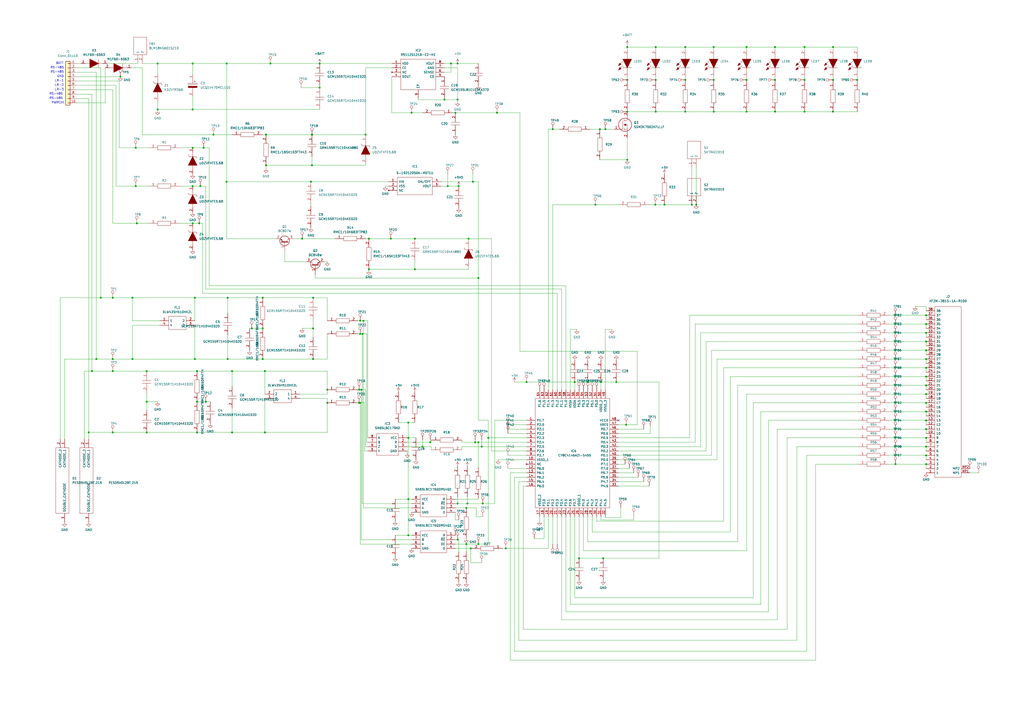
<source format=kicad_sch>
(kicad_sch (version 20211123) (generator eeschema)
  (paper "A2")
  (junction (at 226.695 138.43))
  (junction (at 519.43 213.36))
  (junction (at 537.21 203.2))
  (junction (at 380.1459 118.745))
  (junction (at 537.21 264.16))
  (junction (at 65.405 208.28))
  (junction (at 401.32 118.745))
  (junction (at 185.42 36.83))
  (junction (at 537.21 182.88))
  (junction (at 156.845 36.83))
  (junction (at 519.43 233.68))
  (junction (at 76.835 208.28))
  (junction (at 537.21 187.96))
  (junction (at 257.81 57.785))
  (junction (at 537.21 248.92))
  (junction (at 397.51 64.77))
  (junction (at 111.76 129.54))
  (junction (at 519.43 259.08))
  (junction (at 114.3 250.825))
  (junction (at 58.42 172.72))
  (junction (at 414.02 27.305))
  (junction (at 134.62 250.825))
  (junction (at 240.665 138.43))
  (junction (at 213.995 156.21))
  (junction (at 537.21 233.68))
  (junction (at 433.07 46.355))
  (junction (at 288.29 65.405))
  (junction (at 53.34 215.265))
  (junction (at 134.62 215.265))
  (junction (at 85.09 215.265))
  (junction (at 113.03 172.72))
  (junction (at 537.21 243.84))
  (junction (at 283.21 254))
  (junction (at 175.26 138.43))
  (junction (at 152.4 190.5))
  (junction (at 351.155 74.93))
  (junction (at 180.34 105.41))
  (junction (at 152.4 172.72))
  (junction (at 265.43 36.83))
  (junction (at 69.85 44.45))
  (junction (at 208.915 193.675))
  (junction (at 264.16 65.405))
  (junction (at 380.365 64.77))
  (junction (at 414.02 64.77))
  (junction (at 208.915 233.68))
  (junction (at 132.08 172.72))
  (junction (at 181.61 190.5))
  (junction (at 537.21 269.24))
  (junction (at 265.43 57.785))
  (junction (at 519.43 203.2))
  (junction (at 259.715 107.95))
  (junction (at 185.42 50.8))
  (junction (at 519.43 187.96))
  (junction (at 537.21 213.36))
  (junction (at 118.11 85.725))
  (junction (at 180.9963 78.105))
  (junction (at 519.43 208.28))
  (junction (at 51.435 250.825))
  (junction (at 119.38 233.045))
  (junction (at 363.855 64.77))
  (junction (at 111.76 36.83))
  (junction (at 146.05 190.5))
  (junction (at 213.995 138.43))
  (junction (at 271.145 292.1))
  (junction (at 397.51 46.355))
  (junction (at 385.445 118.745))
  (junction (at 111.76 85.725))
  (junction (at 335.915 323.85))
  (junction (at 76.835 172.72))
  (junction (at 340.995 221.615))
  (junction (at 240.665 156.21))
  (junction (at 85.09 233.045))
  (junction (at 116.205 107.95))
  (junction (at 363.855 27.305))
  (junction (at 380.365 46.355))
  (junction (at 236.855 245.11))
  (junction (at 236.855 254))
  (junction (at 274.32 105.41))
  (junction (at 131.445 36.83))
  (junction (at 397.51 27.305))
  (junction (at 363.855 92.71))
  (junction (at 273.05 318.135))
  (junction (at 519.4797 264.16))
  (junction (at 78.74 85.725))
  (junction (at 154.305 95.885))
  (junction (at 466.725 27.305))
  (junction (at 270.51 294.64))
  (junction (at 113.03 208.28))
  (junction (at 537.21 223.52))
  (junction (at 245.11 259.08))
  (junction (at 277.495 161.29))
  (junction (at 277.495 256.54))
  (junction (at 249.555 256.54))
  (junction (at 115.57 129.54))
  (junction (at 277.495 315.595))
  (junction (at 537.21 259.08))
  (junction (at 153.67 250.825))
  (junction (at 189.865 233.68))
  (junction (at 210.82 186.055))
  (junction (at 180.975 78.105))
  (junction (at 265.43 313.055))
  (junction (at 414.02 46.355))
  (junction (at 65.405 215.265))
  (junction (at 363.22 246.38))
  (junction (at 279.4 259.08))
  (junction (at 347.98 74.93))
  (junction (at 449.58 27.305))
  (junction (at 519.43 238.76))
  (junction (at 349.885 323.85))
  (junction (at 537.21 193.04))
  (junction (at 132.08 208.28))
  (junction (at 91.44 63.5))
  (junction (at 519.43 218.44))
  (junction (at 275.59 256.54))
  (junction (at 380.365 27.305))
  (junction (at 320.675 74.93))
  (junction (at 65.405 250.825))
  (junction (at 333.375 221.615))
  (junction (at 261.62 36.83))
  (junction (at 236.855 310.515))
  (junction (at 519.43 269.24))
  (junction (at 181.61 208.28))
  (junction (at 265.43 292.1))
  (junction (at 79.375 129.54))
  (junction (at 78.74 107.95))
  (junction (at 483.235 46.355))
  (junction (at 111.76 63.5))
  (junction (at 271.78 138.43))
  (junction (at 266.065 107.95))
  (junction (at 519.43 254))
  (junction (at 181.61 172.72))
  (junction (at 180.975 95.885))
  (junction (at 537.21 238.76))
  (junction (at 210.185 193.675))
  (junction (at 519.43 228.6))
  (junction (at 519.43 198.12))
  (junction (at 433.07 27.305))
  (junction (at 270.51 315.595))
  (junction (at 537.21 198.12))
  (junction (at 65.405 172.72))
  (junction (at 152.4 208.28))
  (junction (at 357.505 221.615))
  (junction (at 212.09 78.105))
  (junction (at 153.67 215.265))
  (junction (at 519.43 243.84))
  (junction (at 483.235 27.305))
  (junction (at 466.725 64.77))
  (junction (at 123.825 78.105))
  (junction (at 519.43 248.92))
  (junction (at 209.55 226.06))
  (junction (at 236.855 289.56))
  (junction (at 466.725 46.355))
  (junction (at 91.44 36.83))
  (junction (at 537.21 208.28))
  (junction (at 131.445 105.41))
  (junction (at 345.3724 118.745))
  (junction (at 433.07 64.77))
  (junction (at 111.76 107.95))
  (junction (at 208.28 233.68))
  (junction (at 208.915 186.055))
  (junction (at 114.3 215.265))
  (junction (at 189.865 226.06))
  (junction (at 449.58 46.355))
  (junction (at 537.21 254))
  (junction (at 114.3 233.045))
  (junction (at 483.235 64.77))
  (junction (at 348.615 221.615))
  (junction (at 280.035 292.1))
  (junction (at 154.305 78.105))
  (junction (at 85.09 250.825))
  (junction (at 55.88 208.28))
  (junction (at 537.21 218.44))
  (junction (at 305.435 221.615))
  (junction (at 497.205 46.355))
  (junction (at 403.86 118.745))
  (junction (at 363.855 46.355))
  (junction (at 519.43 223.52))
  (junction (at 519.43 193.04))
  (junction (at 238.76 65.405))
  (junction (at 208.28 226.06))
  (junction (at 293.37 318.135))
  (junction (at 519.43 182.88))
  (junction (at 537.21 228.6))
  (junction (at 449.58 64.77))
  (no_connect (at 358.775 243.84))
  (wire (pts (xy 250.19 260.985) (xy 250.19 259.08)))
  (wire (pts (xy 267.97 259.08) (xy 279.4 259.08)))
  (wire (pts (xy 276.225 294.64) (xy 270.51 294.64)))
  (wire (pts (xy 466.725 64.77) (xy 483.235 64.77)))
  (wire (pts (xy 351.155 226.06) (xy 351.155 191.135)))
  (wire (pts (xy 189.865 208.28) (xy 181.61 208.28)))
  (wire (pts (xy 515.62 264.16) (xy 519.4797 264.16)))
  (wire (pts (xy 291.465 318.135) (xy 293.37 318.135)))
  (wire (pts (xy 113.03 188.595) (xy 113.03 208.28)))
  (wire (pts (xy 181.61 172.72) (xy 152.4 172.72)))
  (wire (pts (xy 118.11 85.725) (xy 111.76 85.725)))
  (wire (pts (xy 271.78 156.21) (xy 240.665 156.21)))
  (wire (pts (xy 208.28 233.68) (xy 208.915 233.68)))
  (wire (pts (xy 537.21 223.52) (xy 537.21 226.06)))
  (wire (pts (xy 92.71 188.595) (xy 76.835 188.595)))
  (wire (pts (xy 170.18 138.43) (xy 175.26 138.43)))
  (wire (pts (xy 212.09 78.105) (xy 212.09 79.375)))
  (wire (pts (xy 265.43 36.83) (xy 277.495 36.83)))
  (wire (pts (xy 537.21 187.96) (xy 537.21 190.5)))
  (wire (pts (xy 267.97 260.985) (xy 267.97 259.08)))
  (wire (pts (xy 259.715 107.95) (xy 266.065 107.95)))
  (wire (pts (xy 208.915 186.055) (xy 210.82 186.055)))
  (wire (pts (xy 261.62 36.83) (xy 257.81 36.83)))
  (wire (pts (xy 85.09 233.045) (xy 91.44 233.045)))
  (wire (pts (xy 414.02 27.305) (xy 433.07 27.305)))
  (wire (pts (xy 51.435 250.825) (xy 65.405 250.825)))
  (wire (pts (xy 236.22 261.62) (xy 236.22 262.89)))
  (wire (pts (xy 295.91 274.32) (xy 295.91 382.905)))
  (wire (pts (xy 346.075 299.72) (xy 346.075 302.26)))
  (wire (pts (xy 294.64 264.16) (xy 305.435 264.16)))
  (wire (pts (xy 262.89 65.405) (xy 264.16 65.405)))
  (wire (pts (xy 132.08 208.28) (xy 152.4 208.28)))
  (wire (pts (xy 369.57 203.835) (xy 369.57 246.38)))
  (wire (pts (xy 82.55 78.105) (xy 123.825 78.105)))
  (wire (pts (xy 119.38 233.045) (xy 114.3 233.045)))
  (wire (pts (xy 111.76 55.88) (xy 111.76 63.5)))
  (wire (pts (xy 213.36 256.54) (xy 212.725 256.54)))
  (wire (pts (xy 412.75 264.16) (xy 412.75 203.2)))
  (wire (pts (xy 261.62 41.91) (xy 261.62 36.83)))
  (wire (pts (xy 519.43 248.92) (xy 537.21 248.92)))
  (wire (pts (xy 313.055 302.26) (xy 313.055 299.72)))
  (wire (pts (xy 537.21 182.88) (xy 537.21 185.42)))
  (wire (pts (xy 347.98 92.71) (xy 363.855 92.71)))
  (wire (pts (xy 380.365 46.355) (xy 380.365 44.45)))
  (wire (pts (xy 236.855 289.56) (xy 238.76 289.56)))
  (wire (pts (xy 515.62 248.92) (xy 519.43 248.92)))
  (wire (pts (xy 436.88 233.68) (xy 497.84 233.68)))
  (wire (pts (xy 277.495 289.56) (xy 277.495 288.925)))
  (wire (pts (xy 86.36 85.725) (xy 78.74 85.725)))
  (wire (pts (xy 537.21 233.68) (xy 537.21 236.22)))
  (wire (pts (xy 273.05 326.39) (xy 273.05 318.135)))
  (wire (pts (xy 85.09 250.825) (xy 114.3 250.825)))
  (wire (pts (xy 255.905 107.95) (xy 259.715 107.95)))
  (wire (pts (xy 294.64 271.78) (xy 305.435 271.78)))
  (wire (pts (xy 121.285 165.735) (xy 121.285 85.725)))
  (wire (pts (xy 210.185 193.675) (xy 210.185 292.1)))
  (wire (pts (xy 338.455 299.72) (xy 338.455 319.405)))
  (wire (pts (xy 515.62 254) (xy 519.43 254)))
  (wire (pts (xy 236.22 259.08) (xy 245.11 259.08)))
  (wire (pts (xy 189.865 215.265) (xy 189.865 226.06)))
  (wire (pts (xy 397.51 46.99) (xy 397.51 46.355)))
  (wire (pts (xy 160.02 138.43) (xy 131.445 138.43)))
  (wire (pts (xy 363.855 46.99) (xy 363.855 46.355)))
  (wire (pts (xy 264.16 301.625) (xy 266.065 301.625)))
  (wire (pts (xy 288.29 65.405) (xy 301.625 65.405)))
  (wire (pts (xy 497.205 64.77) (xy 483.235 64.77)))
  (wire (pts (xy 462.28 259.08) (xy 497.84 259.08)))
  (wire (pts (xy 519.43 213.36) (xy 537.21 213.36)))
  (wire (pts (xy 335.915 299.72) (xy 335.915 323.85)))
  (wire (pts (xy 180.34 105.41) (xy 131.445 105.41)))
  (wire (pts (xy 358.775 251.46) (xy 377.19 251.46)))
  (wire (pts (xy 134.62 236.855) (xy 134.62 250.825)))
  (wire (pts (xy 351.155 300.355) (xy 360.045 300.355)))
  (wire (pts (xy 449.58 64.77) (xy 433.07 64.77)))
  (wire (pts (xy 207.645 233.68) (xy 208.28 233.68)))
  (wire (pts (xy 401.32 97.155) (xy 401.32 118.745)))
  (wire (pts (xy 62.23 36.83) (xy 80.01 36.83)))
  (wire (pts (xy 44.45 46.99) (xy 69.215 46.99)))
  (wire (pts (xy 349.885 323.85) (xy 382.27 323.85)))
  (wire (pts (xy 209.55 313.055) (xy 209.55 226.06)))
  (wire (pts (xy 117.475 170.18) (xy 117.475 129.54)))
  (wire (pts (xy 423.545 218.44) (xy 497.84 218.44)))
  (wire (pts (xy 340.995 314.325) (xy 427.99 314.325)))
  (wire (pts (xy 537.21 254) (xy 537.21 256.54)))
  (wire (pts (xy 132.08 172.72) (xy 132.08 181.61)))
  (wire (pts (xy 227.33 65.405) (xy 238.76 65.405)))
  (wire (pts (xy 343.535 299.72) (xy 343.535 308.61)))
  (wire (pts (xy 265.43 292.1) (xy 271.145 292.1)))
  (wire (pts (xy 537.21 213.36) (xy 537.21 215.9)))
  (wire (pts (xy 330.835 226.06) (xy 330.835 191.135)))
  (wire (pts (xy 180.34 119.38) (xy 180.34 118.11)))
  (wire (pts (xy 358.775 274.32) (xy 367.665 274.32)))
  (wire (pts (xy 330.835 299.72) (xy 330.835 350.52)))
  (wire (pts (xy 330.835 191.135) (xy 334.645 191.135)))
  (wire (pts (xy 267.97 255.27) (xy 267.97 256.54)))
  (wire (pts (xy 257.81 57.15) (xy 257.81 57.785)))
  (wire (pts (xy 519.43 228.6) (xy 537.21 228.6)))
  (wire (pts (xy 174.625 50.8) (xy 185.42 50.8)))
  (wire (pts (xy 519.43 238.76) (xy 537.21 238.76)))
  (wire (pts (xy 298.45 221.615) (xy 305.435 221.615)))
  (wire (pts (xy 340.995 221.615) (xy 348.615 221.615)))
  (wire (pts (xy 537.21 243.84) (xy 537.21 246.38)))
  (wire (pts (xy 363.855 46.355) (xy 363.855 44.45)))
  (wire (pts (xy 449.58 27.305) (xy 466.725 27.305)))
  (wire (pts (xy 280.035 292.1) (xy 287.02 292.1)))
  (wire (pts (xy 436.88 346.71) (xy 436.88 233.68)))
  (wire (pts (xy 358.775 259.08) (xy 406.4 259.08)))
  (wire (pts (xy 519.43 269.24) (xy 537.21 269.24)))
  (wire (pts (xy 207.645 186.055) (xy 208.915 186.055)))
  (wire (pts (xy 53.34 215.265) (xy 65.405 215.265)))
  (wire (pts (xy 515.62 193.04) (xy 519.43 193.04)))
  (wire (pts (xy 259.715 100.965) (xy 259.715 107.95)))
  (wire (pts (xy 315.595 312.42) (xy 309.88 312.42)))
  (wire (pts (xy 300.99 279.4) (xy 300.99 371.475)))
  (wire (pts (xy 238.76 315.595) (xy 208.915 315.595)))
  (wire (pts (xy 79.375 129.54) (xy 65.405 129.54)))
  (wire (pts (xy 483.235 46.355) (xy 483.235 44.45)))
  (wire (pts (xy 58.42 39.37) (xy 58.42 172.72)))
  (wire (pts (xy 515.62 182.88) (xy 519.43 182.88)))
  (wire (pts (xy 338.455 319.405) (xy 433.07 319.405)))
  (wire (pts (xy 189.865 226.06) (xy 189.865 228.6)))
  (wire (pts (xy 515.62 238.76) (xy 519.43 238.76)))
  (wire (pts (xy 210.185 193.675) (xy 212.725 193.675)))
  (wire (pts (xy 238.76 313.055) (xy 209.55 313.055)))
  (wire (pts (xy 519.43 218.44) (xy 537.21 218.44)))
  (wire (pts (xy 104.14 129.54) (xy 111.76 129.54)))
  (wire (pts (xy 351.155 299.72) (xy 351.155 300.355)))
  (wire (pts (xy 76.835 172.72) (xy 76.835 186.055)))
  (wire (pts (xy 466.725 27.305) (xy 466.725 29.21)))
  (wire (pts (xy 519.43 259.08) (xy 537.21 259.08)))
  (wire (pts (xy 441.325 350.52) (xy 441.325 238.76)))
  (wire (pts (xy 265.43 36.83) (xy 261.62 36.83)))
  (wire (pts (xy 113.03 172.72) (xy 76.835 172.72)))
  (wire (pts (xy 189.865 172.72) (xy 181.61 172.72)))
  (wire (pts (xy 294.64 248.92) (xy 305.435 248.92)))
  (wire (pts (xy 403.86 97.155) (xy 403.86 118.745)))
  (wire (pts (xy 449.58 46.355) (xy 449.58 44.45)))
  (wire (pts (xy 519.43 187.96) (xy 537.21 187.96)))
  (wire (pts (xy 276.225 299.72) (xy 276.225 294.64)))
  (wire (pts (xy 466.725 27.305) (xy 483.235 27.305)))
  (wire (pts (xy 271.78 138.43) (xy 240.665 138.43)))
  (wire (pts (xy 369.57 246.38) (xy 363.22 246.38)))
  (wire (pts (xy 213.36 186.055) (xy 210.82 186.055)))
  (wire (pts (xy 515.62 203.2) (xy 519.43 203.2)))
  (wire (pts (xy 173.99 231.14) (xy 189.865 231.14)))
  (wire (pts (xy 212.09 259.08) (xy 212.09 226.06)))
  (wire (pts (xy 537.21 228.6) (xy 537.21 231.14)))
  (wire (pts (xy 537.21 238.76) (xy 537.21 241.3)))
  (wire (pts (xy 37.465 254.635) (xy 37.465 208.28)))
  (wire (pts (xy 271.145 292.1) (xy 280.035 292.1)))
  (wire (pts (xy 467.995 264.16) (xy 497.84 264.16)))
  (wire (pts (xy 515.62 213.36) (xy 519.43 213.36)))
  (wire (pts (xy 208.915 315.595) (xy 208.915 233.68)))
  (wire (pts (xy 208.28 226.06) (xy 209.55 226.06)))
  (wire (pts (xy 210.82 186.055) (xy 210.82 294.64)))
  (wire (pts (xy 397.51 64.77) (xy 414.02 64.77)))
  (wire (pts (xy 305.435 274.32) (xy 295.91 274.32)))
  (wire (pts (xy 466.725 46.99) (xy 466.725 46.355)))
  (wire (pts (xy 113.03 172.72) (xy 113.03 186.055)))
  (wire (pts (xy 236.855 254) (xy 236.855 289.56)))
  (wire (pts (xy 48.895 215.265) (xy 53.34 215.265)))
  (wire (pts (xy 280.035 299.72) (xy 276.225 299.72)))
  (wire (pts (xy 86.36 107.95) (xy 78.74 107.95)))
  (wire (pts (xy 44.45 39.37) (xy 58.42 39.37)))
  (wire (pts (xy 44.45 52.07) (xy 65.405 52.07)))
  (wire (pts (xy 44.45 36.83) (xy 46.99 36.83)))
  (wire (pts (xy 305.435 221.615) (xy 333.375 221.615)))
  (wire (pts (xy 567.69 274.32) (xy 562.61 274.32)))
  (wire (pts (xy 271.78 138.43) (xy 271.78 139.7)))
  (wire (pts (xy 397.51 27.305) (xy 414.02 27.305)))
  (wire (pts (xy 515.62 259.08) (xy 519.43 259.08)))
  (wire (pts (xy 265.43 313.055) (xy 266.065 313.055)))
  (wire (pts (xy 519.43 208.28) (xy 537.21 208.28)))
  (wire (pts (xy 85.09 215.265) (xy 114.3 215.265)))
  (wire (pts (xy 363.855 27.305) (xy 363.855 29.21)))
  (wire (pts (xy 358.775 264.16) (xy 412.75 264.16)))
  (wire (pts (xy 433.07 228.6) (xy 497.84 228.6)))
  (wire (pts (xy 318.135 74.93) (xy 320.675 74.93)))
  (wire (pts (xy 303.53 281.94) (xy 303.53 365.125)))
  (wire (pts (xy 91.44 63.5) (xy 91.44 58.42)))
  (wire (pts (xy 229.235 310.515) (xy 236.855 310.515)))
  (wire (pts (xy 320.675 315.595) (xy 320.675 299.72)))
  (wire (pts (xy 91.44 36.83) (xy 82.55 36.83)))
  (wire (pts (xy 403.225 187.96) (xy 497.84 187.96)))
  (wire (pts (xy 406.4 259.08) (xy 406.4 193.04)))
  (wire (pts (xy 123.825 78.105) (xy 134.62 78.105)))
  (wire (pts (xy 270.51 315.595) (xy 264.16 315.595)))
  (wire (pts (xy 91.44 43.18) (xy 91.44 36.83)))
  (wire (pts (xy 380.365 27.305) (xy 363.855 27.305)))
  (wire (pts (xy 257.81 41.91) (xy 261.62 41.91)))
  (wire (pts (xy 111.76 36.83) (xy 91.44 36.83)))
  (wire (pts (xy 58.42 172.72) (xy 34.925 172.72)))
  (wire (pts (xy 114.3 215.265) (xy 134.62 215.265)))
  (wire (pts (xy 86.36 129.54) (xy 79.375 129.54)))
  (wire (pts (xy 537.21 269.24) (xy 537.21 271.78)))
  (wire (pts (xy 363.855 92.71) (xy 363.855 80.01)))
  (wire (pts (xy 414.02 29.21) (xy 414.02 27.305)))
  (wire (pts (xy 346.075 302.26) (xy 419.735 302.26)))
  (wire (pts (xy 445.77 354.965) (xy 445.77 243.84)))
  (wire (pts (xy 537.21 218.44) (xy 537.21 220.98)))
  (wire (pts (xy 441.325 238.76) (xy 497.84 238.76)))
  (wire (pts (xy 60.96 39.37) (xy 60.96 59.69)))
  (wire (pts (xy 515.62 243.84) (xy 519.43 243.84)))
  (wire (pts (xy 154.305 78.105) (xy 180.975 78.105)))
  (wire (pts (xy 231.14 245.11) (xy 236.855 245.11)))
  (wire (pts (xy 250.19 256.54) (xy 250.19 255.27)))
  (wire (pts (xy 412.75 203.2) (xy 497.84 203.2)))
  (wire (pts (xy 212.09 39.37) (xy 212.09 78.105)))
  (wire (pts (xy 358.775 279.4) (xy 373.38 279.4)))
  (wire (pts (xy 288.925 266.7) (xy 305.435 266.7)))
  (wire (pts (xy 360.045 294.64) (xy 360.045 300.355)))
  (wire (pts (xy 227.33 44.45) (xy 227.33 65.405)))
  (wire (pts (xy 325.755 299.72) (xy 325.755 359.41)))
  (wire (pts (xy 229.235 289.56) (xy 236.855 289.56)))
  (wire (pts (xy 238.76 292.1) (xy 210.185 292.1)))
  (wire (pts (xy 333.375 221.615) (xy 340.995 221.615)))
  (wire (pts (xy 397.51 46.355) (xy 397.51 44.45)))
  (wire (pts (xy 212.725 193.675) (xy 212.725 256.54)))
  (wire (pts (xy 328.295 165.735) (xy 121.285 165.735)))
  (wire (pts (xy 189.865 193.675) (xy 189.865 208.28)))
  (wire (pts (xy 333.375 346.71) (xy 436.88 346.71)))
  (wire (pts (xy 377.19 251.46) (xy 377.19 247.015)))
  (wire (pts (xy 305.435 281.94) (xy 303.53 281.94)))
  (wire (pts (xy 298.45 276.86) (xy 298.45 377.825)))
  (wire (pts (xy 266.065 313.055) (xy 266.065 320.04)))
  (wire (pts (xy 207.645 226.06) (xy 208.28 226.06)))
  (wire (pts (xy 212.09 259.08) (xy 213.36 259.08)))
  (wire (pts (xy 380.365 27.305) (xy 380.365 29.21)))
  (wire (pts (xy 245.11 255.27) (xy 245.11 259.08)))
  (wire (pts (xy 154.305 95.885) (xy 180.975 95.885)))
  (wire (pts (xy 433.07 46.355) (xy 433.07 44.45)))
  (wire (pts (xy 294.64 246.38) (xy 305.435 246.38)))
  (wire (pts (xy 473.075 269.24) (xy 497.84 269.24)))
  (wire (pts (xy 65.405 172.72) (xy 76.835 172.72)))
  (wire (pts (xy 76.835 188.595) (xy 76.835 208.28)))
  (wire (pts (xy 305.435 276.86) (xy 298.45 276.86)))
  (wire (pts (xy 315.595 299.72) (xy 315.595 312.42)))
  (wire (pts (xy 467.995 377.825) (xy 467.995 264.16)))
  (wire (pts (xy 427.99 223.52) (xy 497.84 223.52)))
  (wire (pts (xy 318.135 226.06) (xy 318.135 74.93)))
  (wire (pts (xy 357.505 221.615) (xy 382.27 221.615)))
  (wire (pts (xy 152.4 78.105) (xy 154.305 78.105)))
  (wire (pts (xy 119.38 107.95) (xy 116.205 107.95)))
  (wire (pts (xy 427.99 314.325) (xy 427.99 223.52)))
  (wire (pts (xy 423.545 308.61) (xy 423.545 218.44)))
  (wire (pts (xy 257.81 39.37) (xy 265.43 39.37)))
  (wire (pts (xy 519.4797 264.16) (xy 537.21 264.16)))
  (wire (pts (xy 515.62 218.44) (xy 519.43 218.44)))
  (wire (pts (xy 264.16 65.405) (xy 288.29 65.405)))
  (wire (pts (xy 515.62 208.28) (xy 519.43 208.28)))
  (wire (pts (xy 236.855 310.515) (xy 236.855 289.56)))
  (wire (pts (xy 264.16 318.135) (xy 273.05 318.135)))
  (wire (pts (xy 328.295 226.06) (xy 328.295 165.735)))
  (wire (pts (xy 348.615 221.615) (xy 357.505 221.615)))
  (wire (pts (xy 380.365 64.77) (xy 397.51 64.77)))
  (wire (pts (xy 153.67 231.14) (xy 153.67 250.825)))
  (wire (pts (xy 380.1459 118.745) (xy 385.445 118.745)))
  (wire (pts (xy 207.645 193.675) (xy 208.915 193.675)))
  (wire (pts (xy 132.08 194.31) (xy 132.08 208.28)))
  (wire (pts (xy 270.51 320.04) (xy 270.51 315.595)))
  (wire (pts (xy 85.09 233.045) (xy 85.09 227.965)))
  (wire (pts (xy 227.33 39.37) (xy 212.09 39.37)))
  (wire (pts (xy 267.97 256.54) (xy 275.59 256.54)))
  (wire (pts (xy 104.14 85.725) (xy 111.76 85.725)))
  (wire (pts (xy 213.995 156.21) (xy 213.995 156.845)))
  (wire (pts (xy 283.21 315.595) (xy 277.495 315.595)))
  (wire (pts (xy 515.62 233.68) (xy 519.43 233.68)))
  (wire (pts (xy 236.855 245.11) (xy 240.665 245.11)))
  (wire (pts (xy 180.975 90.805) (xy 180.975 95.885)))
  (wire (pts (xy 208.915 233.68) (xy 211.455 233.68)))
  (wire (pts (xy 537.21 177.8) (xy 537.21 180.34)))
  (wire (pts (xy 301.625 203.835) (xy 369.57 203.835)))
  (wire (pts (xy 134.62 250.825) (xy 153.67 250.825)))
  (wire (pts (xy 400.05 254) (xy 400.05 182.88)))
  (wire (pts (xy 318.135 318.135) (xy 318.135 299.72)))
  (wire (pts (xy 293.37 318.135) (xy 318.135 318.135)))
  (wire (pts (xy 335.915 323.85) (xy 349.885 323.85)))
  (wire (pts (xy 367.665 301.625) (xy 367.665 299.085)))
  (wire (pts (xy 249.555 255.27) (xy 249.555 256.54)))
  (wire (pts (xy 213.995 138.43) (xy 226.695 138.43)))
  (wire (pts (xy 466.725 46.355) (xy 466.725 44.45)))
  (wire (pts (xy 323.215 315.595) (xy 323.215 299.72)))
  (wire (pts (xy 156.845 36.83) (xy 185.42 36.83)))
  (wire (pts (xy 181.61 208.28) (xy 152.4 208.28)))
  (wire (pts (xy 343.535 308.61) (xy 423.545 308.61)))
  (wire (pts (xy 519.43 203.2) (xy 537.21 203.2)))
  (wire (pts (xy 236.22 256.54) (xy 249.555 256.54)))
  (wire (pts (xy 189.865 151.765) (xy 187.96 151.765)))
  (wire (pts (xy 400.05 182.88) (xy 497.84 182.88)))
  (wire (pts (xy 273.05 318.135) (xy 273.685 318.135)))
  (wire (pts (xy 154.305 97.79) (xy 154.305 95.885)))
  (wire (pts (xy 208.915 193.675) (xy 210.185 193.675)))
  (wire (pts (xy 91.44 64.135) (xy 91.44 63.5)))
  (wire (pts (xy 419.735 302.26) (xy 419.735 213.36)))
  (wire (pts (xy 115.57 129.54) (xy 111.76 129.54)))
  (wire (pts (xy 116.205 107.95) (xy 111.76 107.95)))
  (wire (pts (xy 320.675 74.93) (xy 324.485 74.93)))
  (wire (pts (xy 380.365 46.99) (xy 380.365 46.355)))
  (wire (pts (xy 67.31 49.53) (xy 67.31 107.95)))
  (wire (pts (xy 238.76 310.515) (xy 236.855 310.515)))
  (wire (pts (xy 283.21 243.84) (xy 283.21 254)))
  (wire (pts (xy 44.45 57.15) (xy 51.435 57.15)))
  (wire (pts (xy 277.495 256.54) (xy 305.435 256.54)))
  (wire (pts (xy 132.08 172.72) (xy 113.03 172.72)))
  (wire (pts (xy 358.775 256.54) (xy 403.225 256.54)))
  (wire (pts (xy 131.445 36.83) (xy 131.445 105.41)))
  (wire (pts (xy 358.775 276.86) (xy 370.205 276.86)))
  (wire (pts (xy 414.02 64.77) (xy 433.07 64.77)))
  (wire (pts (xy 414.02 46.355) (xy 414.02 44.45)))
  (wire (pts (xy 212.09 138.43) (xy 213.995 138.43)))
  (wire (pts (xy 236.855 245.11) (xy 236.855 254)))
  (wire (pts (xy 264.16 297.18) (xy 264.16 301.625)))
  (wire (pts (xy 497.205 46.99) (xy 497.205 46.355)))
  (wire (pts (xy 323.215 170.18) (xy 117.475 170.18)))
  (wire (pts (xy 328.295 299.72) (xy 328.295 354.965)))
  (wire (pts (xy 212.09 78.105) (xy 180.9963 78.105)))
  (wire (pts (xy 44.45 54.61) (xy 53.34 54.61)))
  (wire (pts (xy 497.205 46.355) (xy 497.205 44.45)))
  (wire (pts (xy 131.445 105.41) (xy 131.445 138.43)))
  (wire (pts (xy 181.61 190.5) (xy 175.26 190.5)))
  (wire (pts (xy 211.455 261.62) (xy 213.36 261.62)))
  (wire (pts (xy 153.67 215.265) (xy 153.67 228.6)))
  (wire (pts (xy 92.71 186.055) (xy 76.835 186.055)))
  (wire (pts (xy 519.43 233.68) (xy 537.21 233.68)))
  (wire (pts (xy 449.58 27.305) (xy 433.07 27.305)))
  (wire (pts (xy 189.865 233.68) (xy 189.865 231.14)))
  (wire (pts (xy 264.16 292.1) (xy 265.43 292.1)))
  (wire (pts (xy 44.45 44.45) (xy 69.85 44.45)))
  (wire (pts (xy 65.405 52.07) (xy 65.405 129.54)))
  (wire (pts (xy 279.4 259.08) (xy 305.435 259.08)))
  (wire (pts (xy 111.76 63.5) (xy 185.42 63.5)))
  (wire (pts (xy 285.115 261.62) (xy 305.435 261.62)))
  (wire (pts (xy 58.42 172.72) (xy 65.405 172.72)))
  (wire (pts (xy 348.615 226.06) (xy 348.615 221.615)))
  (wire (pts (xy 44.45 41.91) (xy 55.88 41.91)))
  (wire (pts (xy 515.62 198.12) (xy 519.43 198.12)))
  (wire (pts (xy 449.58 64.77) (xy 466.725 64.77)))
  (wire (pts (xy 223.52 107.95) (xy 225.425 107.95)))
  (wire (pts (xy 414.02 46.99) (xy 414.02 46.355)))
  (wire (pts (xy 265.43 57.785) (xy 265.43 59.055)))
  (wire (pts (xy 358.775 271.78) (xy 365.125 271.78)))
  (wire (pts (xy 85.09 238.125) (xy 85.09 233.045)))
  (wire (pts (xy 358.775 269.24) (xy 362.585 269.24)))
  (wire (pts (xy 348.615 301.625) (xy 367.665 301.625)))
  (wire (pts (xy 111.76 36.83) (xy 131.445 36.83)))
  (wire (pts (xy 134.62 215.265) (xy 134.62 224.155)))
  (wire (pts (xy 185.42 50.8) (xy 185.42 49.53)))
  (wire (pts (xy 351.155 191.135) (xy 354.965 191.135)))
  (wire (pts (xy 351.155 74.93) (xy 356.235 74.93)))
  (wire (pts (xy 519.43 182.88) (xy 537.21 182.88)))
  (wire (pts (xy 358.775 254) (xy 400.05 254)))
  (wire (pts (xy 433.07 319.405) (xy 433.07 228.6)))
  (wire (pts (xy 279.4 255.27) (xy 279.4 259.08)))
  (wire (pts (xy 189.865 233.68) (xy 189.865 250.825)))
  (wire (pts (xy 537.21 264.16) (xy 537.21 266.7)))
  (wire (pts (xy 111.76 43.18) (xy 111.76 36.83)))
  (wire (pts (xy 340.995 299.72) (xy 340.995 314.325)))
  (wire (pts (xy 433.07 46.99) (xy 433.07 46.355)))
  (wire (pts (xy 515.62 187.96) (xy 519.43 187.96)))
  (wire (pts (xy 537.21 193.04) (xy 537.21 195.58)))
  (wire (pts (xy 333.375 226.06) (xy 333.375 221.615)))
  (wire (pts (xy 519.43 223.52) (xy 537.21 223.52)))
  (wire (pts (xy 497.205 27.305) (xy 483.235 27.305)))
  (wire (pts (xy 104.14 107.95) (xy 111.76 107.95)))
  (wire (pts (xy 91.44 63.5) (xy 111.76 63.5)))
  (wire (pts (xy 519.43 254) (xy 537.21 254)))
  (wire (pts (xy 181.61 195.58) (xy 181.61 190.5)))
  (wire (pts (xy 325.755 226.06) (xy 325.755 167.64)))
  (wire (pts (xy 294.64 251.46) (xy 305.435 251.46)))
  (wire (pts (xy 213.995 156.21) (xy 240.665 156.21)))
  (wire (pts (xy 34.925 172.72) (xy 34.925 254.635)))
  (wire (pts (xy 181.61 190.5) (xy 181.61 185.42)))
  (wire (pts (xy 211.455 261.62) (xy 211.455 233.68)))
  (wire (pts (xy 497.205 29.21) (xy 497.205 27.305)))
  (wire (pts (xy 238.76 294.64) (xy 210.82 294.64)))
  (wire (pts (xy 537.21 203.2) (xy 537.21 205.74)))
  (wire (pts (xy 265.43 39.37) (xy 265.43 57.785)))
  (wire (pts (xy 117.475 129.54) (xy 115.57 129.54)))
  (wire (pts (xy 240.665 151.13) (xy 240.665 156.21)))
  (wire (pts (xy 275.59 255.27) (xy 275.59 256.54)))
  (wire (pts (xy 473.075 382.905) (xy 473.075 269.24)))
  (wire (pts (xy 530.86 177.8) (xy 537.21 177.8)))
  (wire (pts (xy 153.67 250.825) (xy 189.865 250.825)))
  (wire (pts (xy 134.62 215.265) (xy 153.67 215.265)))
  (wire (pts (xy 177.8 151.765) (xy 165.1 151.765)))
  (wire (pts (xy 242.57 57.785) (xy 242.57 57.15)))
  (wire (pts (xy 403.225 256.54) (xy 403.225 187.96)))
  (wire (pts (xy 213.36 186.055) (xy 213.36 254)))
  (wire (pts (xy 265.43 288.29) (xy 265.43 292.1)))
  (wire (pts (xy 134.62 250.825) (xy 114.3 250.825)))
  (wire (pts (xy 385.445 118.745) (xy 401.32 118.745)))
  (wire (pts (xy 274.32 100.965) (xy 274.32 105.41)))
  (wire (pts (xy 264.16 313.055) (xy 265.43 313.055)))
  (wire (pts (xy 320.675 118.745) (xy 345.3724 118.745)))
  (wire (pts (xy 397.51 27.305) (xy 397.51 29.21)))
  (wire (pts (xy 113.03 208.28) (xy 76.835 208.28)))
  (wire (pts (xy 78.74 85.725) (xy 69.215 85.725)))
  (wire (pts (xy 450.85 248.92) (xy 497.84 248.92)))
  (wire (pts (xy 55.88 41.91) (xy 55.88 208.28)))
  (wire (pts (xy 173.99 228.6) (xy 189.865 228.6)))
  (wire (pts (xy 44.45 49.53) (xy 67.31 49.53)))
  (wire (pts (xy 175.26 138.43) (xy 194.31 138.43)))
  (wire (pts (xy 450.85 359.41) (xy 450.85 248.92)))
  (wire (pts (xy 325.755 359.41) (xy 450.85 359.41)))
  (wire (pts (xy 519.43 193.04) (xy 537.21 193.04)))
  (wire (pts (xy 182.88 161.29) (xy 277.495 161.29)))
  (wire (pts (xy 409.575 198.12) (xy 497.84 198.12)))
  (wire (pts (xy 274.32 105.41) (xy 255.905 105.41)))
  (wire (pts (xy 328.295 354.965) (xy 445.77 354.965)))
  (wire (pts (xy 275.59 256.54) (xy 277.495 256.54)))
  (wire (pts (xy 180.34 105.41) (xy 225.425 105.41)))
  (wire (pts (xy 333.375 299.72) (xy 333.375 346.71)))
  (wire (pts (xy 298.45 377.825) (xy 467.995 377.825)))
  (wire (pts (xy 277.495 105.41) (xy 274.32 105.41)))
  (wire (pts (xy 433.07 27.305) (xy 433.07 29.21)))
  (wire (pts (xy 271.78 154.94) (xy 271.78 156.21)))
  (wire (pts (xy 445.77 243.84) (xy 497.84 243.84)))
  (wire (pts (xy 537.21 259.08) (xy 537.21 261.62)))
  (wire (pts (xy 277.495 315.595) (xy 270.51 315.595)))
  (wire (pts (xy 295.91 382.905) (xy 473.075 382.905)))
  (wire (pts (xy 144.78 190.5) (xy 146.05 190.5)))
  (wire (pts (xy 257.81 57.785) (xy 242.57 57.785)))
  (wire (pts (xy 78.74 107.95) (xy 67.31 107.95)))
  (wire (pts (xy 165.1 151.765) (xy 165.1 146.05)))
  (wire (pts (xy 212.09 94.615) (xy 212.09 95.885)))
  (wire (pts (xy 132.08 208.28) (xy 113.03 208.28)))
  (wire (pts (xy 48.895 254.635) (xy 48.895 215.265)))
  (wire (pts (xy 415.925 266.7) (xy 415.925 208.28)))
  (wire (pts (xy 406.4 193.04) (xy 497.84 193.04)))
  (wire (pts (xy 249.555 256.54) (xy 250.19 256.54)))
  (wire (pts (xy 236.855 254) (xy 241.3 254)))
  (wire (pts (xy 449.58 46.99) (xy 449.58 46.355)))
  (wire (pts (xy 212.09 95.885) (xy 180.975 95.885)))
  (wire (pts (xy 537.21 208.28) (xy 537.21 210.82)))
  (wire (pts (xy 330.835 350.52) (xy 441.325 350.52)))
  (wire (pts (xy 519.43 198.12) (xy 537.21 198.12)))
  (wire (pts (xy 376.555 118.745) (xy 380.1459 118.745)))
  (wire (pts (xy 301.625 65.405) (xy 301.625 203.835)))
  (wire (pts (xy 363.855 26.035) (xy 363.855 27.305)))
  (wire (pts (xy 51.435 254.635) (xy 51.435 250.825)))
  (wire (pts (xy 279.4 326.39) (xy 273.05 326.39)))
  (wire (pts (xy 209.55 226.06) (xy 212.09 226.06)))
  (wire (pts (xy 483.235 29.21) (xy 483.235 27.305)))
  (wire (pts (xy 153.67 215.265) (xy 189.865 215.265)))
  (wire (pts (xy 462.28 371.475) (xy 462.28 259.08)))
  (wire (pts (xy 358.775 261.62) (xy 409.575 261.62)))
  (wire (pts (xy 264.16 289.56) (xy 277.495 289.56)))
  (wire (pts (xy 449.58 29.21) (xy 449.58 27.305)))
  (wire (pts (xy 456.565 254) (xy 497.84 254)))
  (wire (pts (xy 285.115 261.62) (xy 285.115 138.43)))
  (wire (pts (xy 121.285 85.725) (xy 118.11 85.725)))
  (wire (pts (xy 264.16 294.64) (xy 270.51 294.64)))
  (wire (pts (xy 358.775 246.38) (xy 363.22 246.38)))
  (wire (pts (xy 515.62 223.52) (xy 519.43 223.52)))
  (wire (pts (xy 515.62 228.6) (xy 519.43 228.6)))
  (wire (pts (xy 409.575 261.62) (xy 409.575 198.12)))
  (wire (pts (xy 245.11 259.08) (xy 250.19 259.08)))
  (wire (pts (xy 236.22 254) (xy 236.855 254)))
  (wire (pts (xy 287.02 243.84) (xy 287.02 292.1)))
  (wire (pts (xy 69.215 46.99) (xy 69.215 85.725)))
  (wire (pts (xy 238.76 65.405) (xy 245.11 65.405)))
  (wire (pts (xy 53.34 54.61) (xy 53.34 215.265)))
  (wire (pts (xy 277.495 243.84) (xy 283.21 243.84)))
  (wire (pts (xy 287.02 243.84) (xy 305.435 243.84)))
  (wire (pts (xy 483.235 46.99) (xy 483.235 46.355)))
  (wire (pts (xy 323.215 226.06) (xy 323.215 170.18)))
  (wire (pts (xy 146.05 190.5) (xy 152.4 190.5)))
  (wire (pts (xy 348.615 299.72) (xy 348.615 301.625)))
  (wire (pts (xy 415.925 208.28) (xy 497.84 208.28)))
  (wire (pts (xy 303.53 365.125) (xy 456.565 365.125)))
  (wire (pts (xy 180.9963 78.105) (xy 180.975 78.105)))
  (wire (pts (xy 382.27 323.85) (xy 382.27 221.615)))
  (wire (pts (xy 265.43 57.785) (xy 257.81 57.785)))
  (wire (pts (xy 65.405 215.265) (xy 85.09 215.265)))
  (wire (pts (xy 121.92 233.045) (xy 119.38 233.045)))
  (wire (pts (xy 271.145 288.29) (xy 271.145 292.1)))
  (wire (pts (xy 60.96 59.69) (xy 44.45 59.69)))
  (wire (pts (xy 358.775 266.7) (xy 415.925 266.7)))
  (wire (pts (xy 119.38 167.64) (xy 119.38 107.95)))
  (wire (pts (xy 277.495 161.29) (xy 277.495 105.41)))
  (wire (pts (xy 515.62 269.24) (xy 519.43 269.24)))
  (wire (pts (xy 131.445 36.83) (xy 156.845 36.83)))
  (wire (pts (xy 345.3724 118.745) (xy 358.775 118.745)))
  (wire (pts (xy 519.43 243.84) (xy 537.21 243.84)))
  (wire (pts (xy 37.465 208.28) (xy 55.88 208.28)))
  (wire (pts (xy 456.565 365.125) (xy 456.565 254)))
  (wire (pts (xy 277.495 243.84) (xy 277.495 161.29)))
  (wire (pts (xy 285.115 138.43) (xy 271.78 138.43)))
  (wire (pts (xy 380.365 27.305) (xy 397.51 27.305)))
  (wire (pts (xy 152.4 172.72) (xy 132.08 172.72)))
  (wire (pts (xy 65.405 208.28) (xy 76.835 208.28)))
  (wire (pts (xy 189.865 186.055) (xy 189.865 172.72)))
  (wire (pts (xy 325.755 167.64) (xy 119.38 167.64)))
  (wire (pts (xy 537.21 198.12) (xy 537.21 200.66)))
  (wire (pts (xy 51.435 57.15) (xy 51.435 250.825)))
  (wire (pts (xy 65.405 250.825) (xy 85.09 250.825)))
  (wire (pts (xy 342.265 74.93) (xy 347.98 74.93)))
  (wire (pts (xy 76.2 39.37) (xy 82.55 39.37)))
  (wire (pts (xy 537.21 248.92) (xy 537.21 251.46)))
  (wire (pts (xy 283.21 254) (xy 305.435 254)))
  (wire (pts (xy 419.735 213.36) (xy 497.84 213.36)))
  (wire (pts (xy 373.38 248.92) (xy 358.775 248.92)))
  (wire (pts (xy 226.695 138.43) (xy 240.665 138.43)))
  (wire (pts (xy 283.21 254) (xy 283.21 315.595)))
  (wire (pts (xy 380.365 64.77) (xy 363.855 64.77)))
  (wire (pts (xy 277.495 271.145) (xy 277.495 256.54)))
  (wire (pts (xy 300.99 371.475) (xy 462.28 371.475)))
  (wire (pts (xy 185.42 36.83) (xy 227.33 36.83)))
  (wire (pts (xy 82.55 39.37) (xy 82.55 78.105)))
  (wire (pts (xy 347.98 74.93) (xy 351.155 74.93)))
  (wire (pts (xy 305.435 279.4) (xy 300.99 279.4)))
  (wire (pts (xy 55.88 208.28) (xy 65.405 208.28)))
  (wire (pts (xy 376.555 281.94) (xy 358.775 281.94)))
  (wire (pts (xy 320.675 226.06) (xy 320.675 118.745)))
  (wire (pts (xy 182.88 159.385) (xy 182.88 161.29)))
  (text "RS-485\n" (at 28.575 57.785 0) (effects (font (size 1.27 1.27)) (justify left bottom)))
  (text "RS-485\n" (at 28.575 55.245 0) (effects (font (size 1.27 1.27)) (justify left bottom)))
  (text "BATT" (at 32.385 37.465 0) (effects (font (size 1.27 1.27)) (justify left bottom)))
  (text "RS-485\n" (at 29.21 40.005 0) (effects (font (size 1.27 1.27)) (justify left bottom)))
  (text "LR-1" (at 31.75 47.625 0) (effects (font (size 1.27 1.27)) (justify left bottom)))
  (text "RS-485\n" (at 29.21 42.545 0) (effects (font (size 1.27 1.27)) (justify left bottom)))
  (text "LR-2" (at 31.75 50.165 0) (effects (font (size 1.27 1.27)) (justify left bottom)))
  (text "LR-3" (at 31.75 52.705 0) (effects (font (size 1.27 1.27)) (justify left bottom)))
  (text "GND\n" (at 33.02 45.085 0) (effects (font (size 1.27 1.27)) (justify left bottom)))
  (text "PWRCtrl" (at 29.845 60.325 0) (effects (font (size 1.27 1.27)) (justify left bottom)))
  (symbol (lib_id "SamacSys_Parts:SN65LBC179AD") (at 236.22 254 0) (mirror y) (unit 1)
    (property "Reference" "IC3" (at 224.79 245.745 0))
    (property "Value" "SN65LBC179AD" (at 224.79 248.285 0))
    (property "Footprint" "SOIC127P600X175-8N" (effects hide))
    (property "Datasheet" "http://www.ti.com/lit/ds/symlink/sn65lbc179a.pdf" (effects hide))
    (property "Description" "SN65LBC179AD, Line Transceiver, ISO 8482:1987-E 30Mbit/s Differential, 5V, 8-Pin SOIC" (effects hide))
    (property "Height" "1.75" (effects hide))
    (property "Mouser Part Number" "595-SN65LBC179AD" (effects hide))
    (property "Mouser Price/Stock" "https://www.mouser.co.uk/ProductDetail/Texas-Instruments/SN65LBC179AD?qs=YhsVCygOPE2UxGLK2oBOGA%3D%3D" (effects hide))
    (property "Manufacturer_Name" "Texas Instruments" (effects hide))
    (property "Manufacturer_Part_Number" "SN65LBC179AD" (effects hide))
  )
  (symbol (lib_id "Transistor_BJT:BC848W") (at 182.88 154.305 90) (unit 1)
    (property "Reference" "Q2" (at 182.88 145.415 90))
    (property "Value" "BC848W" (at 182.88 147.955 90))
    (property "Footprint" "Package_TO_SOT_SMD:SOT-323_SC-70" (effects hide))
    (property "Datasheet" "http://www.infineon.com/dgdl/Infineon-BC847SERIES_BC848SERIES_BC849SERIES_BC850SERIES-DS-v01_01-en.pdf?fileId=db3a304314dca389011541d4630a1657" (effects hide))
  )
  (symbol (lib_id "power:GND") (at 334.645 191.135 0) (unit 1)
    (property "Reference" "#PWR041" (effects hide))
    (property "Value" "GND" (at 334.645 195.58 0))
  )
  (symbol (lib_id "Connector:TestPoint") (at 519.43 228.6 0) (unit 1)
    (property "Reference" "TP90" (at 518.16 223.52 0) (effects (justify left)))
    (property "Value" "TestPoint" (effects hide))
    (property "Footprint" "SamacSys_Parts:TestPoint_Pad_D0.5mm" (effects hide))
  )
  (symbol (lib_id "Connector:TestPoint") (at 180.9963 78.105 0) (unit 1)
    (property "Reference" "TP18" (at 179.7263 73.025 0) (effects (justify left)))
    (property "Value" "TestPoint" (effects hide))
    (property "Footprint" "TestPoint:TestPoint_Pad_D1.0mm" (effects hide))
  )
  (symbol (lib_id "Connector:TestPoint") (at 519.43 198.12 0) (unit 1)
    (property "Reference" "TP84" (at 518.16 193.04 0) (effects (justify left)))
    (property "Value" "TestPoint" (effects hide))
    (property "Footprint" "SamacSys_Parts:TestPoint_Pad_D0.5mm" (effects hide))
  )
  (symbol (lib_id "Connector:TestPoint") (at 294.64 271.78 0) (unit 1)
    (property "Reference" "TP44" (at 293.37 266.7 0) (effects (justify left)))
    (property "Value" "TestPoint" (effects hide))
    (property "Footprint" "TestPoint:TestPoint_Pad_D1.0mm" (effects hide))
  )
  (symbol (lib_id "Connector:TestPoint") (at 519.4797 264.16 0) (unit 1)
    (property "Reference" "TP98" (at 518.2097 259.08 0) (effects (justify left)))
    (property "Value" "TestPoint" (effects hide))
    (property "Footprint" "SamacSys_Parts:TestPoint_Pad_D0.5mm" (effects hide))
  )
  (symbol (lib_id "SamacSys_Parts:RMC16K270FTP") (at 189.865 193.675 0) (unit 1)
    (property "Reference" "R11" (at 198.755 190.5 0))
    (property "Value" "RMC16K270FTP" (effects hide))
    (property "Footprint" "RESC1608X55N" (effects hide))
    (property "Datasheet" "https://www.mouser.jp/datasheet/2/210/kamaya_products_RMC__english_20170424_100617-1524908.pdf" (effects hide))
    (property "Description" "Thick Film Resistors - SMD 27 Ohms 1% 1.0A AEC-Q200" (effects hide))
    (property "Height" "0.55" (effects hide))
    (property "Manufacturer_Name" "Kamaya" (effects hide))
    (property "Manufacturer_Part_Number" "RMC16K270FTP" (effects hide))
  )
  (symbol (lib_id "SamacSys_Parts:ERJ-6ENF1502V") (at 433.07 46.99 270) (unit 1)
    (property "Reference" "R36" (at 435.61 54.6099 90) (effects (justify left)))
    (property "Value" "ERJ-6ENF1502V" (effects hide))
    (property "Footprint" "ERJ6ENF1000V" (effects hide))
    (property "Datasheet" "https://industrial.panasonic.com/cdbs/www-data/pdf/RDA0000/AOA0000C84.pdf" (effects hide))
    (property "Description" "Precision Thick Film Chip Resistor, 0805, 0.125W" (effects hide))
    (property "Height" "0.7" (effects hide))
    (property "Mouser Part Number" "667-ERJ-6ENF1502V" (effects hide))
    (property "Mouser Price/Stock" "https://www.mouser.co.uk/ProductDetail/Panasonic/ERJ-6ENF1502V?qs=4WZYzuGhm5rbx2hm6yWLdA%3D%3D" (effects hide))
    (property "Manufacturer_Name" "Panasonic" (effects hide))
    (property "Manufacturer_Part_Number" "ERJ-6ENF1502V" (effects hide))
  )
  (symbol (lib_id "SamacSys_Parts:UDZVFHTE-175.6B") (at 111.76 85.725 270) (unit 1)
    (property "Reference" "Z2" (at 115.57 92.0749 90) (effects (justify left)))
    (property "Value" "UDZVFHTE5.6B" (at 115.57 94.6149 90) (effects (justify left)))
    (property "Footprint" "SODFL2512X90N" (effects hide))
    (property "Datasheet" "https://componentsearchengine.com/Datasheets/2/UDZVFHTE-175.6B.pdf" (effects hide))
    (property "Description" "ROHM - UDZVFHTE-175.6B - Zener Single Diode, 5.6 V, 200 mW, SOD-323FL, 2 Pins, 150 C" (effects hide))
    (property "Height" "0.9" (effects hide))
    (property "Mouser Part Number" "755-UDZVFHTE-175.6B" (effects hide))
    (property "Mouser Price/Stock" "https://www.mouser.com/Search/Refine.aspx?Keyword=755-UDZVFHTE-175.6B" (effects hide))
    (property "Manufacturer_Name" "ROHM Semiconductor" (effects hide))
    (property "Manufacturer_Part_Number" "UDZVFHTE-175.6B" (effects hide))
  )
  (symbol (lib_id "Connector:TestPoint") (at 279.4 255.27 0) (unit 1)
    (property "Reference" "TP34" (at 278.13 250.19 0) (effects (justify left)))
    (property "Value" "TestPoint" (effects hide))
    (property "Footprint" "TestPoint:TestPoint_Pad_D1.0mm" (effects hide))
  )
  (symbol (lib_id "power:GND") (at 266.065 337.82 0) (mirror y) (unit 1)
    (property "Reference" "#PWR032" (effects hide))
    (property "Value" "GND" (at 266.065 342.265 0))
  )
  (symbol (lib_id "SamacSys_Parts:GCM155R71H104KE02D") (at 241.3 254 90) (mirror x) (unit 1)
    (property "Reference" "C18" (at 246.38 260.35 90) (effects (justify left)))
    (property "Value" "GCM155R71H104KE02D" (effects hide))
    (property "Footprint" "CAPC1005X55N" (effects hide))
    (property "Datasheet" "https://psearch.en.murata.com/capacitor/product/GCM155R71H104KE02%23.html" (effects hide))
    (property "Description" "Multilayer Ceramic Capacitors MLCC - SMD/SMT 0402 0.1uF 50volts X7R 10%" (effects hide))
    (property "Height" "0.55" (effects hide))
    (property "Mouser Part Number" "81-GCM155R71H104KE2D" (effects hide))
    (property "Mouser Price/Stock" "https://www.mouser.co.uk/ProductDetail/Murata-Electronics/GCM155R71H104KE02D?qs=hNud%2FORuBR2sLZsqfoz4Fw%3D%3D" (effects hide))
    (property "Manufacturer_Name" "Murata Electronics" (effects hide))
    (property "Manufacturer_Part_Number" "GCM155R71H104KE02D" (effects hide))
  )
  (symbol (lib_id "SamacSys_Parts:UDZVFHTE-175.6B") (at 271.78 139.7 270) (unit 1)
    (property "Reference" "Z6" (at 275.59 146.0499 90) (effects (justify left)))
    (property "Value" "UDZVFHTE5.6B" (at 275.59 148.5899 90) (effects (justify left)))
    (property "Footprint" "SODFL2512X90N" (effects hide))
    (property "Datasheet" "https://componentsearchengine.com/Datasheets/2/UDZVFHTE-175.6B.pdf" (effects hide))
    (property "Description" "ROHM - UDZVFHTE-175.6B - Zener Single Diode, 5.6 V, 200 mW, SOD-323FL, 2 Pins, 150 C" (effects hide))
    (property "Height" "0.9" (effects hide))
    (property "Mouser Part Number" "755-UDZVFHTE-175.6B" (effects hide))
    (property "Mouser Price/Stock" "https://www.mouser.com/Search/Refine.aspx?Keyword=755-UDZVFHTE-175.6B" (effects hide))
    (property "Manufacturer_Name" "ROHM Semiconductor" (effects hide))
    (property "Manufacturer_Part_Number" "UDZVFHTE-175.6B" (effects hide))
  )
  (symbol (lib_id "SamacSys_Parts:XF2M-3815-1A-R100") (at 562.61 274.32 180) (unit 1)
    (property "Reference" "J2" (at 549.91 172.085 0))
    (property "Value" "XF2M-3815-1A-R100" (at 549.91 174.625 0))
    (property "Footprint" "XF2M38151AR100" (effects hide))
    (property "Datasheet" "https://componentsearchengine.com/Datasheets/1/XF2M-3815-1A-R100.pdf" (effects hide))
    (property "Description" "FFC & FPC Connectors .5mm Rotary BackLock SMT Dual 38P Adhesv." (effects hide))
    (property "Height" "3.2" (effects hide))
    (property "Manufacturer_Name" "Omron Electronics" (effects hide))
    (property "Manufacturer_Part_Number" "XF2M-3815-1A-R100" (effects hide))
    (property "Mouser Part Number" "653-XF2M38151AR100" (effects hide))
    (property "Mouser Price/Stock" "https://www.mouser.com/Search/Refine.aspx?Keyword=653-XF2M38151AR100" (effects hide))
  )
  (symbol (lib_id "SamacSys_Parts:RMC16K270FTP") (at 189.865 226.06 0) (unit 1)
    (property "Reference" "R12" (at 198.755 222.885 0))
    (property "Value" "RMC16K270FTP" (effects hide))
    (property "Footprint" "RESC1608X55N" (effects hide))
    (property "Datasheet" "https://www.mouser.jp/datasheet/2/210/kamaya_products_RMC__english_20170424_100617-1524908.pdf" (effects hide))
    (property "Description" "Thick Film Resistors - SMD 27 Ohms 1% 1.0A AEC-Q200" (effects hide))
    (property "Height" "0.55" (effects hide))
    (property "Manufacturer_Name" "Kamaya" (effects hide))
    (property "Manufacturer_Part_Number" "RMC16K270FTP" (effects hide))
  )
  (symbol (lib_id "SamacSys_Parts:RMC1_10-103JTP") (at 86.36 85.725 0) (unit 1)
    (property "Reference" "R1" (at 95.25 82.55 0))
    (property "Value" "RMC1/10K683FTP83" (effects hide))
    (property "Footprint" "RESC2012X65N" (effects hide))
    (property "Datasheet" "https://componentsearchengine.com/Datasheets/1/RMC1_10-103JTP.pdf" (effects hide))
    (property "Description" "Thick Film Resistors - SMD SMD THCK FLM CHP RES 0805 10Kohm 5% 1/10" (effects hide))
    (property "Height" "0.65" (effects hide))
    (property "Mouser Part Number" "791-RMC1/10-103JTP" (effects hide))
    (property "Mouser Price/Stock" "https://www.mouser.com/Search/Refine.aspx?Keyword=791-RMC1%2F10-103JTP" (effects hide))
    (property "Manufacturer_Name" "Kamaya" (effects hide))
    (property "Manufacturer_Part_Number" "RMC1/10-103JTP" (effects hide))
  )
  (symbol (lib_id "SamacSys_Parts:UCQ1V470MCL1GS") (at 111.76 43.18 270) (unit 1)
    (property "Reference" "C3" (at 116.205 48.2599 90) (effects (justify left)))
    (property "Value" "UCQ1V470MCL1GS" (at 116.205 50.7999 90) (effects (justify left)))
    (property "Footprint" "CAPAE660X780N" (effects hide))
    (property "Description" "Aluminum Electrolytic Capacitors - SMD 35V 47uf 20% Audio-SMT" (effects hide))
    (property "Height" "7.8" (effects hide))
    (property "Mouser Part Number" "647-UCQ1V470MCL1GS" (effects hide))
    (property "Mouser Price/Stock" "https://www.mouser.co.uk/ProductDetail/Nichicon/UCQ1V470MCL1GS?qs=55YtniHzbhD%252BZ9jPqo21PQ%3D%3D" (effects hide))
    (property "Manufacturer_Name" "Nichicon" (effects hide))
    (property "Manufacturer_Part_Number" "UCQ1V470MCL1GS" (effects hide))
  )
  (symbol (lib_id "Connector:TestPoint") (at 365.125 271.78 0) (unit 1)
    (property "Reference" "TP64" (at 363.855 266.7 0) (effects (justify left)))
    (property "Value" "TestPoint" (effects hide))
    (property "Footprint" "TestPoint:TestPoint_Pad_D1.0mm" (effects hide))
  )
  (symbol (lib_id "SamacSys_Parts:ERJ-6ENF1502V") (at 363.855 46.99 270) (unit 1)
    (property "Reference" "R30" (at 366.395 54.6099 90) (effects (justify left)))
    (property "Value" "ERJ-6ENF1502V" (effects hide))
    (property "Footprint" "ERJ6ENF1000V" (effects hide))
    (property "Datasheet" "https://industrial.panasonic.com/cdbs/www-data/pdf/RDA0000/AOA0000C84.pdf" (effects hide))
    (property "Description" "Precision Thick Film Chip Resistor, 0805, 0.125W" (effects hide))
    (property "Height" "0.7" (effects hide))
    (property "Mouser Part Number" "667-ERJ-6ENF1502V" (effects hide))
    (property "Mouser Price/Stock" "https://www.mouser.co.uk/ProductDetail/Panasonic/ERJ-6ENF1502V?qs=4WZYzuGhm5rbx2hm6yWLdA%3D%3D" (effects hide))
    (property "Manufacturer_Name" "Panasonic" (effects hide))
    (property "Manufacturer_Part_Number" "ERJ-6ENF1502V" (effects hide))
  )
  (symbol (lib_id "Connector:TestPoint") (at 65.405 250.825 0) (unit 1)
    (property "Reference" "TP4" (at 64.135 245.745 0) (effects (justify left)))
    (property "Value" "TestPoint" (effects hide))
    (property "Footprint" "TestPoint:TestPoint_Pad_D2.5mm" (effects hide))
  )
  (symbol (lib_id "SamacSys_Parts:RMC16K102FTP") (at 385.445 118.745 90) (unit 1)
    (property "Reference" "R33" (at 387.985 108.5849 90) (effects (justify right)))
    (property "Value" "RMC1/16SK103FTH43" (effects hide))
    (property "Footprint" "RESC1608X55N" (effects hide))
    (property "Datasheet" "https://www.mouser.jp/datasheet/2/210/kamaya_products_RMC__english_20170424_100617-1524908.pdf" (effects hide))
    (property "Description" "Thick Film Resistors - SMD 1 kOhms 1% 1.0A AEC-Q200" (effects hide))
    (property "Height" "0.55" (effects hide))
    (property "Manufacturer_Name" "Kamaya" (effects hide))
    (property "Manufacturer_Part_Number" "RMC16K102FTP" (effects hide))
  )
  (symbol (lib_id "SamacSys_Parts:VLMR233T2V2-GS08") (at 449.58 44.45 90) (unit 1)
    (property "Reference" "LED6" (at 453.39 35.5599 90) (effects (justify right)))
    (property "Value" "VLMR233T2V2-GS08" (effects hide))
    (property "Footprint" "LEDM2214X140N" (effects hide))
    (property "Datasheet" "https://www.vishay.com/docs/82423/vlmx233.pdf" (effects hide))
    (property "Description" "Vishay VLMR233T2V2-GS08, MiniLED Series Red LED, 631 nm,, Rectangle Lens SMD Package" (effects hide))
    (property "Height" "1.4" (effects hide))
    (property "Mouser Part Number" "78-VLMR233T2V2-GS08" (effects hide))
    (property "Mouser Price/Stock" "https://www.mouser.co.uk/ProductDetail/Vishay-Semiconductors/VLMR233T2V2-GS08?qs=gsHtqh3PofJtijQea4A2Fg%3D%3D" (effects hide))
    (property "Manufacturer_Name" "Vishay" (effects hide))
    (property "Manufacturer_Part_Number" "VLMR233T2V2-GS08" (effects hide))
  )
  (symbol (lib_id "SamacSys_Parts:ERJ-2GEJ561X") (at 497.84 248.92 0) (unit 1)
    (property "Reference" "R54" (at 506.73 246.38 0))
    (property "Value" "ERJ-2GEJ561X" (effects hide))
    (property "Footprint" "RESC1005X40N" (effects hide))
    (property "Datasheet" "https://componentsearchengine.com/Datasheets/1/ERJ-2GEJ561X.pdf" (effects hide))
    (property "Description" "Res Thick Film 0402 560 Ohm 5% 0.1W(1/10W) +/-200ppm/C Pad SMD Automotive T/R" (effects hide))
    (property "Height" "0.4" (effects hide))
    (property "Mouser Part Number" "667-ERJ-2GEJ561X" (effects hide))
    (property "Mouser Price/Stock" "https://www.mouser.com/Search/Refine.aspx?Keyword=667-ERJ-2GEJ561X" (effects hide))
    (property "Manufacturer_Name" "Panasonic" (effects hide))
    (property "Manufacturer_Part_Number" "ERJ-2GEJ561X" (effects hide))
  )
  (symbol (lib_id "SamacSys_Parts:GCM155R71H104KE02D") (at 229.235 310.515 270) (unit 1)
    (property "Reference" "C16" (at 224.155 316.865 90) (effects (justify left)))
    (property "Value" "GCM155R71H104KE02D" (effects hide))
    (property "Footprint" "CAPC1005X55N" (effects hide))
    (property "Datasheet" "https://psearch.en.murata.com/capacitor/product/GCM155R71H104KE02%23.html" (effects hide))
    (property "Description" "Multilayer Ceramic Capacitors MLCC - SMD/SMT 0402 0.1uF 50volts X7R 10%" (effects hide))
    (property "Height" "0.55" (effects hide))
    (property "Mouser Part Number" "81-GCM155R71H104KE2D" (effects hide))
    (property "Mouser Price/Stock" "https://www.mouser.co.uk/ProductDetail/Murata-Electronics/GCM155R71H104KE02D?qs=hNud%2FORuBR2sLZsqfoz4Fw%3D%3D" (effects hide))
    (property "Manufacturer_Name" "Murata Electronics" (effects hide))
    (property "Manufacturer_Part_Number" "GCM155R71H104KE02D" (effects hide))
  )
  (symbol (lib_id "SamacSys_Parts:ERJ-2GEJ561X") (at 497.84 218.44 0) (unit 1)
    (property "Reference" "R48" (at 506.73 215.9 0))
    (property "Value" "ERJ-2GEJ561X" (effects hide))
    (property "Footprint" "RESC1005X40N" (effects hide))
    (property "Datasheet" "https://componentsearchengine.com/Datasheets/1/ERJ-2GEJ561X.pdf" (effects hide))
    (property "Description" "Res Thick Film 0402 560 Ohm 5% 0.1W(1/10W) +/-200ppm/C Pad SMD Automotive T/R" (effects hide))
    (property "Height" "0.4" (effects hide))
    (property "Mouser Part Number" "667-ERJ-2GEJ561X" (effects hide))
    (property "Mouser Price/Stock" "https://www.mouser.com/Search/Refine.aspx?Keyword=667-ERJ-2GEJ561X" (effects hide))
    (property "Manufacturer_Name" "Panasonic" (effects hide))
    (property "Manufacturer_Part_Number" "ERJ-2GEJ561X" (effects hide))
  )
  (symbol (lib_id "power:GND") (at 111.76 144.78 0) (mirror y) (unit 1)
    (property "Reference" "#PWR08" (effects hide))
    (property "Value" "GND" (at 111.76 149.225 0))
  )
  (symbol (lib_id "Connector:TestPoint") (at 519.43 254 0) (unit 1)
    (property "Reference" "TP95" (at 518.16 248.92 0) (effects (justify left)))
    (property "Value" "TestPoint" (effects hide))
    (property "Footprint" "SamacSys_Parts:TestPoint_Pad_D0.5mm" (effects hide))
  )
  (symbol (lib_id "Connector:TestPoint") (at 238.76 65.405 0) (unit 1)
    (property "Reference" "TP24" (at 237.49 60.325 0) (effects (justify left)))
    (property "Value" "TestPoint" (effects hide))
    (property "Footprint" "TestPoint:TestPoint_Pad_D1.0mm" (effects hide))
  )
  (symbol (lib_id "SamacSys_Parts:GRM155R71C104KA88D") (at 240.665 138.43 270) (unit 1)
    (property "Reference" "C17" (at 245.11 143.5099 90) (effects (justify left)))
    (property "Value" "GRM155R71C104KA88D" (at 245.11 146.0499 90) (effects (justify left)))
    (property "Footprint" "CAPC1005X55N" (effects hide))
    (property "Datasheet" "https://componentsearchengine.com/Datasheets/1/GRM155R71C104KA88D.pdf" (effects hide))
    (property "Description" "Ceramic  SMT capacitor 100nF 16Vdc Murata 0402 GRM 100nF Ceramic Multilayer Capacitor, 16 V dc X7R Dielectric ??10%" (effects hide))
    (property "Height" "0.55" (effects hide))
    (property "Mouser Part Number" "N/A" (effects hide))
    (property "Manufacturer_Name" "Murata Electronics" (effects hide))
    (property "Manufacturer_Part_Number" "GRM155R71C104KA88D" (effects hide))
  )
  (symbol (lib_id "power:+5VD") (at 240.665 227.33 0) (unit 1)
    (property "Reference" "#PWR024" (effects hide))
    (property "Value" "+5VD" (at 240.665 223.52 0))
  )
  (symbol (lib_id "Connector:TestPoint") (at 373.38 248.92 0) (unit 1)
    (property "Reference" "TP68" (at 372.11 243.84 0) (effects (justify left)))
    (property "Value" "TestPoint" (effects hide))
    (property "Footprint" "TestPoint:TestPoint_Pad_D1.0mm" (effects hide))
  )
  (symbol (lib_id "SamacSys_Parts:ERJ-2GEJ561X") (at 497.84 259.08 0) (unit 1)
    (property "Reference" "R56" (at 506.73 256.54 0))
    (property "Value" "ERJ-2GEJ561X" (effects hide))
    (property "Footprint" "RESC1005X40N" (effects hide))
    (property "Datasheet" "https://componentsearchengine.com/Datasheets/1/ERJ-2GEJ561X.pdf" (effects hide))
    (property "Description" "Res Thick Film 0402 560 Ohm 5% 0.1W(1/10W) +/-200ppm/C Pad SMD Automotive T/R" (effects hide))
    (property "Height" "0.4" (effects hide))
    (property "Mouser Part Number" "667-ERJ-2GEJ561X" (effects hide))
    (property "Mouser Price/Stock" "https://www.mouser.com/Search/Refine.aspx?Keyword=667-ERJ-2GEJ561X" (effects hide))
    (property "Manufacturer_Name" "Panasonic" (effects hide))
    (property "Manufacturer_Part_Number" "ERJ-2GEJ561X" (effects hide))
  )
  (symbol (lib_id "SamacSys_Parts:RMC16K270FTP") (at 250.19 260.985 0) (unit 1)
    (property "Reference" "R19" (at 259.08 263.525 0))
    (property "Value" "RMC16K270FTP" (effects hide))
    (property "Footprint" "RESC1608X55N" (effects hide))
    (property "Datasheet" "https://www.mouser.jp/datasheet/2/210/kamaya_products_RMC__english_20170424_100617-1524908.pdf" (effects hide))
    (property "Description" "Thick Film Resistors - SMD 27 Ohms 1% 1.0A AEC-Q200" (effects hide))
    (property "Height" "0.55" (effects hide))
    (property "Manufacturer_Name" "Kamaya" (effects hide))
    (property "Manufacturer_Part_Number" "RMC16K270FTP" (effects hide))
  )
  (symbol (lib_id "Connector:TestPoint") (at 65.405 172.72 0) (unit 1)
    (property "Reference" "TP1" (at 64.135 167.64 0) (effects (justify left)))
    (property "Value" "TestPoint" (effects hide))
    (property "Footprint" "TestPoint:TestPoint_Pad_D2.5mm" (effects hide))
  )
  (symbol (lib_id "Connector:TestPoint") (at 294.64 251.46 0) (unit 1)
    (property "Reference" "TP42" (at 293.37 246.38 0) (effects (justify left)))
    (property "Value" "TestPoint" (effects hide))
    (property "Footprint" "TestPoint:TestPoint_Pad_D1.0mm" (effects hide))
  )
  (symbol (lib_id "Connector:TestPoint") (at 335.915 226.06 0) (unit 1)
    (property "Reference" "TP52" (at 334.645 220.98 0) (effects (justify left)))
    (property "Value" "TestPoint" (effects hide))
    (property "Footprint" "TestPoint:TestPoint_Pad_D1.0mm" (effects hide))
  )
  (symbol (lib_id "power:GND") (at 348.615 208.915 180) (unit 1)
    (property "Reference" "#PWR044" (effects hide))
    (property "Value" "GND" (at 348.615 204.47 0))
  )
  (symbol (lib_id "SamacSys_Parts:RMC16K270FTP") (at 265.43 288.29 90) (unit 1)
    (property "Reference" "R21" (at 268.605 279.4 90))
    (property "Value" "RMC16K270FTP" (effects hide))
    (property "Footprint" "RESC1608X55N" (effects hide))
    (property "Datasheet" "https://www.mouser.jp/datasheet/2/210/kamaya_products_RMC__english_20170424_100617-1524908.pdf" (effects hide))
    (property "Description" "Thick Film Resistors - SMD 27 Ohms 1% 1.0A AEC-Q200" (effects hide))
    (property "Height" "0.55" (effects hide))
    (property "Manufacturer_Name" "Kamaya" (effects hide))
    (property "Manufacturer_Part_Number" "RMC16K270FTP" (effects hide))
  )
  (symbol (lib_id "SamacSys_Parts:CGA3E2X5R1A105M080AA") (at 340.995 221.615 90) (unit 1)
    (property "Reference" "C25" (at 344.17 215.265 90) (effects (justify right)))
    (property "Value" "CGA3E2X5R1A105M080AA" (effects hide))
    (property "Footprint" "CAPC1608X90N" (effects hide))
    (property "Datasheet" "https://componentsearchengine.com/Datasheets/1/CGA3E2X5R1A105M080AA.pdf" (effects hide))
    (property "Description" "Multilayer Ceramic Capacitors MLCC - SMD/SMT CGA 0603 10V 1uF X5R 20% AEC-Q200" (effects hide))
    (property "Height" "0.9" (effects hide))
    (property "Mouser Part Number" "810-CGA3E2X5R1A105MA" (effects hide))
    (property "Mouser Price/Stock" "https://www.mouser.com/Search/Refine.aspx?Keyword=810-CGA3E2X5R1A105MA" (effects hide))
    (property "Manufacturer_Name" "TDK" (effects hide))
    (property "Manufacturer_Part_Number" "CGA3E2X5R1A105M080AA" (effects hide))
  )
  (symbol (lib_id "SamacSys_Parts:ERJ-2GEJ561X") (at 497.84 213.36 0) (unit 1)
    (property "Reference" "R47" (at 506.73 210.82 0))
    (property "Value" "ERJ-2GEJ561X" (effects hide))
    (property "Footprint" "RESC1005X40N" (effects hide))
    (property "Datasheet" "https://componentsearchengine.com/Datasheets/1/ERJ-2GEJ561X.pdf" (effects hide))
    (property "Description" "Res Thick Film 0402 560 Ohm 5% 0.1W(1/10W) +/-200ppm/C Pad SMD Automotive T/R" (effects hide))
    (property "Height" "0.4" (effects hide))
    (property "Mouser Part Number" "667-ERJ-2GEJ561X" (effects hide))
    (property "Mouser Price/Stock" "https://www.mouser.com/Search/Refine.aspx?Keyword=667-ERJ-2GEJ561X" (effects hide))
    (property "Manufacturer_Name" "Panasonic" (effects hide))
    (property "Manufacturer_Part_Number" "ERJ-2GEJ561X" (effects hide))
  )
  (symbol (lib_id "Connector:TestPoint") (at 208.915 186.055 0) (unit 1)
    (property "Reference" "TP21" (at 207.645 180.975 0) (effects (justify left)))
    (property "Value" "TestPoint" (effects hide))
    (property "Footprint" "TestPoint:TestPoint_Pad_D1.0mm" (effects hide))
  )
  (symbol (lib_id "SamacSys_Parts:KDZVTR36B") (at 91.44 43.18 270) (unit 1)
    (property "Reference" "Z1" (at 95.25 49.5299 90) (effects (justify left)))
    (property "Value" "KDZVTR36B" (at 95.25 52.0699 90) (effects (justify left)))
    (property "Footprint" "KDZVTR36B" (effects hide))
    (property "Datasheet" "https://componentsearchengine.com/Datasheets/1/KDZVTR36B.pdf" (effects hide))
    (property "Description" "1W 36V, SOD-123FL, High Power Zener Diode" (effects hide))
    (property "Height" "0.9" (effects hide))
    (property "Mouser Part Number" "755-KDZVTR36B" (effects hide))
    (property "Mouser Price/Stock" "https://www.mouser.com/Search/Refine.aspx?Keyword=755-KDZVTR36B" (effects hide))
    (property "Manufacturer_Name" "ROHM Semiconductor" (effects hide))
    (property "Manufacturer_Part_Number" "KDZVTR36B" (effects hide))
  )
  (symbol (lib_id "Connector:TestPoint") (at 245.11 255.27 0) (unit 1)
    (property "Reference" "TP25" (at 243.84 250.19 0) (effects (justify left)))
    (property "Value" "TestPoint" (effects hide))
    (property "Footprint" "TestPoint:TestPoint_Pad_D1.0mm" (effects hide))
  )
  (symbol (lib_id "Connector:TestPoint") (at 367.665 299.085 0) (unit 1)
    (property "Reference" "TP66" (at 366.395 294.005 0) (effects (justify left)))
    (property "Value" "TestPoint" (effects hide))
    (property "Footprint" "TestPoint:TestPoint_Pad_D1.0mm" (effects hide))
  )
  (symbol (lib_id "SamacSys_Parts:RMC16K270FTP") (at 114.3 215.265 270) (unit 1)
    (property "Reference" "R4" (at 117.475 224.155 0))
    (property "Value" "RMC1/16SK60R4FTH" (at 117.475 224.155 0))
    (property "Footprint" "RESC1608X55N" (effects hide))
    (property "Datasheet" "https://www.mouser.jp/datasheet/2/210/kamaya_products_RMC__english_20170424_100617-1524908.pdf" (effects hide))
    (property "Description" "Thick Film Resistors - SMD 27 Ohms 1% 1.0A AEC-Q200" (effects hide))
    (property "Height" "0.55" (effects hide))
    (property "Manufacturer_Name" "Kamaya" (effects hide))
    (property "Manufacturer_Part_Number" "RMC16K270FTP" (effects hide))
  )
  (symbol (lib_id "Connector:TestPoint") (at 519.43 213.36 0) (unit 1)
    (property "Reference" "TP87" (at 518.16 208.28 0) (effects (justify left)))
    (property "Value" "TestPoint" (effects hide))
    (property "Footprint" "SamacSys_Parts:TestPoint_Pad_D0.5mm" (effects hide))
  )
  (symbol (lib_id "Connector:TestPoint") (at 323.215 315.595 0) (mirror x) (unit 1)
    (property "Reference" "TP51" (at 321.945 320.675 0) (effects (justify left)))
    (property "Value" "TestPoint" (effects hide))
    (property "Footprint" "TestPoint:TestPoint_Pad_D2.5mm" (effects hide))
  )
  (symbol (lib_id "Connector:TestPoint") (at 78.74 107.95 0) (unit 1)
    (property "Reference" "TP7" (at 77.47 102.87 0) (effects (justify left)))
    (property "Value" "TestPoint" (effects hide))
    (property "Footprint" "TestPoint:TestPoint_Pad_D1.0mm" (effects hide))
  )
  (symbol (lib_id "power:GND") (at 270.51 312.42 0) (mirror y) (unit 1)
    (property "Reference" "#PWR033" (effects hide))
    (property "Value" "GND" (at 274.32 314.325 0))
  )
  (symbol (lib_id "Connector:TestPoint") (at 519.43 223.52 0) (unit 1)
    (property "Reference" "TP89" (at 518.16 218.44 0) (effects (justify left)))
    (property "Value" "TestPoint" (effects hide))
    (property "Footprint" "SamacSys_Parts:TestPoint_Pad_D0.5mm" (effects hide))
  )
  (symbol (lib_id "SamacSys_Parts:RMC16K102FTP") (at 376.555 118.745 180) (unit 1)
    (property "Reference" "R31" (at 367.665 114.3 0))
    (property "Value" "RMC1/16SK103FTH43" (effects hide))
    (property "Footprint" "RESC1608X55N" (effects hide))
    (property "Datasheet" "https://www.mouser.jp/datasheet/2/210/kamaya_products_RMC__english_20170424_100617-1524908.pdf" (effects hide))
    (property "Description" "Thick Film Resistors - SMD 1 kOhms 1% 1.0A AEC-Q200" (effects hide))
    (property "Height" "0.55" (effects hide))
    (property "Manufacturer_Name" "Kamaya" (effects hide))
    (property "Manufacturer_Part_Number" "RMC16K102FTP" (effects hide))
  )
  (symbol (lib_id "SamacSys_Parts:RMC16K270FTP") (at 270.51 294.64 270) (unit 1)
    (property "Reference" "R23" (at 267.97 303.53 0))
    (property "Value" "RMC16K270FTP" (effects hide))
    (property "Footprint" "RESC1608X55N" (effects hide))
    (property "Datasheet" "https://www.mouser.jp/datasheet/2/210/kamaya_products_RMC__english_20170424_100617-1524908.pdf" (effects hide))
    (property "Description" "Thick Film Resistors - SMD 27 Ohms 1% 1.0A AEC-Q200" (effects hide))
    (property "Height" "0.55" (effects hide))
    (property "Manufacturer_Name" "Kamaya" (effects hide))
    (property "Manufacturer_Part_Number" "RMC16K270FTP" (effects hide))
  )
  (symbol (lib_id "Connector:TestPoint") (at 562.61 271.78 0) (unit 1)
    (property "Reference" "TP99" (at 561.34 266.7 0) (effects (justify left)))
    (property "Value" "TestPoint" (effects hide))
    (property "Footprint" "TestPoint:TestPoint_Pad_D1.0mm" (effects hide))
  )
  (symbol (lib_id "Connector:TestPoint") (at 519.43 243.84 0) (unit 1)
    (property "Reference" "TP93" (at 518.16 238.76 0) (effects (justify left)))
    (property "Value" "TestPoint" (effects hide))
    (property "Footprint" "SamacSys_Parts:TestPoint_Pad_D0.5mm" (effects hide))
  )
  (symbol (lib_id "Connector:TestPoint") (at 519.43 248.92 0) (unit 1)
    (property "Reference" "TP94" (at 518.16 243.84 0) (effects (justify left)))
    (property "Value" "TestPoint" (effects hide))
    (property "Footprint" "SamacSys_Parts:TestPoint_Pad_D0.5mm" (effects hide))
  )
  (symbol (lib_id "SamacSys_Parts:ERJ-2GEJ561X") (at 497.84 203.2 0) (unit 1)
    (property "Reference" "R45" (at 506.73 200.66 0))
    (property "Value" "ERJ-2GEJ561X" (effects hide))
    (property "Footprint" "RESC1005X40N" (effects hide))
    (property "Datasheet" "https://componentsearchengine.com/Datasheets/1/ERJ-2GEJ561X.pdf" (effects hide))
    (property "Description" "Res Thick Film 0402 560 Ohm 5% 0.1W(1/10W) +/-200ppm/C Pad SMD Automotive T/R" (effects hide))
    (property "Height" "0.4" (effects hide))
    (property "Mouser Part Number" "667-ERJ-2GEJ561X" (effects hide))
    (property "Mouser Price/Stock" "https://www.mouser.com/Search/Refine.aspx?Keyword=667-ERJ-2GEJ561X" (effects hide))
    (property "Manufacturer_Name" "Panasonic" (effects hide))
    (property "Manufacturer_Part_Number" "ERJ-2GEJ561X" (effects hide))
  )
  (symbol (lib_id "Connector:TestPoint") (at 288.29 65.405 0) (unit 1)
    (property "Reference" "TP38" (at 287.02 60.325 0) (effects (justify left)))
    (property "Value" "TestPoint" (effects hide))
    (property "Footprint" "TestPoint:TestPoint_Pad_D1.0mm" (effects hide))
  )
  (symbol (lib_id "SamacSys_Parts:VLMR233T2V2-GS08") (at 433.07 44.45 90) (unit 1)
    (property "Reference" "LED5" (at 436.88 35.5599 90) (effects (justify right)))
    (property "Value" "VLMR233T2V2-GS08" (effects hide))
    (property "Footprint" "LEDM2214X140N" (effects hide))
    (property "Datasheet" "https://www.vishay.com/docs/82423/vlmx233.pdf" (effects hide))
    (property "Description" "Vishay VLMR233T2V2-GS08, MiniLED Series Red LED, 631 nm,, Rectangle Lens SMD Package" (effects hide))
    (property "Height" "1.4" (effects hide))
    (property "Mouser Part Number" "78-VLMR233T2V2-GS08" (effects hide))
    (property "Mouser Price/Stock" "https://www.mouser.co.uk/ProductDetail/Vishay-Semiconductors/VLMR233T2V2-GS08?qs=gsHtqh3PofJtijQea4A2Fg%3D%3D" (effects hide))
    (property "Manufacturer_Name" "Vishay" (effects hide))
    (property "Manufacturer_Part_Number" "VLMR233T2V2-GS08" (effects hide))
  )
  (symbol (lib_id "power:GND") (at 241.3 266.7 0) (mirror y) (unit 1)
    (property "Reference" "#PWR025" (effects hide))
    (property "Value" "GND" (at 241.3 271.145 0))
  )
  (symbol (lib_id "SamacSys_Parts:GCM155R71H104KE02D") (at 144.78 190.5 90) (mirror x) (unit 1)
    (property "Reference" "C7" (at 140.335 195.5799 90) (effects (justify left)))
    (property "Value" "GCM155R71H104KE02D" (at 140.335 198.1199 90) (effects (justify left)))
    (property "Footprint" "CAPC1005X55N" (effects hide))
    (property "Datasheet" "https://psearch.en.murata.com/capacitor/product/GCM155R71H104KE02%23.html" (effects hide))
    (property "Description" "Multilayer Ceramic Capacitors MLCC - SMD/SMT 0402 0.1uF 50volts X7R 10%" (effects hide))
    (property "Height" "0.55" (effects hide))
    (property "Mouser Part Number" "81-GCM155R71H104KE2D" (effects hide))
    (property "Mouser Price/Stock" "https://www.mouser.co.uk/ProductDetail/Murata-Electronics/GCM155R71H104KE02D?qs=hNud%2FORuBR2sLZsqfoz4Fw%3D%3D" (effects hide))
    (property "Manufacturer_Name" "Murata Electronics" (effects hide))
    (property "Manufacturer_Part_Number" "GCM155R71H104KE02D" (effects hide))
  )
  (symbol (lib_id "SamacSys_Parts:RMC16K270FTP") (at 152.4 190.5 90) (mirror x) (unit 1)
    (property "Reference" "R8" (at 149.225 199.39 0))
    (property "Value" "RMC1/16SK60R4FTH" (at 149.225 199.39 0))
    (property "Footprint" "RESC1608X55N" (effects hide))
    (property "Datasheet" "https://www.mouser.jp/datasheet/2/210/kamaya_products_RMC__english_20170424_100617-1524908.pdf" (effects hide))
    (property "Description" "Thick Film Resistors - SMD 27 Ohms 1% 1.0A AEC-Q200" (effects hide))
    (property "Height" "0.55" (effects hide))
    (property "Manufacturer_Name" "Kamaya" (effects hide))
    (property "Manufacturer_Part_Number" "RMC16K270FTP" (effects hide))
  )
  (symbol (lib_id "SamacSys_Parts:SKTRAEE010") (at 401.32 97.155 90) (unit 1)
    (property "Reference" "S1" (at 408.305 85.7249 90) (effects (justify right)))
    (property "Value" "SKTRAEE010" (at 408.305 88.2649 90) (effects (justify right)))
    (property "Footprint" "SKTRAEE010" (effects hide))
    (property "Datasheet" "https://tech.alpsalpine.com/prod/e/html/tact/surfacemount/sktr/sktraee010.html" (effects hide))
    (property "Description" "Tactile Switches 6.1mm SMT Square Mid-Stroke" (effects hide))
    (property "Height" "4.2" (effects hide))
    (property "Mouser Part Number" "688-SKTRAEE010" (effects hide))
    (property "Mouser Price/Stock" "https://www.mouser.co.uk/ProductDetail/Alps-Alpine/SKTRAEE010?qs=W%2FMpXkg%252BdQ4HGCRnOvyekw%3D%3D" (effects hide))
    (property "Manufacturer_Name" "ALPS Electric" (effects hide))
    (property "Manufacturer_Part_Number" "SKTRAEE010" (effects hide))
  )
  (symbol (lib_id "power:GND") (at 270.51 337.82 0) (mirror y) (unit 1)
    (property "Reference" "#PWR034" (effects hide))
    (property "Value" "GND" (at 270.51 342.265 0))
  )
  (symbol (lib_id "SamacSys_Parts:SN65LBC176QDRG4Q1") (at 264.16 310.515 0) (mirror y) (unit 1)
    (property "Reference" "IC5" (at 251.46 302.26 0))
    (property "Value" "SN65LBC176QDRG4Q1" (at 251.46 304.8 0))
    (property "Footprint" "SOIC127P600X175-8N" (effects hide))
    (property "Datasheet" "http://www.ti.com/lit/gpn/sn65lbc176-q1" (effects hide))
    (property "Description" "Automotive Catalog Differential Bus Transceiver" (effects hide))
    (property "Height" "1.75" (effects hide))
    (property "Mouser Part Number" "595-N65LBC176QDRG4Q1" (effects hide))
    (property "Mouser Price/Stock" "https://www.mouser.co.uk/ProductDetail/Texas-Instruments/SN65LBC176QDRG4Q1?qs=Xb8IjHhkxj4FvUTbIoXoBg%3D%3D" (effects hide))
    (property "Manufacturer_Name" "Texas Instruments" (effects hide))
    (property "Manufacturer_Part_Number" "SN65LBC176QDRG4Q1" (effects hide))
  )
  (symbol (lib_id "power:GND") (at 229.235 323.215 0) (unit 1)
    (property "Reference" "#PWR019" (effects hide))
    (property "Value" "GND" (at 229.235 327.66 0))
  )
  (symbol (lib_id "Connector:TestPoint") (at 380.365 46.355 90) (unit 1)
    (property "Reference" "TP73" (at 375.92 46.355 90) (effects (justify left)))
    (property "Value" "TestPoint" (effects hide))
    (property "Footprint" "TestPoint:TestPoint_Pad_D1.0mm" (effects hide))
  )
  (symbol (lib_id "SamacSys_Parts:RMC1_10-103JTP") (at 134.62 78.105 0) (unit 1)
    (property "Reference" "R6" (at 143.51 71.755 0))
    (property "Value" "RMC1/10K683FTP83" (at 143.51 74.295 0))
    (property "Footprint" "RESC2012X65N" (effects hide))
    (property "Datasheet" "https://componentsearchengine.com/Datasheets/1/RMC1_10-103JTP.pdf" (effects hide))
    (property "Description" "Thick Film Resistors - SMD SMD THCK FLM CHP RES 0805 10Kohm 5% 1/10" (effects hide))
    (property "Height" "0.65" (effects hide))
    (property "Mouser Part Number" "791-RMC1/10-103JTP" (effects hide))
    (property "Mouser Price/Stock" "https://www.mouser.com/Search/Refine.aspx?Keyword=791-RMC1%2F10-103JTP" (effects hide))
    (property "Manufacturer_Name" "Kamaya" (effects hide))
    (property "Manufacturer_Part_Number" "RMC1/10-103JTP" (effects hide))
  )
  (symbol (lib_id "Connector:TestPoint") (at 294.64 248.92 0) (unit 1)
    (property "Reference" "TP41" (at 293.37 243.84 0) (effects (justify left)))
    (property "Value" "TestPoint" (effects hide))
    (property "Footprint" "TestPoint:TestPoint_Pad_D1.0mm" (effects hide))
  )
  (symbol (lib_id "Connector:TestPoint") (at 567.69 274.32 0) (unit 1)
    (property "Reference" "TP100" (at 566.42 269.24 0) (effects (justify left)))
    (property "Value" "TestPoint" (effects hide))
    (property "Footprint" "TestPoint:TestPoint_Pad_D1.0mm" (effects hide))
  )
  (symbol (lib_id "power:GND") (at 313.055 302.26 0) (unit 1)
    (property "Reference" "#PWR039" (effects hide))
    (property "Value" "GND" (at 313.055 306.705 0))
  )
  (symbol (lib_id "power:+5V") (at 265.43 36.83 0) (unit 1)
    (property "Reference" "#PWR027" (effects hide))
    (property "Value" "+5V" (at 265.43 31.115 0))
  )
  (symbol (lib_id "SamacSys_Parts:GCM155R71H104KE02D") (at 121.92 233.045 270) (unit 1)
    (property "Reference" "C4" (at 126.365 238.1249 90) (effects (justify left)))
    (property "Value" "GCM155R71H104KE02D" (at 126.365 240.6649 90) (effects (justify left)))
    (property "Footprint" "CAPC1005X55N" (effects hide))
    (property "Datasheet" "https://psearch.en.murata.com/capacitor/product/GCM155R71H104KE02%23.html" (effects hide))
    (property "Description" "Multilayer Ceramic Capacitors MLCC - SMD/SMT 0402 0.1uF 50volts X7R 10%" (effects hide))
    (property "Height" "0.55" (effects hide))
    (property "Mouser Part Number" "81-GCM155R71H104KE2D" (effects hide))
    (property "Mouser Price/Stock" "https://www.mouser.co.uk/ProductDetail/Murata-Electronics/GCM155R71H104KE02D?qs=hNud%2FORuBR2sLZsqfoz4Fw%3D%3D" (effects hide))
    (property "Manufacturer_Name" "Murata Electronics" (effects hide))
    (property "Manufacturer_Part_Number" "GCM155R71H104KE02D" (effects hide))
  )
  (symbol (lib_id "power:GND") (at 333.375 208.915 180) (unit 1)
    (property "Reference" "#PWR040" (effects hide))
    (property "Value" "GND" (at 333.375 204.47 0))
  )
  (symbol (lib_id "SamacSys_Parts:ERJ-6ENF1502V") (at 483.235 46.99 270) (unit 1)
    (property "Reference" "R39" (at 485.775 54.6099 90) (effects (justify left)))
    (property "Value" "ERJ-6ENF1502V" (effects hide))
    (property "Footprint" "ERJ6ENF1000V" (effects hide))
    (property "Datasheet" "https://industrial.panasonic.com/cdbs/www-data/pdf/RDA0000/AOA0000C84.pdf" (effects hide))
    (property "Description" "Precision Thick Film Chip Resistor, 0805, 0.125W" (effects hide))
    (property "Height" "0.7" (effects hide))
    (property "Mouser Part Number" "667-ERJ-6ENF1502V" (effects hide))
    (property "Mouser Price/Stock" "https://www.mouser.co.uk/ProductDetail/Panasonic/ERJ-6ENF1502V?qs=4WZYzuGhm5rbx2hm6yWLdA%3D%3D" (effects hide))
    (property "Manufacturer_Name" "Panasonic" (effects hide))
    (property "Manufacturer_Part_Number" "ERJ-6ENF1502V" (effects hide))
  )
  (symbol (lib_id "Connector_Generic:Conn_01x10") (at 39.37 46.99 0) (mirror y) (unit 1)
    (property "Reference" "J1" (at 39.37 29.845 0))
    (property "Value" "Conn_01x10" (at 39.37 32.385 0))
    (property "Footprint" "Connector_JST:JST_XH_B10B-XH-A_1x10_P2.50mm_Vertical" (effects hide))
  )
  (symbol (lib_id "Connector:TestPoint") (at 65.405 215.265 0) (unit 1)
    (property "Reference" "TP3" (at 64.135 210.185 0) (effects (justify left)))
    (property "Value" "TestPoint" (effects hide))
    (property "Footprint" "TestPoint:TestPoint_Pad_D2.5mm" (effects hide))
  )
  (symbol (lib_id "SamacSys_Parts:ERJ-2GEJ561X") (at 497.84 264.16 0) (unit 1)
    (property "Reference" "R57" (at 506.73 261.62 0))
    (property "Value" "ERJ-2GEJ561X" (effects hide))
    (property "Footprint" "RESC1005X40N" (effects hide))
    (property "Datasheet" "https://componentsearchengine.com/Datasheets/1/ERJ-2GEJ561X.pdf" (effects hide))
    (property "Description" "Res Thick Film 0402 560 Ohm 5% 0.1W(1/10W) +/-200ppm/C Pad SMD Automotive T/R" (effects hide))
    (property "Height" "0.4" (effects hide))
    (property "Mouser Part Number" "667-ERJ-2GEJ561X" (effects hide))
    (property "Mouser Price/Stock" "https://www.mouser.com/Search/Refine.aspx?Keyword=667-ERJ-2GEJ561X" (effects hide))
    (property "Manufacturer_Name" "Panasonic" (effects hide))
    (property "Manufacturer_Part_Number" "ERJ-2GEJ561X" (effects hide))
  )
  (symbol (lib_id "Connector:TestPoint") (at 363.855 64.77 90) (unit 1)
    (property "Reference" "TP63" (at 359.41 64.77 90) (effects (justify left)))
    (property "Value" "TestPoint" (effects hide))
    (property "Footprint" "TestPoint:TestPoint_Pad_D1.0mm" (effects hide))
  )
  (symbol (lib_id "Connector:TestPoint") (at 266.065 301.625 0) (unit 1)
    (property "Reference" "TP30" (at 264.795 296.545 0) (effects (justify left)))
    (property "Value" "TestPoint" (effects hide))
    (property "Footprint" "TestPoint:TestPoint_Pad_D1.0mm" (effects hide))
  )
  (symbol (lib_id "SamacSys_Parts:VLMR233T2V2-GS08") (at 397.51 44.45 90) (unit 1)
    (property "Reference" "LED3" (at 401.32 35.5599 90) (effects (justify right)))
    (property "Value" "VLMR233T2V2-GS08" (effects hide))
    (property "Footprint" "LEDM2214X140N" (effects hide))
    (property "Datasheet" "https://www.vishay.com/docs/82423/vlmx233.pdf" (effects hide))
    (property "Description" "Vishay VLMR233T2V2-GS08, MiniLED Series Red LED, 631 nm,, Rectangle Lens SMD Package" (effects hide))
    (property "Height" "1.4" (effects hide))
    (property "Mouser Part Number" "78-VLMR233T2V2-GS08" (effects hide))
    (property "Mouser Price/Stock" "https://www.mouser.co.uk/ProductDetail/Vishay-Semiconductors/VLMR233T2V2-GS08?qs=gsHtqh3PofJtijQea4A2Fg%3D%3D" (effects hide))
    (property "Manufacturer_Name" "Vishay" (effects hide))
    (property "Manufacturer_Part_Number" "VLMR233T2V2-GS08" (effects hide))
  )
  (symbol (lib_id "Connector:TestPoint") (at 175.26 138.43 0) (unit 1)
    (property "Reference" "TP17" (at 173.99 133.35 0) (effects (justify left)))
    (property "Value" "TestPoint" (effects hide))
    (property "Footprint" "TestPoint:TestPoint_Pad_D1.0mm" (effects hide))
  )
  (symbol (lib_id "SamacSys_Parts:GCM155L81E103KA37D") (at 257.81 44.45 270) (unit 1)
    (property "Reference" "C19" (at 261.62 49.5299 90) (effects (justify left)))
    (property "Value" "GCM155L81E103KA37D" (at 261.62 52.0699 90) (effects (justify left)))
    (property "Footprint" "CAPC1005X55N" (effects hide))
    (property "Description" "Multilayer Ceramic Capacitors MLCC - SMD/SMT 0402 0.01uF 25volts X8L 10%" (effects hide))
    (property "Height" "0.55" (effects hide))
    (property "Mouser Part Number" "81-GCM155L81E103KA7D" (effects hide))
    (property "Mouser Price/Stock" "https://www.mouser.co.uk/ProductDetail/Murata-Electronics/GCM155L81E103KA37D?qs=ui%252B2d9lVEI4MjH8Fgt7C3A%3D%3D" (effects hide))
    (property "Manufacturer_Name" "Murata Electronics" (effects hide))
    (property "Manufacturer_Part_Number" "GCM155L81E103KA37D" (effects hide))
  )
  (symbol (lib_id "power:+5V") (at 231.14 227.33 0) (unit 1)
    (property "Reference" "#PWR020" (effects hide))
    (property "Value" "+5V" (at 231.14 223.52 0))
  )
  (symbol (lib_id "Connector:TestPoint") (at 259.715 100.965 0) (unit 1)
    (property "Reference" "TP27" (at 258.445 95.885 0) (effects (justify left)))
    (property "Value" "TestPoint" (effects hide))
    (property "Footprint" "TestPoint:TestPoint_Pad_D2.5mm" (effects hide))
  )
  (symbol (lib_id "Connector:TestPoint") (at 343.535 226.06 0) (unit 1)
    (property "Reference" "TP55" (at 342.265 220.98 0) (effects (justify left)))
    (property "Value" "TestPoint" (effects hide))
    (property "Footprint" "TestPoint:TestPoint_Pad_D1.0mm" (effects hide))
  )
  (symbol (lib_id "power:GND") (at 537.21 274.32 0) (unit 1)
    (property "Reference" "#PWR053" (effects hide))
    (property "Value" "GND" (at 537.21 278.13 0))
  )
  (symbol (lib_id "SamacSys_Parts:CGA3E2X5R1A105M080AA") (at 357.505 221.615 90) (unit 1)
    (property "Reference" "C28" (at 360.68 215.265 90) (effects (justify right)))
    (property "Value" "CGA3E2X5R1A105M080AA" (effects hide))
    (property "Footprint" "CAPC1608X90N" (effects hide))
    (property "Datasheet" "https://componentsearchengine.com/Datasheets/1/CGA3E2X5R1A105M080AA.pdf" (effects hide))
    (property "Description" "Multilayer Ceramic Capacitors MLCC - SMD/SMT CGA 0603 10V 1uF X5R 20% AEC-Q200" (effects hide))
    (property "Height" "0.9" (effects hide))
    (property "Mouser Part Number" "810-CGA3E2X5R1A105MA" (effects hide))
    (property "Mouser Price/Stock" "https://www.mouser.com/Search/Refine.aspx?Keyword=810-CGA3E2X5R1A105MA" (effects hide))
    (property "Manufacturer_Name" "TDK" (effects hide))
    (property "Manufacturer_Part_Number" "CGA3E2X5R1A105M080AA" (effects hide))
  )
  (symbol (lib_id "power:+5VD") (at 271.145 270.51 0) (unit 1)
    (property "Reference" "#PWR035" (effects hide))
    (property "Value" "+5VD" (at 271.145 266.7 0))
  )
  (symbol (lib_id "SamacSys_Parts:RMC16K270FTP") (at 152.4 172.72 90) (mirror x) (unit 1)
    (property "Reference" "R7" (at 149.225 181.61 0))
    (property "Value" "RMC1/16SK60R4FTH" (at 149.225 181.61 0))
    (property "Footprint" "RESC1608X55N" (effects hide))
    (property "Datasheet" "https://www.mouser.jp/datasheet/2/210/kamaya_products_RMC__english_20170424_100617-1524908.pdf" (effects hide))
    (property "Description" "Thick Film Resistors - SMD 27 Ohms 1% 1.0A AEC-Q200" (effects hide))
    (property "Height" "0.55" (effects hide))
    (property "Manufacturer_Name" "Kamaya" (effects hide))
    (property "Manufacturer_Part_Number" "RMC16K270FTP" (effects hide))
  )
  (symbol (lib_id "Connector:TestPoint") (at 146.05 190.5 0) (unit 1)
    (property "Reference" "TP14" (at 144.78 185.42 0) (effects (justify left)))
    (property "Value" "TestPoint" (effects hide))
    (property "Footprint" "TestPoint:TestPoint_Pad_D1.0mm" (effects hide))
  )
  (symbol (lib_id "Connector:TestPoint") (at 360.045 294.64 0) (unit 1)
    (property "Reference" "TP59" (at 358.775 289.56 0) (effects (justify left)))
    (property "Value" "TestPoint" (effects hide))
    (property "Footprint" "TestPoint:TestPoint_Pad_D1.0mm" (effects hide))
  )
  (symbol (lib_id "Connector:TestPoint") (at 351.155 74.93 0) (unit 1)
    (property "Reference" "TP58" (at 349.885 69.85 0) (effects (justify left)))
    (property "Value" "TestPoint" (effects hide))
    (property "Footprint" "TestPoint:TestPoint_Pad_D1.0mm" (effects hide))
  )
  (symbol (lib_id "Connector:TestPoint") (at 116.205 107.95 0) (unit 1)
    (property "Reference" "TP10" (at 114.935 102.87 0) (effects (justify left)))
    (property "Value" "TestPoint" (effects hide))
    (property "Footprint" "TestPoint:TestPoint_Pad_D1.0mm" (effects hide))
  )
  (symbol (lib_id "power:GND") (at 91.44 64.135 0) (mirror y) (unit 1)
    (property "Reference" "#PWR04" (effects hide))
    (property "Value" "GND" (at 91.44 68.58 0))
  )
  (symbol (lib_id "Connector:TestPoint") (at 346.075 226.06 0) (unit 1)
    (property "Reference" "TP57" (at 344.805 220.98 0) (effects (justify left)))
    (property "Value" "TestPoint" (effects hide))
    (property "Footprint" "TestPoint:TestPoint_Pad_D1.0mm" (effects hide))
  )
  (symbol (lib_id "Connector:TestPoint") (at 433.07 46.355 90) (unit 1)
    (property "Reference" "TP76" (at 428.625 46.355 90) (effects (justify left)))
    (property "Value" "TestPoint" (effects hide))
    (property "Footprint" "TestPoint:TestPoint_Pad_D1.0mm" (effects hide))
  )
  (symbol (lib_id "Connector:TestPoint") (at 519.43 269.24 0) (unit 1)
    (property "Reference" "TP97" (at 518.16 264.16 0) (effects (justify left)))
    (property "Value" "TestPoint" (effects hide))
    (property "Footprint" "SamacSys_Parts:TestPoint_Pad_D0.5mm" (effects hide))
  )
  (symbol (lib_id "SamacSys_Parts:UDZVFHTE-175.6B") (at 212.09 79.375 270) (unit 1)
    (property "Reference" "Z5" (at 215.9 85.7249 90) (effects (justify left)))
    (property "Value" "UDZVFHTE5.6B" (at 215.9 88.2649 90) (effects (justify left)))
    (property "Footprint" "SODFL2512X90N" (effects hide))
    (property "Datasheet" "https://componentsearchengine.com/Datasheets/2/UDZVFHTE-175.6B.pdf" (effects hide))
    (property "Description" "ROHM - UDZVFHTE-175.6B - Zener Single Diode, 5.6 V, 200 mW, SOD-323FL, 2 Pins, 150 C" (effects hide))
    (property "Height" "0.9" (effects hide))
    (property "Mouser Part Number" "755-UDZVFHTE-175.6B" (effects hide))
    (property "Mouser Price/Stock" "https://www.mouser.com/Search/Refine.aspx?Keyword=755-UDZVFHTE-175.6B" (effects hide))
    (property "Manufacturer_Name" "ROHM Semiconductor" (effects hide))
    (property "Manufacturer_Part_Number" "UDZVFHTE-175.6B" (effects hide))
  )
  (symbol (lib_id "SamacSys_Parts:DLW43SH510XK2L") (at 153.67 228.6 0) (unit 1)
    (property "Reference" "FL2" (at 163.83 220.98 0))
    (property "Value" "DLW43SH510XK2L" (at 163.83 223.52 0))
    (property "Footprint" "DLW43SH110XK2K" (effects hide))
    (property "Datasheet" "https://www.murata.com/en-us/products/productdetail?partno=DLW43SH510XK2%23" (effects hide))
    (property "Description" "1812 SMD Common Mode Choke 230mA 51uH DLW43S Common Mode Choke, -40  +125 C, 4.5 x 3.2 x 2.6mm" (effects hide))
    (property "Height" "2.8" (effects hide))
    (property "Mouser Part Number" "81-DLW43SH510XK2L" (effects hide))
    (property "Mouser Price/Stock" "https://www.mouser.co.uk/ProductDetail/Murata-Electronics/DLW43SH510XK2L?qs=%2F%252BYoplLUB5gqIXi5PiNF7A%3D%3D" (effects hide))
    (property "Manufacturer_Name" "Murata Electronics" (effects hide))
    (property "Manufacturer_Part_Number" "DLW43SH510XK2L" (effects hide))
  )
  (symbol (lib_id "Connector:TestPoint") (at 78.74 85.725 0) (unit 1)
    (property "Reference" "TP6" (at 77.47 80.645 0) (effects (justify left)))
    (property "Value" "TestPoint" (effects hide))
    (property "Footprint" "TestPoint:TestPoint_Pad_D1.0mm" (effects hide))
  )
  (symbol (lib_id "Connector:TestPoint") (at 279.4 326.39 0) (unit 1)
    (property "Reference" "TP35" (at 278.13 321.31 0) (effects (justify left)))
    (property "Value" "TestPoint" (effects hide))
    (property "Footprint" "TestPoint:TestPoint_Pad_D1.0mm" (effects hide))
  )
  (symbol (lib_id "SamacSys_Parts:ERJ-2GEJ561X") (at 497.84 238.76 0) (unit 1)
    (property "Reference" "R52" (at 506.73 236.22 0))
    (property "Value" "ERJ-2GEJ561X" (effects hide))
    (property "Footprint" "RESC1005X40N" (effects hide))
    (property "Datasheet" "https://componentsearchengine.com/Datasheets/1/ERJ-2GEJ561X.pdf" (effects hide))
    (property "Description" "Res Thick Film 0402 560 Ohm 5% 0.1W(1/10W) +/-200ppm/C Pad SMD Automotive T/R" (effects hide))
    (property "Height" "0.4" (effects hide))
    (property "Mouser Part Number" "667-ERJ-2GEJ561X" (effects hide))
    (property "Mouser Price/Stock" "https://www.mouser.com/Search/Refine.aspx?Keyword=667-ERJ-2GEJ561X" (effects hide))
    (property "Manufacturer_Name" "Panasonic" (effects hide))
    (property "Manufacturer_Part_Number" "ERJ-2GEJ561X" (effects hide))
  )
  (symbol (lib_id "SamacSys_Parts:GCM155R71H104KE02D") (at 335.915 323.85 270) (unit 1)
    (property "Reference" "C24" (at 329.565 330.2 90) (effects (justify left)))
    (property "Value" "GCM155R71H104KE02D" (effects hide))
    (property "Footprint" "CAPC1005X55N" (effects hide))
    (property "Datasheet" "https://psearch.en.murata.com/capacitor/product/GCM155R71H104KE02%23.html" (effects hide))
    (property "Description" "Multilayer Ceramic Capacitors MLCC - SMD/SMT 0402 0.1uF 50volts X7R 10%" (effects hide))
    (property "Height" "0.55" (effects hide))
    (property "Mouser Part Number" "81-GCM155R71H104KE2D" (effects hide))
    (property "Mouser Price/Stock" "https://www.mouser.co.uk/ProductDetail/Murata-Electronics/GCM155R71H104KE02D?qs=hNud%2FORuBR2sLZsqfoz4Fw%3D%3D" (effects hide))
    (property "Manufacturer_Name" "Murata Electronics" (effects hide))
    (property "Manufacturer_Part_Number" "GCM155R71H104KE02D" (effects hide))
  )
  (symbol (lib_id "Connector:TestPoint") (at 373.38 279.4 0) (unit 1)
    (property "Reference" "TP69" (at 372.11 274.32 0) (effects (justify left)))
    (property "Value" "TestPoint" (effects hide))
    (property "Footprint" "TestPoint:TestPoint_Pad_D1.0mm" (effects hide))
  )
  (symbol (lib_id "SamacSys_Parts:CGA3E2X5R1A105M080AA") (at 266.065 107.95 270) (unit 1)
    (property "Reference" "C21" (at 262.89 114.3 90) (effects (justify right)))
    (property "Value" "CGA3E2X5R1A105M080AA" (effects hide))
    (property "Footprint" "CAPC1608X90N" (effects hide))
    (property "Datasheet" "https://componentsearchengine.com/Datasheets/1/CGA3E2X5R1A105M080AA.pdf" (effects hide))
    (property "Description" "Multilayer Ceramic Capacitors MLCC - SMD/SMT CGA 0603 10V 1uF X5R 20% AEC-Q200" (effects hide))
    (property "Height" "0.9" (effects hide))
    (property "Mouser Part Number" "810-CGA3E2X5R1A105MA" (effects hide))
    (property "Mouser Price/Stock" "https://www.mouser.com/Search/Refine.aspx?Keyword=810-CGA3E2X5R1A105MA" (effects hide))
    (property "Manufacturer_Name" "TDK" (effects hide))
    (property "Manufacturer_Part_Number" "CGA3E2X5R1A105M080AA" (effects hide))
  )
  (symbol (lib_id "power:GND") (at 238.76 318.135 0) (mirror y) (unit 1)
    (property "Reference" "#PWR023" (effects hide))
    (property "Value" "GND" (at 238.76 322.58 0))
  )
  (symbol (lib_id "power:+5V") (at 298.45 221.615 0) (unit 1)
    (property "Reference" "#PWR038" (effects hide))
    (property "Value" "+5V" (at 298.45 217.805 0))
  )
  (symbol (lib_id "Connector:TestPoint") (at 315.595 226.06 0) (unit 1)
    (property "Reference" "TP48" (at 314.325 220.98 0) (effects (justify left)))
    (property "Value" "TestPoint" (effects hide))
    (property "Footprint" "TestPoint:TestPoint_Pad_D1.0mm" (effects hide))
  )
  (symbol (lib_id "Connector:TestPoint") (at 466.725 46.355 90) (unit 1)
    (property "Reference" "TP78" (at 462.28 46.355 90) (effects (justify left)))
    (property "Value" "TestPoint" (effects hide))
    (property "Footprint" "TestPoint:TestPoint_Pad_D1.0mm" (effects hide))
  )
  (symbol (lib_id "Connector:TestPoint") (at 294.64 264.16 0) (unit 1)
    (property "Reference" "TP43" (at 293.37 259.08 0) (effects (justify left)))
    (property "Value" "TestPoint" (effects hide))
    (property "Footprint" "TestPoint:TestPoint_Pad_D1.0mm" (effects hide))
  )
  (symbol (lib_id "SamacSys_Parts:VLMR233T2V2-GS08") (at 380.365 44.45 90) (unit 1)
    (property "Reference" "LED2" (at 384.175 35.5599 90) (effects (justify right)))
    (property "Value" "VLMR233T2V2-GS08" (effects hide))
    (property "Footprint" "LEDM2214X140N" (effects hide))
    (property "Datasheet" "https://www.vishay.com/docs/82423/vlmx233.pdf" (effects hide))
    (property "Description" "Vishay VLMR233T2V2-GS08, MiniLED Series Red LED, 631 nm,, Rectangle Lens SMD Package" (effects hide))
    (property "Height" "1.4" (effects hide))
    (property "Mouser Part Number" "78-VLMR233T2V2-GS08" (effects hide))
    (property "Mouser Price/Stock" "https://www.mouser.co.uk/ProductDetail/Vishay-Semiconductors/VLMR233T2V2-GS08?qs=gsHtqh3PofJtijQea4A2Fg%3D%3D" (effects hide))
    (property "Manufacturer_Name" "Vishay" (effects hide))
    (property "Manufacturer_Part_Number" "VLMR233T2V2-GS08" (effects hide))
  )
  (symbol (lib_id "SamacSys_Parts:ERJ-2GEJ561X") (at 497.84 208.28 0) (unit 1)
    (property "Reference" "R46" (at 506.73 205.74 0))
    (property "Value" "ERJ-2GEJ561X" (effects hide))
    (property "Footprint" "RESC1005X40N" (effects hide))
    (property "Datasheet" "https://componentsearchengine.com/Datasheets/1/ERJ-2GEJ561X.pdf" (effects hide))
    (property "Description" "Res Thick Film 0402 560 Ohm 5% 0.1W(1/10W) +/-200ppm/C Pad SMD Automotive T/R" (effects hide))
    (property "Height" "0.4" (effects hide))
    (property "Mouser Part Number" "667-ERJ-2GEJ561X" (effects hide))
    (property "Mouser Price/Stock" "https://www.mouser.com/Search/Refine.aspx?Keyword=667-ERJ-2GEJ561X" (effects hide))
    (property "Manufacturer_Name" "Panasonic" (effects hide))
    (property "Manufacturer_Part_Number" "ERJ-2GEJ561X" (effects hide))
  )
  (symbol (lib_id "SamacSys_Parts:ERJ-2GEJ561X") (at 497.84 243.84 0) (unit 1)
    (property "Reference" "R53" (at 506.73 241.3 0))
    (property "Value" "ERJ-2GEJ561X" (effects hide))
    (property "Footprint" "RESC1005X40N" (effects hide))
    (property "Datasheet" "https://componentsearchengine.com/Datasheets/1/ERJ-2GEJ561X.pdf" (effects hide))
    (property "Description" "Res Thick Film 0402 560 Ohm 5% 0.1W(1/10W) +/-200ppm/C Pad SMD Automotive T/R" (effects hide))
    (property "Height" "0.4" (effects hide))
    (property "Mouser Part Number" "667-ERJ-2GEJ561X" (effects hide))
    (property "Mouser Price/Stock" "https://www.mouser.com/Search/Refine.aspx?Keyword=667-ERJ-2GEJ561X" (effects hide))
    (property "Manufacturer_Name" "Panasonic" (effects hide))
    (property "Manufacturer_Part_Number" "ERJ-2GEJ561X" (effects hide))
  )
  (symbol (lib_id "power:GND") (at 111.76 123.19 0) (mirror y) (unit 1)
    (property "Reference" "#PWR07" (effects hide))
    (property "Value" "GND" (at 111.76 127.635 0))
  )
  (symbol (lib_id "SamacSys_Parts:UDZVFHTE-175.6B") (at 111.76 107.95 270) (unit 1)
    (property "Reference" "Z3" (at 115.57 114.2999 90) (effects (justify left)))
    (property "Value" "UDZVFHTE5.6B" (at 115.57 116.8399 90) (effects (justify left)))
    (property "Footprint" "SODFL2512X90N" (effects hide))
    (property "Datasheet" "https://componentsearchengine.com/Datasheets/2/UDZVFHTE-175.6B.pdf" (effects hide))
    (property "Description" "ROHM - UDZVFHTE-175.6B - Zener Single Diode, 5.6 V, 200 mW, SOD-323FL, 2 Pins, 150 C" (effects hide))
    (property "Height" "0.9" (effects hide))
    (property "Mouser Part Number" "755-UDZVFHTE-175.6B" (effects hide))
    (property "Mouser Price/Stock" "https://www.mouser.com/Search/Refine.aspx?Keyword=755-UDZVFHTE-175.6B" (effects hide))
    (property "Manufacturer_Name" "ROHM Semiconductor" (effects hide))
    (property "Manufacturer_Part_Number" "UDZVFHTE-175.6B" (effects hide))
  )
  (symbol (lib_id "power:GND") (at 229.235 302.26 0) (unit 1)
    (property "Reference" "#PWR018" (effects hide))
    (property "Value" "GND" (at 229.235 306.705 0))
  )
  (symbol (lib_id "SamacSys_Parts:RMC16K270FTP") (at 270.51 320.04 270) (unit 1)
    (property "Reference" "R24" (at 267.97 328.93 0))
    (property "Value" "RMC16K270FTP" (effects hide))
    (property "Footprint" "RESC1608X55N" (effects hide))
    (property "Datasheet" "https://www.mouser.jp/datasheet/2/210/kamaya_products_RMC__english_20170424_100617-1524908.pdf" (effects hide))
    (property "Description" "Thick Film Resistors - SMD 27 Ohms 1% 1.0A AEC-Q200" (effects hide))
    (property "Height" "0.55" (effects hide))
    (property "Manufacturer_Name" "Kamaya" (effects hide))
    (property "Manufacturer_Part_Number" "RMC16K270FTP" (effects hide))
  )
  (symbol (lib_id "Connector:TestPoint") (at 377.19 247.015 0) (unit 1)
    (property "Reference" "TP71" (at 375.92 241.935 0) (effects (justify left)))
    (property "Value" "TestPoint" (effects hide))
    (property "Footprint" "TestPoint:TestPoint_Pad_D2.5mm" (effects hide))
  )
  (symbol (lib_id "Connector:TestPoint") (at 519.43 193.04 0) (unit 1)
    (property "Reference" "TP83" (at 518.16 187.96 0) (effects (justify left)))
    (property "Value" "TestPoint" (effects hide))
    (property "Footprint" "SamacSys_Parts:TestPoint_Pad_D0.5mm" (effects hide))
  )
  (symbol (lib_id "Connector:TestPoint") (at 277.495 315.595 0) (unit 1)
    (property "Reference" "TP33" (at 276.225 310.515 0) (effects (justify left)))
    (property "Value" "TestPoint" (effects hide))
    (property "Footprint" "TestPoint:TestPoint_Pad_D1.0mm" (effects hide))
  )
  (symbol (lib_id "SamacSys_Parts:GCM155R71H104KE02D") (at 348.615 221.615 90) (unit 1)
    (property "Reference" "C26" (at 354.33 215.265 90) (effects (justify left)))
    (property "Value" "GCM155R71H104KE02D" (effects hide))
    (property "Footprint" "CAPC1005X55N" (effects hide))
    (property "Datasheet" "https://psearch.en.murata.com/capacitor/product/GCM155R71H104KE02%23.html" (effects hide))
    (property "Description" "Multilayer Ceramic Capacitors MLCC - SMD/SMT 0402 0.1uF 50volts X7R 10%" (effects hide))
    (property "Height" "0.55" (effects hide))
    (property "Mouser Part Number" "81-GCM155R71H104KE2D" (effects hide))
    (property "Mouser Price/Stock" "https://www.mouser.co.uk/ProductDetail/Murata-Electronics/GCM155R71H104KE02D?qs=hNud%2FORuBR2sLZsqfoz4Fw%3D%3D" (effects hide))
    (property "Manufacturer_Name" "Murata Electronics" (effects hide))
    (property "Manufacturer_Part_Number" "GCM155R71H104KE02D" (effects hide))
  )
  (symbol (lib_id "SamacSys_Parts:ERJ-2GEJ561X") (at 497.84 182.88 0) (unit 1)
    (property "Reference" "R41" (at 506.73 180.34 0))
    (property "Value" "ERJ-2GEJ561X" (effects hide))
    (property "Footprint" "RESC1005X40N" (effects hide))
    (property "Datasheet" "https://componentsearchengine.com/Datasheets/1/ERJ-2GEJ561X.pdf" (effects hide))
    (property "Description" "Res Thick Film 0402 560 Ohm 5% 0.1W(1/10W) +/-200ppm/C Pad SMD Automotive T/R" (effects hide))
    (property "Height" "0.4" (effects hide))
    (property "Mouser Part Number" "667-ERJ-2GEJ561X" (effects hide))
    (property "Mouser Price/Stock" "https://www.mouser.com/Search/Refine.aspx?Keyword=667-ERJ-2GEJ561X" (effects hide))
    (property "Manufacturer_Name" "Panasonic" (effects hide))
    (property "Manufacturer_Part_Number" "ERJ-2GEJ561X" (effects hide))
  )
  (symbol (lib_id "SamacSys_Parts:ERJ-2GEJ561X") (at 497.84 198.12 0) (unit 1)
    (property "Reference" "R44" (at 506.73 195.58 0))
    (property "Value" "ERJ-2GEJ561X" (effects hide))
    (property "Footprint" "RESC1005X40N" (effects hide))
    (property "Datasheet" "https://componentsearchengine.com/Datasheets/1/ERJ-2GEJ561X.pdf" (effects hide))
    (property "Description" "Res Thick Film 0402 560 Ohm 5% 0.1W(1/10W) +/-200ppm/C Pad SMD Automotive T/R" (effects hide))
    (property "Height" "0.4" (effects hide))
    (property "Mouser Part Number" "667-ERJ-2GEJ561X" (effects hide))
    (property "Mouser Price/Stock" "https://www.mouser.com/Search/Refine.aspx?Keyword=667-ERJ-2GEJ561X" (effects hide))
    (property "Manufacturer_Name" "Panasonic" (effects hide))
    (property "Manufacturer_Part_Number" "ERJ-2GEJ561X" (effects hide))
  )
  (symbol (lib_id "Connector:TestPoint") (at 519.43 233.68 0) (unit 1)
    (property "Reference" "TP91" (at 518.16 228.6 0) (effects (justify left)))
    (property "Value" "TestPoint" (effects hide))
    (property "Footprint" "SamacSys_Parts:TestPoint_Pad_D0.5mm" (effects hide))
  )
  (symbol (lib_id "SamacSys_Parts:GCM155R71H104KE02D") (at 277.495 36.83 270) (unit 1)
    (property "Reference" "C22" (at 272.415 43.18 90) (effects (justify left)))
    (property "Value" "GCM155R71H104KE02D" (effects hide))
    (property "Footprint" "CAPC1005X55N" (effects hide))
    (property "Datasheet" "https://psearch.en.murata.com/capacitor/product/GCM155R71H104KE02%23.html" (effects hide))
    (property "Description" "Multilayer Ceramic Capacitors MLCC - SMD/SMT 0402 0.1uF 50volts X7R 10%" (effects hide))
    (property "Height" "0.55" (effects hide))
    (property "Mouser Part Number" "81-GCM155R71H104KE2D" (effects hide))
    (property "Mouser Price/Stock" "https://www.mouser.co.uk/ProductDetail/Murata-Electronics/GCM155R71H104KE02D?qs=hNud%2FORuBR2sLZsqfoz4Fw%3D%3D" (effects hide))
    (property "Manufacturer_Name" "Murata Electronics" (effects hide))
    (property "Manufacturer_Part_Number" "GCM155R71H104KE02D" (effects hide))
  )
  (symbol (lib_id "Connector:TestPoint") (at 376.555 281.94 0) (unit 1)
    (property "Reference" "TP70" (at 375.285 276.86 0) (effects (justify left)))
    (property "Value" "TestPoint" (effects hide))
    (property "Footprint" "TestPoint:TestPoint_Pad_D1.0mm" (effects hide))
  )
  (symbol (lib_id "Connector:TestPoint") (at 519.43 238.76 0) (unit 1)
    (property "Reference" "TP92" (at 518.16 233.68 0) (effects (justify left)))
    (property "Value" "TestPoint" (effects hide))
    (property "Footprint" "SamacSys_Parts:TestPoint_Pad_D0.5mm" (effects hide))
  )
  (symbol (lib_id "Connector:TestPoint") (at 208.28 233.68 0) (unit 1)
    (property "Reference" "TP20" (at 207.01 228.6 0) (effects (justify left)))
    (property "Value" "TestPoint" (effects hide))
    (property "Footprint" "TestPoint:TestPoint_Pad_D1.0mm" (effects hide))
  )
  (symbol (lib_id "Connector:TestPoint") (at 313.055 226.06 0) (unit 1)
    (property "Reference" "TP47" (at 311.785 220.98 0) (effects (justify left)))
    (property "Value" "TestPoint" (effects hide))
    (property "Footprint" "TestPoint:TestPoint_Pad_D1.0mm" (effects hide))
  )
  (symbol (lib_id "power:GND") (at 69.85 44.45 0) (mirror y) (unit 1)
    (property "Reference" "#PWR03" (effects hide))
    (property "Value" "GND" (at 73.66 46.355 0))
  )
  (symbol (lib_id "SamacSys_Parts:ERJ-6ENF1502V") (at 380.365 46.99 270) (unit 1)
    (property "Reference" "R32" (at 382.905 54.6099 90) (effects (justify left)))
    (property "Value" "ERJ-6ENF1502V" (effects hide))
    (property "Footprint" "ERJ6ENF1000V" (effects hide))
    (property "Datasheet" "https://industrial.panasonic.com/cdbs/www-data/pdf/RDA0000/AOA0000C84.pdf" (effects hide))
    (property "Description" "Precision Thick Film Chip Resistor, 0805, 0.125W" (effects hide))
    (property "Height" "0.7" (effects hide))
    (property "Mouser Part Number" "667-ERJ-6ENF1502V" (effects hide))
    (property "Mouser Price/Stock" "https://www.mouser.co.uk/ProductDetail/Panasonic/ERJ-6ENF1502V?qs=4WZYzuGhm5rbx2hm6yWLdA%3D%3D" (effects hide))
    (property "Manufacturer_Name" "Panasonic" (effects hide))
    (property "Manufacturer_Part_Number" "ERJ-6ENF1502V" (effects hide))
  )
  (symbol (lib_id "SamacSys_Parts:RMC16K102FTP") (at 342.265 74.93 180) (unit 1)
    (property "Reference" "R28" (at 333.375 70.485 0))
    (property "Value" "RMC1/16SK103FTH43" (effects hide))
    (property "Footprint" "RESC1608X55N" (effects hide))
    (property "Datasheet" "https://www.mouser.jp/datasheet/2/210/kamaya_products_RMC__english_20170424_100617-1524908.pdf" (effects hide))
    (property "Description" "Thick Film Resistors - SMD 1 kOhms 1% 1.0A AEC-Q200" (effects hide))
    (property "Height" "0.55" (effects hide))
    (property "Manufacturer_Name" "Kamaya" (effects hide))
    (property "Manufacturer_Part_Number" "RMC16K102FTP" (effects hide))
  )
  (symbol (lib_id "Connector:TestPoint") (at 397.51 46.355 90) (unit 1)
    (property "Reference" "TP74" (at 393.065 46.355 90) (effects (justify left)))
    (property "Value" "TestPoint" (effects hide))
    (property "Footprint" "TestPoint:TestPoint_Pad_D1.0mm" (effects hide))
  )
  (symbol (lib_id "SamacSys_Parts:GCM155R71H104KE02D") (at 333.375 221.615 90) (unit 1)
    (property "Reference" "C23" (at 338.455 215.265 90) (effects (justify left)))
    (property "Value" "GCM155R71H104KE02D" (effects hide))
    (property "Footprint" "CAPC1005X55N" (effects hide))
    (property "Datasheet" "https://psearch.en.murata.com/capacitor/product/GCM155R71H104KE02%23.html" (effects hide))
    (property "Description" "Multilayer Ceramic Capacitors MLCC - SMD/SMT 0402 0.1uF 50volts X7R 10%" (effects hide))
    (property "Height" "0.55" (effects hide))
    (property "Mouser Part Number" "81-GCM155R71H104KE2D" (effects hide))
    (property "Mouser Price/Stock" "https://www.mouser.co.uk/ProductDetail/Murata-Electronics/GCM155R71H104KE02D?qs=hNud%2FORuBR2sLZsqfoz4Fw%3D%3D" (effects hide))
    (property "Manufacturer_Name" "Murata Electronics" (effects hide))
    (property "Manufacturer_Part_Number" "GCM155R71H104KE02D" (effects hide))
  )
  (symbol (lib_id "Connector:TestPoint") (at 249.555 255.27 0) (unit 1)
    (property "Reference" "TP26" (at 248.285 250.19 0) (effects (justify left)))
    (property "Value" "TestPoint" (effects hide))
    (property "Footprint" "TestPoint:TestPoint_Pad_D1.0mm" (effects hide))
  )
  (symbol (lib_id "Connector:TestPoint") (at 118.11 85.725 0) (unit 1)
    (property "Reference" "TP11" (at 116.84 80.645 0) (effects (justify left)))
    (property "Value" "TestPoint" (effects hide))
    (property "Footprint" "TestPoint:TestPoint_Pad_D1.0mm" (effects hide))
  )
  (symbol (lib_id "power:GND") (at 154.305 97.79 0) (mirror y) (unit 1)
    (property "Reference" "#PWR011" (effects hide))
    (property "Value" "GND" (at 154.305 102.235 0))
  )
  (symbol (lib_id "Connector:TestPoint") (at 115.57 129.54 0) (unit 1)
    (property "Reference" "TP9" (at 114.3 124.46 0) (effects (justify left)))
    (property "Value" "TestPoint" (effects hide))
    (property "Footprint" "TestPoint:TestPoint_Pad_D1.0mm" (effects hide))
  )
  (symbol (lib_id "power:GND") (at 266.065 120.65 0) (unit 1)
    (property "Reference" "#PWR031" (effects hide))
    (property "Value" "GND" (at 266.065 125.095 0))
  )
  (symbol (lib_id "SamacSys_Parts:RMC16K102FTP") (at 262.89 65.405 0) (mirror y) (unit 1)
    (property "Reference" "R20" (at 254 60.96 0))
    (property "Value" "RMC16K102FTP" (effects hide))
    (property "Footprint" "RESC1608X55N" (effects hide))
    (property "Datasheet" "https://www.mouser.jp/datasheet/2/210/kamaya_products_RMC__english_20170424_100617-1524908.pdf" (effects hide))
    (property "Description" "Thick Film Resistors - SMD 1 kOhms 1% 1.0A AEC-Q200" (effects hide))
    (property "Height" "0.55" (effects hide))
    (property "Manufacturer_Name" "Kamaya" (effects hide))
    (property "Manufacturer_Part_Number" "RMC16K102FTP" (effects hide))
  )
  (symbol (lib_id "power:+5V") (at 385.445 100.965 0) (unit 1)
    (property "Reference" "#PWR050" (effects hide))
    (property "Value" "+5V" (at 385.445 97.155 0))
  )
  (symbol (lib_id "power:GND") (at 238.76 297.18 0) (mirror y) (unit 1)
    (property "Reference" "#PWR022" (effects hide))
    (property "Value" "GND" (at 238.76 301.625 0))
  )
  (symbol (lib_id "Connector:TestPoint") (at 519.43 208.28 0) (unit 1)
    (property "Reference" "TP86" (at 518.16 203.2 0) (effects (justify left)))
    (property "Value" "TestPoint" (effects hide))
    (property "Footprint" "SamacSys_Parts:TestPoint_Pad_D0.5mm" (effects hide))
  )
  (symbol (lib_id "SamacSys_Parts:RMC16K270FTP") (at 271.145 288.29 90) (unit 1)
    (property "Reference" "R25" (at 274.32 279.4 90))
    (property "Value" "RMC16K270FTP" (effects hide))
    (property "Footprint" "RESC1608X55N" (effects hide))
    (property "Datasheet" "https://www.mouser.jp/datasheet/2/210/kamaya_products_RMC__english_20170424_100617-1524908.pdf" (effects hide))
    (property "Description" "Thick Film Resistors - SMD 27 Ohms 1% 1.0A AEC-Q200" (effects hide))
    (property "Height" "0.55" (effects hide))
    (property "Manufacturer_Name" "Kamaya" (effects hide))
    (property "Manufacturer_Part_Number" "RMC16K270FTP" (effects hide))
  )
  (symbol (lib_id "SamacSys_Parts:VLMR233T2V2-GS08") (at 414.02 44.45 90) (unit 1)
    (property "Reference" "LED4" (at 417.83 35.5599 90) (effects (justify right)))
    (property "Value" "VLMR233T2V2-GS08" (effects hide))
    (property "Footprint" "LEDM2214X140N" (effects hide))
    (property "Datasheet" "https://www.vishay.com/docs/82423/vlmx233.pdf" (effects hide))
    (property "Description" "Vishay VLMR233T2V2-GS08, MiniLED Series Red LED, 631 nm,, Rectangle Lens SMD Package" (effects hide))
    (property "Height" "1.4" (effects hide))
    (property "Mouser Part Number" "78-VLMR233T2V2-GS08" (effects hide))
    (property "Mouser Price/Stock" "https://www.mouser.co.uk/ProductDetail/Vishay-Semiconductors/VLMR233T2V2-GS08?qs=gsHtqh3PofJtijQea4A2Fg%3D%3D" (effects hide))
    (property "Manufacturer_Name" "Vishay" (effects hide))
    (property "Manufacturer_Part_Number" "VLMR233T2V2-GS08" (effects hide))
  )
  (symbol (lib_id "Connector:TestPoint") (at 123.825 78.105 0) (unit 1)
    (property "Reference" "TP13" (at 122.555 73.025 0) (effects (justify left)))
    (property "Value" "TestPoint" (effects hide))
    (property "Footprint" "TestPoint:TestPoint_Pad_D2.5mm" (effects hide))
  )
  (symbol (lib_id "SamacSys_Parts:ERJ-2GEJ561X") (at 497.84 193.04 0) (unit 1)
    (property "Reference" "R43" (at 506.73 190.5 0))
    (property "Value" "ERJ-2GEJ561X" (effects hide))
    (property "Footprint" "RESC1005X40N" (effects hide))
    (property "Datasheet" "https://componentsearchengine.com/Datasheets/1/ERJ-2GEJ561X.pdf" (effects hide))
    (property "Description" "Res Thick Film 0402 560 Ohm 5% 0.1W(1/10W) +/-200ppm/C Pad SMD Automotive T/R" (effects hide))
    (property "Height" "0.4" (effects hide))
    (property "Mouser Part Number" "667-ERJ-2GEJ561X" (effects hide))
    (property "Mouser Price/Stock" "https://www.mouser.com/Search/Refine.aspx?Keyword=667-ERJ-2GEJ561X" (effects hide))
    (property "Manufacturer_Name" "Panasonic" (effects hide))
    (property "Manufacturer_Part_Number" "ERJ-2GEJ561X" (effects hide))
  )
  (symbol (lib_id "power:GND") (at 363.855 92.71 0) (mirror y) (unit 1)
    (property "Reference" "#PWR049" (effects hide))
    (property "Value" "GND" (at 363.855 97.155 0))
  )
  (symbol (lib_id "SamacSys_Parts:BLM18KG601SZ1D") (at 80.01 36.83 90) (unit 1)
    (property "Reference" "FB1" (at 86.36 25.3999 90) (effects (justify right)))
    (property "Value" "BLM18KG601SZ1D" (at 86.36 27.9399 90) (effects (justify right)))
    (property "Footprint" "BLM18EG121SH1D" (effects hide))
    (property "Datasheet" "http://www.murata.com/~/media/webrenewal/support/library/catalog/products/emc/emifil/c31e.ashx?la=en-gb" (effects hide))
    (property "Description" "BLM18_Z1D Series EMI Suppression Filter 600+/-25% at 100MHz 1.3A @85" (effects hide))
    (property "Height" "0.95" (effects hide))
    (property "Mouser Part Number" "81-BLM18KG601SZ1D" (effects hide))
    (property "Mouser Price/Stock" "https://www.mouser.co.uk/ProductDetail/Murata-Electronics/BLM18KG601SZ1D?qs=lEfY3O89AqnV6%252BZhEJ2RoQ%3D%3D" (effects hide))
    (property "Manufacturer_Name" "Murata Electronics" (effects hide))
    (property "Manufacturer_Part_Number" "BLM18KG601SZ1D" (effects hide))
  )
  (symbol (lib_id "Connector:TestPoint") (at 264.16 310.515 0) (unit 1)
    (property "Reference" "TP28" (at 262.89 305.435 0) (effects (justify left)))
    (property "Value" "TestPoint" (effects hide))
    (property "Footprint" "TestPoint:TestPoint_Pad_D1.0mm" (effects hide))
  )
  (symbol (lib_id "Connector:TestPoint") (at 280.035 292.1 0) (unit 1)
    (property "Reference" "TP36" (at 278.765 287.02 0) (effects (justify left)))
    (property "Value" "TestPoint" (effects hide))
    (property "Footprint" "TestPoint:TestPoint_Pad_D1.0mm" (effects hide))
  )
  (symbol (lib_id "SamacSys_Parts:RMC1_10-103JTP") (at 86.36 107.95 0) (unit 1)
    (property "Reference" "R2" (at 95.25 104.775 0))
    (property "Value" "RMC1/10K683FTP83" (effects hide))
    (property "Footprint" "RESC2012X65N" (effects hide))
    (property "Datasheet" "https://componentsearchengine.com/Datasheets/1/RMC1_10-103JTP.pdf" (effects hide))
    (property "Description" "Thick Film Resistors - SMD SMD THCK FLM CHP RES 0805 10Kohm 5% 1/10" (effects hide))
    (property "Height" "0.65" (effects hide))
    (property "Mouser Part Number" "791-RMC1/10-103JTP" (effects hide))
    (property "Mouser Price/Stock" "https://www.mouser.com/Search/Refine.aspx?Keyword=791-RMC1%2F10-103JTP" (effects hide))
    (property "Manufacturer_Name" "Kamaya" (effects hide))
    (property "Manufacturer_Part_Number" "RMC1/10-103JTP" (effects hide))
  )
  (symbol (lib_id "power:GND") (at 288.925 266.7 0) (unit 1)
    (property "Reference" "#PWR037" (effects hide))
    (property "Value" "GND" (at 288.925 271.145 0))
  )
  (symbol (lib_id "Connector:TestPoint") (at 69.85 44.45 0) (unit 1)
    (property "Reference" "TP5" (at 71.12 41.91 0) (effects (justify left)))
    (property "Value" "TestPoint" (effects hide))
    (property "Footprint" "TestPoint:TestPoint_Pad_D2.5mm" (effects hide))
  )
  (symbol (lib_id "SamacSys_Parts:RMC16K270FTP") (at 250.19 255.27 0) (unit 1)
    (property "Reference" "R18" (at 259.08 250.825 0))
    (property "Value" "RMC16K270FTP" (effects hide))
    (property "Footprint" "RESC1608X55N" (effects hide))
    (property "Datasheet" "https://www.mouser.jp/datasheet/2/210/kamaya_products_RMC__english_20170424_100617-1524908.pdf" (effects hide))
    (property "Description" "Thick Film Resistors - SMD 27 Ohms 1% 1.0A AEC-Q200" (effects hide))
    (property "Height" "0.55" (effects hide))
    (property "Manufacturer_Name" "Kamaya" (effects hide))
    (property "Manufacturer_Part_Number" "RMC16K270FTP" (effects hide))
  )
  (symbol (lib_id "Connector:TestPoint") (at 208.28 226.06 0) (unit 1)
    (property "Reference" "TP19" (at 207.01 220.98 0) (effects (justify left)))
    (property "Value" "TestPoint" (effects hide))
    (property "Footprint" "TestPoint:TestPoint_Pad_D1.0mm" (effects hide))
  )
  (symbol (lib_id "Connector:TestPoint") (at 345.3724 118.745 0) (unit 1)
    (property "Reference" "TP56" (at 344.1024 113.665 0) (effects (justify left)))
    (property "Value" "TestPoint" (effects hide))
    (property "Footprint" "TestPoint:TestPoint_Pad_D1.0mm" (effects hide))
  )
  (symbol (lib_id "power:GND") (at 180.34 132.08 0) (mirror y) (unit 1)
    (property "Reference" "#PWR013" (effects hide))
    (property "Value" "GND" (at 180.34 136.525 0))
  )
  (symbol (lib_id "Connector:TestPoint") (at 65.405 208.28 0) (unit 1)
    (property "Reference" "TP2" (at 64.135 203.2 0) (effects (justify left)))
    (property "Value" "TestPoint" (effects hide))
    (property "Footprint" "TestPoint:TestPoint_Pad_D2.5mm" (effects hide))
  )
  (symbol (lib_id "Connector:TestPoint") (at 497.205 46.355 90) (unit 1)
    (property "Reference" "TP80" (at 492.76 46.355 90) (effects (justify left)))
    (property "Value" "TestPoint" (effects hide))
    (property "Footprint" "TestPoint:TestPoint_Pad_D1.0mm" (effects hide))
  )
  (symbol (lib_id "SamacSys_Parts:RMC16K270FTP") (at 189.865 233.68 0) (unit 1)
    (property "Reference" "R13" (at 198.755 230.505 0))
    (property "Value" "RMC16K270FTP" (effects hide))
    (property "Footprint" "RESC1608X55N" (effects hide))
    (property "Datasheet" "https://www.mouser.jp/datasheet/2/210/kamaya_products_RMC__english_20170424_100617-1524908.pdf" (effects hide))
    (property "Description" "Thick Film Resistors - SMD 27 Ohms 1% 1.0A AEC-Q200" (effects hide))
    (property "Height" "0.55" (effects hide))
    (property "Manufacturer_Name" "Kamaya" (effects hide))
    (property "Manufacturer_Part_Number" "RMC16K270FTP" (effects hide))
  )
  (symbol (lib_id "power:GND") (at 91.44 233.045 0) (mirror y) (unit 1)
    (property "Reference" "#PWR05" (effects hide))
    (property "Value" "GND" (at 91.44 237.49 0))
  )
  (symbol (lib_id "SamacSys_Parts:GCM155R71H104KE02D") (at 185.42 50.8 270) (unit 1)
    (property "Reference" "C14" (at 189.865 55.8799 90) (effects (justify left)))
    (property "Value" "GCM155R71H104KE02D" (at 189.865 58.4199 90) (effects (justify left)))
    (property "Footprint" "CAPC1005X55N" (effects hide))
    (property "Datasheet" "https://psearch.en.murata.com/capacitor/product/GCM155R71H104KE02%23.html" (effects hide))
    (property "Description" "Multilayer Ceramic Capacitors MLCC - SMD/SMT 0402 0.1uF 50volts X7R 10%" (effects hide))
    (property "Height" "0.55" (effects hide))
    (property "Mouser Part Number" "81-GCM155R71H104KE2D" (effects hide))
    (property "Mouser Price/Stock" "https://www.mouser.co.uk/ProductDetail/Murata-Electronics/GCM155R71H104KE02D?qs=hNud%2FORuBR2sLZsqfoz4Fw%3D%3D" (effects hide))
    (property "Manufacturer_Name" "Murata Electronics" (effects hide))
    (property "Manufacturer_Part_Number" "GCM155R71H104KE02D" (effects hide))
  )
  (symbol (lib_id "Connector:TestPoint") (at 275.59 255.27 0) (unit 1)
    (property "Reference" "TP32" (at 274.32 250.19 0) (effects (justify left)))
    (property "Value" "TestPoint" (effects hide))
    (property "Footprint" "TestPoint:TestPoint_Pad_D1.0mm" (effects hide))
  )
  (symbol (lib_id "SamacSys_Parts:PESD5V0L2BT,215") (at 51.435 254.635 270) (unit 1)
    (property "Reference" "D2" (at 55.88 277.4949 90) (effects (justify left)))
    (property "Value" "PESD5V0L2BT,215" (at 62.865 280.0349 90) (effects (justify left)))
    (property "Footprint" "SOT95P230X110-3N" (effects hide))
    (property "Datasheet" "https://assets.nexperia.com/documents/data-sheet/PESDXL2BT_SER.pdf" (effects hide))
    (property "Description" "Low capacitance double bidirectional ESD protection diodes in SOT23 13A 30kV" (effects hide))
    (property "Height" "1.1" (effects hide))
    (property "Manufacturer_Name" "Nexperia" (effects hide))
    (property "Manufacturer_Part_Number" "PESD5V0L2BT,215" (effects hide))
    (property "Mouser Part Number" "771-PESD5V0L2BT-T/R" (effects hide))
    (property "Mouser Price/Stock" "https://www.mouser.co.uk/ProductDetail/Nexperia/PESD5V0L2BT215?qs=LOCUfHb8d9sw%252B%2FcZzpNtzw%3D%3D" (effects hide))
    (property "Arrow Part Number" "PESD5V0L2BT,215" (effects hide))
    (property "Arrow Price/Stock" "https://www.arrow.com/en/products/pesd5v0l2bt215/nexperia?region=nac" (effects hide))
  )
  (symbol (lib_id "power:GND") (at 264.16 78.105 0) (mirror y) (unit 1)
    (property "Reference" "#PWR026" (effects hide))
    (property "Value" "GND" (at 264.16 82.55 0))
  )
  (symbol (lib_id "SamacSys_Parts:ERJ-6ENF1502V") (at 497.205 46.99 270) (unit 1)
    (property "Reference" "R40" (at 499.745 54.6099 90) (effects (justify left)))
    (property "Value" "ERJ-6ENF1502V" (effects hide))
    (property "Footprint" "ERJ6ENF1000V" (effects hide))
    (property "Datasheet" "https://industrial.panasonic.com/cdbs/www-data/pdf/RDA0000/AOA0000C84.pdf" (effects hide))
    (property "Description" "Precision Thick Film Chip Resistor, 0805, 0.125W" (effects hide))
    (property "Height" "0.7" (effects hide))
    (property "Mouser Part Number" "667-ERJ-6ENF1502V" (effects hide))
    (property "Mouser Price/Stock" "https://www.mouser.co.uk/ProductDetail/Panasonic/ERJ-6ENF1502V?qs=4WZYzuGhm5rbx2hm6yWLdA%3D%3D" (effects hide))
    (property "Manufacturer_Name" "Panasonic" (effects hide))
    (property "Manufacturer_Part_Number" "ERJ-6ENF1502V" (effects hide))
  )
  (symbol (lib_id "SamacSys_Parts:GCM155R71H104KE02D") (at 185.42 36.83 270) (unit 1)
    (property "Reference" "C13" (at 189.865 41.9099 90) (effects (justify left)))
    (property "Value" "GCM155R71H104KE02D" (at 189.865 44.4499 90) (effects (justify left)))
    (property "Footprint" "CAPC1005X55N" (effects hide))
    (property "Datasheet" "https://psearch.en.murata.com/capacitor/product/GCM155R71H104KE02%23.html" (effects hide))
    (property "Description" "Multilayer Ceramic Capacitors MLCC - SMD/SMT 0402 0.1uF 50volts X7R 10%" (effects hide))
    (property "Height" "0.55" (effects hide))
    (property "Mouser Part Number" "81-GCM155R71H104KE2D" (effects hide))
    (property "Mouser Price/Stock" "https://www.mouser.co.uk/ProductDetail/Murata-Electronics/GCM155R71H104KE02D?qs=hNud%2FORuBR2sLZsqfoz4Fw%3D%3D" (effects hide))
    (property "Manufacturer_Name" "Murata Electronics" (effects hide))
    (property "Manufacturer_Part_Number" "GCM155R71H104KE02D" (effects hide))
  )
  (symbol (lib_id "Connector:TestPoint") (at 174.625 50.8 0) (unit 1)
    (property "Reference" "TP16" (at 173.355 45.72 0) (effects (justify left)))
    (property "Value" "TestPoint" (effects hide))
    (property "Footprint" "TestPoint:TestPoint_Pad_D1.0mm" (effects hide))
  )
  (symbol (lib_id "Connector:TestPoint") (at 274.32 100.965 0) (unit 1)
    (property "Reference" "TP31" (at 273.05 95.885 0) (effects (justify left)))
    (property "Value" "TestPoint" (effects hide))
    (property "Footprint" "TestPoint:TestPoint_Pad_D1.0mm" (effects hide))
  )
  (symbol (lib_id "Connector:TestPoint") (at 519.43 182.88 0) (unit 1)
    (property "Reference" "TP81" (at 518.16 177.8 0) (effects (justify left)))
    (property "Value" "TestPoint" (effects hide))
    (property "Footprint" "SamacSys_Parts:TestPoint_Pad_D0.5mm" (effects hide))
  )
  (symbol (lib_id "power:+5VD") (at 266.065 107.95 0) (unit 1)
    (property "Reference" "#PWR030" (effects hide))
    (property "Value" "+5VD" (at 266.065 102.87 0))
  )
  (symbol (lib_id "SamacSys_Parts:VLMR233T2V2-GS08") (at 363.855 44.45 90) (unit 1)
    (property "Reference" "LED1" (at 367.665 35.5599 90) (effects (justify right)))
    (property "Value" "VLMR233T2V2-GS08" (effects hide))
    (property "Footprint" "LEDM2214X140N" (effects hide))
    (property "Datasheet" "https://www.vishay.com/docs/82423/vlmx233.pdf" (effects hide))
    (property "Description" "Vishay VLMR233T2V2-GS08, MiniLED Series Red LED, 631 nm,, Rectangle Lens SMD Package" (effects hide))
    (property "Height" "1.4" (effects hide))
    (property "Mouser Part Number" "78-VLMR233T2V2-GS08" (effects hide))
    (property "Mouser Price/Stock" "https://www.mouser.co.uk/ProductDetail/Vishay-Semiconductors/VLMR233T2V2-GS08?qs=gsHtqh3PofJtijQea4A2Fg%3D%3D" (effects hide))
    (property "Manufacturer_Name" "Vishay" (effects hide))
    (property "Manufacturer_Part_Number" "VLMR233T2V2-GS08" (effects hide))
  )
  (symbol (lib_id "SamacSys_Parts:VLMR233T2V2-GS08") (at 497.205 44.45 90) (unit 1)
    (property "Reference" "LED9" (at 501.015 35.5599 90) (effects (justify right)))
    (property "Value" "VLMR233T2V2-GS08" (effects hide))
    (property "Footprint" "LEDM2214X140N" (effects hide))
    (property "Datasheet" "https://www.vishay.com/docs/82423/vlmx233.pdf" (effects hide))
    (property "Description" "Vishay VLMR233T2V2-GS08, MiniLED Series Red LED, 631 nm,, Rectangle Lens SMD Package" (effects hide))
    (property "Height" "1.4" (effects hide))
    (property "Mouser Part Number" "78-VLMR233T2V2-GS08" (effects hide))
    (property "Mouser Price/Stock" "https://www.mouser.co.uk/ProductDetail/Vishay-Semiconductors/VLMR233T2V2-GS08?qs=gsHtqh3PofJtijQea4A2Fg%3D%3D" (effects hide))
    (property "Manufacturer_Name" "Vishay" (effects hide))
    (property "Manufacturer_Part_Number" "VLMR233T2V2-GS08" (effects hide))
  )
  (symbol (lib_id "Connector:TestPoint") (at 320.675 315.595 0) (mirror x) (unit 1)
    (property "Reference" "TP50" (at 319.405 320.675 0) (effects (justify left)))
    (property "Value" "TestPoint" (effects hide))
    (property "Footprint" "TestPoint:TestPoint_Pad_D2.5mm" (effects hide))
  )
  (symbol (lib_id "SamacSys_Parts:GCM155R71H104KE02D") (at 180.34 119.38 270) (unit 1)
    (property "Reference" "C9" (at 184.785 124.4599 90) (effects (justify left)))
    (property "Value" "GCM155R71H104KE02D" (at 184.785 126.9999 90) (effects (justify left)))
    (property "Footprint" "CAPC1005X55N" (effects hide))
    (property "Datasheet" "https://psearch.en.murata.com/capacitor/product/GCM155R71H104KE02%23.html" (effects hide))
    (property "Description" "Multilayer Ceramic Capacitors MLCC - SMD/SMT 0402 0.1uF 50volts X7R 10%" (effects hide))
    (property "Height" "0.55" (effects hide))
    (property "Mouser Part Number" "81-GCM155R71H104KE2D" (effects hide))
    (property "Mouser Price/Stock" "https://www.mouser.co.uk/ProductDetail/Murata-Electronics/GCM155R71H104KE02D?qs=hNud%2FORuBR2sLZsqfoz4Fw%3D%3D" (effects hide))
    (property "Manufacturer_Name" "Murata Electronics" (effects hide))
    (property "Manufacturer_Part_Number" "GCM155R71H104KE02D" (effects hide))
  )
  (symbol (lib_id "power:GND") (at 51.435 302.895 0) (mirror y) (unit 1)
    (property "Reference" "#PWR02" (effects hide))
    (property "Value" "GND" (at 51.435 307.34 0))
  )
  (symbol (lib_id "SamacSys_Parts:VLMR233T2V2-GS08") (at 483.235 44.45 90) (unit 1)
    (property "Reference" "LED8" (at 487.045 35.5599 90) (effects (justify right)))
    (property "Value" "VLMR233T2V2-GS08" (effects hide))
    (property "Footprint" "LEDM2214X140N" (effects hide))
    (property "Datasheet" "https://www.vishay.com/docs/82423/vlmx233.pdf" (effects hide))
    (property "Description" "Vishay VLMR233T2V2-GS08, MiniLED Series Red LED, 631 nm,, Rectangle Lens SMD Package" (effects hide))
    (property "Height" "1.4" (effects hide))
    (property "Mouser Part Number" "78-VLMR233T2V2-GS08" (effects hide))
    (property "Mouser Price/Stock" "https://www.mouser.co.uk/ProductDetail/Vishay-Semiconductors/VLMR233T2V2-GS08?qs=gsHtqh3PofJtijQea4A2Fg%3D%3D" (effects hide))
    (property "Manufacturer_Name" "Vishay" (effects hide))
    (property "Manufacturer_Part_Number" "VLMR233T2V2-GS08" (effects hide))
  )
  (symbol (lib_id "power:GND") (at 349.885 336.55 0) (unit 1)
    (property "Reference" "#PWR045" (effects hide))
    (property "Value" "GND" (at 349.885 340.995 0))
  )
  (symbol (lib_id "Connector:TestPoint") (at 367.665 274.32 0) (unit 1)
    (property "Reference" "TP65" (at 366.395 269.24 0) (effects (justify left)))
    (property "Value" "TestPoint" (effects hide))
    (property "Footprint" "TestPoint:TestPoint_Pad_D1.0mm" (effects hide))
  )
  (symbol (lib_id "power:GND") (at 121.92 245.745 0) (mirror y) (unit 1)
    (property "Reference" "#PWR09" (effects hide))
    (property "Value" "GND" (at 121.92 250.19 0))
  )
  (symbol (lib_id "SamacSys_Parts:ERJ-6ENF1502V") (at 414.02 46.99 270) (unit 1)
    (property "Reference" "R35" (at 416.56 54.6099 90) (effects (justify left)))
    (property "Value" "ERJ-6ENF1502V" (effects hide))
    (property "Footprint" "ERJ6ENF1000V" (effects hide))
    (property "Datasheet" "https://industrial.panasonic.com/cdbs/www-data/pdf/RDA0000/AOA0000C84.pdf" (effects hide))
    (property "Description" "Precision Thick Film Chip Resistor, 0805, 0.125W" (effects hide))
    (property "Height" "0.7" (effects hide))
    (property "Mouser Part Number" "667-ERJ-6ENF1502V" (effects hide))
    (property "Mouser Price/Stock" "https://www.mouser.co.uk/ProductDetail/Panasonic/ERJ-6ENF1502V?qs=4WZYzuGhm5rbx2hm6yWLdA%3D%3D" (effects hide))
    (property "Manufacturer_Name" "Panasonic" (effects hide))
    (property "Manufacturer_Part_Number" "ERJ-6ENF1502V" (effects hide))
  )
  (symbol (lib_id "Connector:TestPoint") (at 519.43 203.2 0) (unit 1)
    (property "Reference" "TP85" (at 518.16 198.12 0) (effects (justify left)))
    (property "Value" "TestPoint" (effects hide))
    (property "Footprint" "SamacSys_Parts:TestPoint_Pad_D0.5mm" (effects hide))
  )
  (symbol (lib_id "SamacSys_Parts:RMC16K270FTP") (at 240.665 245.11 90) (unit 1)
    (property "Reference" "R17" (at 243.84 236.22 90))
    (property "Value" "RMC16K270FTP" (effects hide))
    (property "Footprint" "RESC1608X55N" (effects hide))
    (property "Datasheet" "https://www.mouser.jp/datasheet/2/210/kamaya_products_RMC__english_20170424_100617-1524908.pdf" (effects hide))
    (property "Description" "Thick Film Resistors - SMD 27 Ohms 1% 1.0A AEC-Q200" (effects hide))
    (property "Height" "0.55" (effects hide))
    (property "Manufacturer_Name" "Kamaya" (effects hide))
    (property "Manufacturer_Part_Number" "RMC16K270FTP" (effects hide))
  )
  (symbol (lib_id "Connector:TestPoint") (at 265.43 313.055 0) (unit 1)
    (property "Reference" "TP29" (at 264.16 307.975 0) (effects (justify left)))
    (property "Value" "TestPoint" (effects hide))
    (property "Footprint" "TestPoint:TestPoint_Pad_D1.0mm" (effects hide))
  )
  (symbol (lib_id "power:GND") (at 530.86 177.8 0) (unit 1)
    (property "Reference" "#PWR052" (effects hide))
    (property "Value" "GND" (at 530.86 181.61 0))
  )
  (symbol (lib_id "SamacSys_Parts:SSM3K7002KFU,LF") (at 356.235 74.93 0) (unit 1)
    (property "Reference" "Q3" (at 367.665 71.1199 0) (effects (justify left)))
    (property "Value" "SSM3K7002KFU,LF" (at 367.665 73.6599 0) (effects (justify left)))
    (property "Footprint" "SSM3K7002CFULF" (effects hide))
    (property "Datasheet" "http://toshiba.semicon-storage.com/info/docget.jsp?did=35715&prodName=SSM3K7002KFU" (effects hide))
    (property "Description" "MOSFET Small-signal MOSFET ID=0.4A VDSS=60V" (effects hide))
    (property "Mouser Part Number" "757-SSM3K7002KFULF" (effects hide))
    (property "Mouser Price/Stock" "https://www.mouser.co.uk/ProductDetail/Toshiba/SSM3K7002KFULF?qs=4XYteRzLj25k%2Fstii15gpQ%3D%3D" (effects hide))
    (property "Manufacturer_Name" "Toshiba" (effects hide))
    (property "Manufacturer_Part_Number" "SSM3K7002KFU,LF" (effects hide))
  )
  (symbol (lib_id "SamacSys_Parts:R5112S121B-E2-KE") (at 227.33 36.83 0) (unit 1)
    (property "Reference" "IC2" (at 242.57 29.21 0))
    (property "Value" "R5112S121B-E2-KE" (at 242.57 31.75 0))
    (property "Footprint" "SOIC127P620X160-9N" (effects hide))
    (property "Datasheet" "https://www.nisshinbo-microdevices.co.jp/en/pdf/datasheet/r5112-ec.pdf" (effects hide))
    (property "Description" "Supervisory Circuits 42 V Input Ultra Low Supply Current VR with RESET for Automotive Applications" (effects hide))
    (property "Height" "1.6" (effects hide))
    (property "Manufacturer_Name" "Nisshinbo" (effects hide))
    (property "Manufacturer_Part_Number" "R5112S121B-E2-KE" (effects hide))
  )
  (symbol (lib_id "SamacSys_Parts:UDZVFHTE-175.6B") (at 111.76 129.54 270) (unit 1)
    (property "Reference" "Z4" (at 115.57 135.8899 90) (effects (justify left)))
    (property "Value" "UDZVFHTE5.6B" (at 115.57 138.4299 90) (effects (justify left)))
    (property "Footprint" "SODFL2512X90N" (effects hide))
    (property "Datasheet" "https://componentsearchengine.com/Datasheets/2/UDZVFHTE-175.6B.pdf" (effects hide))
    (property "Description" "ROHM - UDZVFHTE-175.6B - Zener Single Diode, 5.6 V, 200 mW, SOD-323FL, 2 Pins, 150 C" (effects hide))
    (property "Height" "0.9" (effects hide))
    (property "Mouser Part Number" "755-UDZVFHTE-175.6B" (effects hide))
    (property "Mouser Price/Stock" "https://www.mouser.com/Search/Refine.aspx?Keyword=755-UDZVFHTE-175.6B" (effects hide))
    (property "Manufacturer_Name" "ROHM Semiconductor" (effects hide))
    (property "Manufacturer_Part_Number" "UDZVFHTE-175.6B" (effects hide))
  )
  (symbol (lib_id "SamacSys_Parts:RMC1_10-103JTP") (at 194.31 138.43 0) (unit 1)
    (property "Reference" "R14" (at 203.2 132.08 0))
    (property "Value" "RMC1/10K683FTP83" (at 203.2 134.62 0))
    (property "Footprint" "RESC2012X65N" (effects hide))
    (property "Datasheet" "https://componentsearchengine.com/Datasheets/1/RMC1_10-103JTP.pdf" (effects hide))
    (property "Description" "Thick Film Resistors - SMD SMD THCK FLM CHP RES 0805 10Kohm 5% 1/10" (effects hide))
    (property "Height" "0.65" (effects hide))
    (property "Mouser Part Number" "791-RMC1/10-103JTP" (effects hide))
    (property "Mouser Price/Stock" "https://www.mouser.com/Search/Refine.aspx?Keyword=791-RMC1%2F10-103JTP" (effects hide))
    (property "Manufacturer_Name" "Kamaya" (effects hide))
    (property "Manufacturer_Part_Number" "RMC1/10-103JTP" (effects hide))
  )
  (symbol (lib_id "SamacSys_Parts:M1F60-6063") (at 76.2 39.37 180) (unit 1)
    (property "Reference" "D4" (at 68.58 31.75 0))
    (property "Value" "M1F60-6063" (at 68.58 34.29 0))
    (property "Footprint" "SODFL3918X140N" (effects hide))
    (property "Description" "Rectifiers VRM=600 IFSM=25" (effects hide))
    (property "Height" "1.4" (effects hide))
    (property "Mouser Part Number" "627-M1F60-6063" (effects hide))
    (property "Mouser Price/Stock" "https://www.mouser.co.uk/ProductDetail/Shindengen/M1F60-6063?qs=qHByVky%2FdAHXuFBvSvlBKQ%3D%3D" (effects hide))
    (property "Manufacturer_Name" "Shindengen" (effects hide))
    (property "Manufacturer_Part_Number" "M1F60-6063" (effects hide))
  )
  (symbol (lib_id "SamacSys_Parts:RMC16K270FTP") (at 266.065 320.04 270) (unit 1)
    (property "Reference" "R22" (at 263.525 328.93 0))
    (property "Value" "RMC16K270FTP" (effects hide))
    (property "Footprint" "RESC1608X55N" (effects hide))
    (property "Datasheet" "https://www.mouser.jp/datasheet/2/210/kamaya_products_RMC__english_20170424_100617-1524908.pdf" (effects hide))
    (property "Description" "Thick Film Resistors - SMD 27 Ohms 1% 1.0A AEC-Q200" (effects hide))
    (property "Height" "0.55" (effects hide))
    (property "Manufacturer_Name" "Kamaya" (effects hide))
    (property "Manufacturer_Part_Number" "RMC16K270FTP" (effects hide))
  )
  (symbol (lib_id "SamacSys_Parts:VLMR233T2V2-GS08") (at 466.725 44.45 90) (unit 1)
    (property "Reference" "LED7" (at 470.535 35.5599 90) (effects (justify right)))
    (property "Value" "VLMR233T2V2-GS08" (effects hide))
    (property "Footprint" "LEDM2214X140N" (effects hide))
    (property "Datasheet" "https://www.vishay.com/docs/82423/vlmx233.pdf" (effects hide))
    (property "Description" "Vishay VLMR233T2V2-GS08, MiniLED Series Red LED, 631 nm,, Rectangle Lens SMD Package" (effects hide))
    (property "Height" "1.4" (effects hide))
    (property "Mouser Part Number" "78-VLMR233T2V2-GS08" (effects hide))
    (property "Mouser Price/Stock" "https://www.mouser.co.uk/ProductDetail/Vishay-Semiconductors/VLMR233T2V2-GS08?qs=gsHtqh3PofJtijQea4A2Fg%3D%3D" (effects hide))
    (property "Manufacturer_Name" "Vishay" (effects hide))
    (property "Manufacturer_Part_Number" "VLMR233T2V2-GS08" (effects hide))
  )
  (symbol (lib_id "Connector:TestPoint") (at 519.43 259.08 0) (unit 1)
    (property "Reference" "TP96" (at 518.16 254 0) (effects (justify left)))
    (property "Value" "TestPoint" (effects hide))
    (property "Footprint" "SamacSys_Parts:TestPoint_Pad_D0.5mm" (effects hide))
  )
  (symbol (lib_id "SamacSys_Parts:GRM155R71C104KA88D") (at 180.975 78.105 270) (unit 1)
    (property "Reference" "C10" (at 185.42 83.1849 90) (effects (justify left)))
    (property "Value" "GRM155R71C104KA88D" (at 185.42 85.7249 90) (effects (justify left)))
    (property "Footprint" "CAPC1005X55N" (effects hide))
    (property "Datasheet" "https://componentsearchengine.com/Datasheets/1/GRM155R71C104KA88D.pdf" (effects hide))
    (property "Description" "Ceramic  SMT capacitor 100nF 16Vdc Murata 0402 GRM 100nF Ceramic Multilayer Capacitor, 16 V dc X7R Dielectric ??10%" (effects hide))
    (property "Height" "0.55" (effects hide))
    (property "Mouser Part Number" "N/A" (effects hide))
    (property "Manufacturer_Name" "Murata Electronics" (effects hide))
    (property "Manufacturer_Part_Number" "GRM155R71C104KA88D" (effects hide))
  )
  (symbol (lib_id "SamacSys_Parts:SKTRAEE010") (at 401.32 118.745 90) (unit 1)
    (property "Reference" "S2" (at 408.305 107.3149 90) (effects (justify right)))
    (property "Value" "SKTRAEE010" (at 408.305 109.8549 90) (effects (justify right)))
    (property "Footprint" "SKTRAEE010" (effects hide))
    (property "Datasheet" "https://tech.alpsalpine.com/prod/e/html/tact/surfacemount/sktr/sktraee010.html" (effects hide))
    (property "Description" "Tactile Switches 6.1mm SMT Square Mid-Stroke" (effects hide))
    (property "Height" "4.2" (effects hide))
    (property "Mouser Part Number" "688-SKTRAEE010" (effects hide))
    (property "Mouser Price/Stock" "https://www.mouser.co.uk/ProductDetail/Alps-Alpine/SKTRAEE010?qs=W%2FMpXkg%252BdQ4HGCRnOvyekw%3D%3D" (effects hide))
    (property "Manufacturer_Name" "ALPS Electric" (effects hide))
    (property "Manufacturer_Part_Number" "SKTRAEE010" (effects hide))
  )
  (symbol (lib_id "Connector:TestPoint") (at 449.58 46.355 90) (unit 1)
    (property "Reference" "TP77" (at 445.135 46.355 90) (effects (justify left)))
    (property "Value" "TestPoint" (effects hide))
    (property "Footprint" "TestPoint:TestPoint_Pad_D1.0mm" (effects hide))
  )
  (symbol (lib_id "power:GND") (at 111.76 100.965 0) (mirror y) (unit 1)
    (property "Reference" "#PWR06" (effects hide))
    (property "Value" "GND" (at 111.76 105.41 0))
  )
  (symbol (lib_id "SamacSys_Parts:GCM155R71H104KE02D") (at 181.61 172.72 90) (mirror x) (unit 1)
    (property "Reference" "C11" (at 177.165 177.7999 90) (effects (justify left)))
    (property "Value" "GCM155R71H104KE02D" (at 177.165 180.3399 90) (effects (justify left)))
    (property "Footprint" "CAPC1005X55N" (effects hide))
    (property "Datasheet" "https://psearch.en.murata.com/capacitor/product/GCM155R71H104KE02%23.html" (effects hide))
    (property "Description" "Multilayer Ceramic Capacitors MLCC - SMD/SMT 0402 0.1uF 50volts X7R 10%" (effects hide))
    (property "Height" "0.55" (effects hide))
    (property "Mouser Part Number" "81-GCM155R71H104KE2D" (effects hide))
    (property "Mouser Price/Stock" "https://www.mouser.co.uk/ProductDetail/Murata-Electronics/GCM155R71H104KE02D?qs=hNud%2FORuBR2sLZsqfoz4Fw%3D%3D" (effects hide))
    (property "Manufacturer_Name" "Murata Electronics" (effects hide))
    (property "Manufacturer_Part_Number" "GCM155R71H104KE02D" (effects hide))
  )
  (symbol (lib_id "power:GND") (at 189.865 151.765 0) (mirror y) (unit 1)
    (property "Reference" "#PWR015" (effects hide))
    (property "Value" "GND" (at 189.865 156.21 0))
  )
  (symbol (lib_id "SamacSys_Parts:ERJ-2GEJ561X") (at 497.84 228.6 0) (unit 1)
    (property "Reference" "R50" (at 506.73 226.06 0))
    (property "Value" "ERJ-2GEJ561X" (effects hide))
    (property "Footprint" "RESC1005X40N" (effects hide))
    (property "Datasheet" "https://componentsearchengine.com/Datasheets/1/ERJ-2GEJ561X.pdf" (effects hide))
    (property "Description" "Res Thick Film 0402 560 Ohm 5% 0.1W(1/10W) +/-200ppm/C Pad SMD Automotive T/R" (effects hide))
    (property "Height" "0.4" (effects hide))
    (property "Mouser Part Number" "667-ERJ-2GEJ561X" (effects hide))
    (property "Mouser Price/Stock" "https://www.mouser.com/Search/Refine.aspx?Keyword=667-ERJ-2GEJ561X" (effects hide))
    (property "Manufacturer_Name" "Panasonic" (effects hide))
    (property "Manufacturer_Part_Number" "ERJ-2GEJ561X" (effects hide))
  )
  (symbol (lib_id "SamacSys_Parts:RMC16K270FTP") (at 189.865 186.055 0) (unit 1)
    (property "Reference" "R10" (at 198.755 182.88 0))
    (property "Value" "RMC16K270FTP" (effects hide))
    (property "Footprint" "RESC1608X55N" (effects hide))
    (property "Datasheet" "https://www.mouser.jp/datasheet/2/210/kamaya_products_RMC__english_20170424_100617-1524908.pdf" (effects hide))
    (property "Description" "Thick Film Resistors - SMD 27 Ohms 1% 1.0A AEC-Q200" (effects hide))
    (property "Height" "0.55" (effects hide))
    (property "Manufacturer_Name" "Kamaya" (effects hide))
    (property "Manufacturer_Part_Number" "RMC16K270FTP" (effects hide))
  )
  (symbol (lib_id "SamacSys_Parts:ERJ-2GEJ561X") (at 497.84 269.24 0) (unit 1)
    (property "Reference" "R58" (at 506.73 266.7 0))
    (property "Value" "ERJ-2GEJ561X" (effects hide))
    (property "Footprint" "RESC1005X40N" (effects hide))
    (property "Datasheet" "https://componentsearchengine.com/Datasheets/1/ERJ-2GEJ561X.pdf" (effects hide))
    (property "Description" "Res Thick Film 0402 560 Ohm 5% 0.1W(1/10W) +/-200ppm/C Pad SMD Automotive T/R" (effects hide))
    (property "Height" "0.4" (effects hide))
    (property "Mouser Part Number" "667-ERJ-2GEJ561X" (effects hide))
    (property "Mouser Price/Stock" "https://www.mouser.com/Search/Refine.aspx?Keyword=667-ERJ-2GEJ561X" (effects hide))
    (property "Manufacturer_Name" "Panasonic" (effects hide))
    (property "Manufacturer_Part_Number" "ERJ-2GEJ561X" (effects hide))
  )
  (symbol (lib_id "power:GND") (at 340.995 208.915 180) (unit 1)
    (property "Reference" "#PWR043" (effects hide))
    (property "Value" "GND" (at 340.995 204.47 0))
  )
  (symbol (lib_id "SamacSys_Parts:ERJ-2GEJ561X") (at 497.84 187.96 0) (unit 1)
    (property "Reference" "R42" (at 506.73 185.42 0))
    (property "Value" "ERJ-2GEJ561X" (effects hide))
    (property "Footprint" "RESC1005X40N" (effects hide))
    (property "Datasheet" "https://componentsearchengine.com/Datasheets/1/ERJ-2GEJ561X.pdf" (effects hide))
    (property "Description" "Res Thick Film 0402 560 Ohm 5% 0.1W(1/10W) +/-200ppm/C Pad SMD Automotive T/R" (effects hide))
    (property "Height" "0.4" (effects hide))
    (property "Mouser Part Number" "667-ERJ-2GEJ561X" (effects hide))
    (property "Mouser Price/Stock" "https://www.mouser.com/Search/Refine.aspx?Keyword=667-ERJ-2GEJ561X" (effects hide))
    (property "Manufacturer_Name" "Panasonic" (effects hide))
    (property "Manufacturer_Part_Number" "ERJ-2GEJ561X" (effects hide))
  )
  (symbol (lib_id "SamacSys_Parts:ERJ-2GEJ561X") (at 497.84 233.68 0) (unit 1)
    (property "Reference" "R51" (at 506.73 231.14 0))
    (property "Value" "ERJ-2GEJ561X" (effects hide))
    (property "Footprint" "RESC1005X40N" (effects hide))
    (property "Datasheet" "https://componentsearchengine.com/Datasheets/1/ERJ-2GEJ561X.pdf" (effects hide))
    (property "Description" "Res Thick Film 0402 560 Ohm 5% 0.1W(1/10W) +/-200ppm/C Pad SMD Automotive T/R" (effects hide))
    (property "Height" "0.4" (effects hide))
    (property "Mouser Part Number" "667-ERJ-2GEJ561X" (effects hide))
    (property "Mouser Price/Stock" "https://www.mouser.com/Search/Refine.aspx?Keyword=667-ERJ-2GEJ561X" (effects hide))
    (property "Manufacturer_Name" "Panasonic" (effects hide))
    (property "Manufacturer_Part_Number" "ERJ-2GEJ561X" (effects hide))
  )
  (symbol (lib_id "power:GND") (at 213.995 156.845 0) (mirror y) (unit 1)
    (property "Reference" "#PWR016" (effects hide))
    (property "Value" "GND" (at 213.995 160.655 0))
  )
  (symbol (lib_id "Connector:TestPoint") (at 483.235 46.355 90) (unit 1)
    (property "Reference" "TP79" (at 478.79 46.355 90) (effects (justify left)))
    (property "Value" "TestPoint" (effects hide))
    (property "Footprint" "TestPoint:TestPoint_Pad_D1.0mm" (effects hide))
  )
  (symbol (lib_id "Connector:TestPoint") (at 280.035 299.72 0) (unit 1)
    (property "Reference" "TP37" (at 278.765 294.64 0) (effects (justify left)))
    (property "Value" "TestPoint" (effects hide))
    (property "Footprint" "TestPoint:TestPoint_Pad_D1.0mm" (effects hide))
  )
  (symbol (lib_id "SamacSys_Parts:RMC16K270FTP") (at 277.495 271.145 270) (unit 1)
    (property "Reference" "R26" (at 280.67 279.4 90))
    (property "Value" "RMC16K270FTP" (effects hide))
    (property "Footprint" "RESC1608X55N" (effects hide))
    (property "Datasheet" "https://www.mouser.jp/datasheet/2/210/kamaya_products_RMC__english_20170424_100617-1524908.pdf" (effects hide))
    (property "Description" "Thick Film Resistors - SMD 27 Ohms 1% 1.0A AEC-Q200" (effects hide))
    (property "Height" "0.55" (effects hide))
    (property "Manufacturer_Name" "Kamaya" (effects hide))
    (property "Manufacturer_Part_Number" "RMC16K270FTP" (effects hide))
  )
  (symbol (lib_id "Connector:TestPoint") (at 305.435 221.615 0) (unit 1)
    (property "Reference" "TP45" (at 304.165 216.535 0) (effects (justify left)))
    (property "Value" "TestPoint" (effects hide))
    (property "Footprint" "TestPoint:TestPoint_Pad_D2.5mm" (effects hide))
  )
  (symbol (lib_id "Connector:TestPoint") (at 309.88 312.42 0) (unit 1)
    (property "Reference" "TP46" (at 308.61 307.34 0) (effects (justify left)))
    (property "Value" "TestPoint" (effects hide))
    (property "Footprint" "TestPoint:TestPoint_Pad_D1.0mm" (effects hide))
  )
  (symbol (lib_id "SamacSys_Parts:M1F60-6063") (at 62.23 36.83 180) (unit 1)
    (property "Reference" "D3" (at 54.61 29.21 0))
    (property "Value" "M1F60-6063" (at 54.61 31.75 0))
    (property "Footprint" "SODFL3918X140N" (effects hide))
    (property "Description" "Rectifiers VRM=600 IFSM=25" (effects hide))
    (property "Height" "1.4" (effects hide))
    (property "Mouser Part Number" "627-M1F60-6063" (effects hide))
    (property "Mouser Price/Stock" "https://www.mouser.co.uk/ProductDetail/Shindengen/M1F60-6063?qs=qHByVky%2FdAHXuFBvSvlBKQ%3D%3D" (effects hide))
    (property "Manufacturer_Name" "Shindengen" (effects hide))
    (property "Manufacturer_Part_Number" "M1F60-6063" (effects hide))
  )
  (symbol (lib_id "power:+5V") (at 265.43 270.51 0) (unit 1)
    (property "Reference" "#PWR029" (effects hide))
    (property "Value" "+5V" (at 265.43 266.7 0))
  )
  (symbol (lib_id "SamacSys_Parts:SN65LBC176QDRG4Q1") (at 264.16 289.56 0) (mirror y) (unit 1)
    (property "Reference" "IC4" (at 251.46 281.305 0))
    (property "Value" "SN65LBC176QDRG4Q1" (at 251.46 283.845 0))
    (property "Footprint" "SOIC127P600X175-8N" (effects hide))
    (property "Datasheet" "http://www.ti.com/lit/gpn/sn65lbc176-q1" (effects hide))
    (property "Description" "Automotive Catalog Differential Bus Transceiver" (effects hide))
    (property "Height" "1.75" (effects hide))
    (property "Mouser Part Number" "595-N65LBC176QDRG4Q1" (effects hide))
    (property "Mouser Price/Stock" "https://www.mouser.co.uk/ProductDetail/Texas-Instruments/SN65LBC176QDRG4Q1?qs=Xb8IjHhkxj4FvUTbIoXoBg%3D%3D" (effects hide))
    (property "Manufacturer_Name" "Texas Instruments" (effects hide))
    (property "Manufacturer_Part_Number" "SN65LBC176QDRG4Q1" (effects hide))
  )
  (symbol (lib_id "SamacSys_Parts:GCM155R71H104KE02D") (at 85.09 215.265 270) (unit 1)
    (property "Reference" "C1" (at 89.535 220.3449 90) (effects (justify left)))
    (property "Value" "GCM155R71H104KE02D" (at 89.535 222.8849 90) (effects (justify left)))
    (property "Footprint" "CAPC1005X55N" (effects hide))
    (property "Datasheet" "https://psearch.en.murata.com/capacitor/product/GCM155R71H104KE02%23.html" (effects hide))
    (property "Description" "Multilayer Ceramic Capacitors MLCC - SMD/SMT 0402 0.1uF 50volts X7R 10%" (effects hide))
    (property "Height" "0.55" (effects hide))
    (property "Mouser Part Number" "81-GCM155R71H104KE2D" (effects hide))
    (property "Mouser Price/Stock" "https://www.mouser.co.uk/ProductDetail/Murata-Electronics/GCM155R71H104KE02D?qs=hNud%2FORuBR2sLZsqfoz4Fw%3D%3D" (effects hide))
    (property "Manufacturer_Name" "Murata Electronics" (effects hide))
    (property "Manufacturer_Part_Number" "GCM155R71H104KE02D" (effects hide))
  )
  (symbol (lib_id "SamacSys_Parts:RMC16K102FTP") (at 154.305 95.885 90) (unit 1)
    (property "Reference" "R9" (at 156.845 85.7249 90) (effects (justify right)))
    (property "Value" "RMC1/16SK103FTH43" (at 156.845 88.2649 90) (effects (justify right)))
    (property "Footprint" "RESC1608X55N" (effects hide))
    (property "Datasheet" "https://www.mouser.jp/datasheet/2/210/kamaya_products_RMC__english_20170424_100617-1524908.pdf" (effects hide))
    (property "Description" "Thick Film Resistors - SMD 1 kOhms 1% 1.0A AEC-Q200" (effects hide))
    (property "Height" "0.55" (effects hide))
    (property "Manufacturer_Name" "Kamaya" (effects hide))
    (property "Manufacturer_Part_Number" "RMC16K102FTP" (effects hide))
  )
  (symbol (lib_id "SamacSys_Parts:RMC16K270FTP") (at 114.3 233.045 270) (unit 1)
    (property "Reference" "R5" (at 117.475 241.935 0))
    (property "Value" "RMC1/16SK60R4FTH" (at 117.475 241.935 0))
    (property "Footprint" "RESC1608X55N" (effects hide))
    (property "Datasheet" "https://www.mouser.jp/datasheet/2/210/kamaya_products_RMC__english_20170424_100617-1524908.pdf" (effects hide))
    (property "Description" "Thick Film Resistors - SMD 27 Ohms 1% 1.0A AEC-Q200" (effects hide))
    (property "Height" "0.55" (effects hide))
    (property "Manufacturer_Name" "Kamaya" (effects hide))
    (property "Manufacturer_Part_Number" "RMC16K270FTP" (effects hide))
  )
  (symbol (lib_id "SamacSys_Parts:GCM155R71H104KE02D") (at 132.08 181.61 90) (mirror x) (unit 1)
    (property "Reference" "C5" (at 127.635 186.6899 90) (effects (justify left)))
    (property "Value" "GCM155R71H104KE02D" (at 127.635 189.2299 90) (effects (justify left)))
    (property "Footprint" "CAPC1005X55N" (effects hide))
    (property "Datasheet" "https://psearch.en.murata.com/capacitor/product/GCM155R71H104KE02%23.html" (effects hide))
    (property "Description" "Multilayer Ceramic Capacitors MLCC - SMD/SMT 0402 0.1uF 50volts X7R 10%" (effects hide))
    (property "Height" "0.55" (effects hide))
    (property "Mouser Part Number" "81-GCM155R71H104KE2D" (effects hide))
    (property "Mouser Price/Stock" "https://www.mouser.co.uk/ProductDetail/Murata-Electronics/GCM155R71H104KE02D?qs=hNud%2FORuBR2sLZsqfoz4Fw%3D%3D" (effects hide))
    (property "Manufacturer_Name" "Murata Electronics" (effects hide))
    (property "Manufacturer_Part_Number" "GCM155R71H104KE02D" (effects hide))
  )
  (symbol (lib_id "SamacSys_Parts:GCM155R71H104KE02D") (at 85.09 238.125 270) (unit 1)
    (property "Reference" "C2" (at 89.535 243.2049 90) (effects (justify left)))
    (property "Value" "GCM155R71H104KE02D" (at 89.535 245.7449 90) (effects (justify left)))
    (property "Footprint" "CAPC1005X55N" (effects hide))
    (property "Datasheet" "https://psearch.en.murata.com/capacitor/product/GCM155R71H104KE02%23.html" (effects hide))
    (property "Description" "Multilayer Ceramic Capacitors MLCC - SMD/SMT 0402 0.1uF 50volts X7R 10%" (effects hide))
    (property "Height" "0.55" (effects hide))
    (property "Mouser Part Number" "81-GCM155R71H104KE2D" (effects hide))
    (property "Mouser Price/Stock" "https://www.mouser.co.uk/ProductDetail/Murata-Electronics/GCM155R71H104KE02D?qs=hNud%2FORuBR2sLZsqfoz4Fw%3D%3D" (effects hide))
    (property "Manufacturer_Name" "Murata Electronics" (effects hide))
    (property "Manufacturer_Part_Number" "GCM155R71H104KE02D" (effects hide))
  )
  (symbol (lib_id "power:+BATT") (at 185.42 36.83 0) (unit 1)
    (property "Reference" "#PWR014" (effects hide))
    (property "Value" "+BATT" (at 185.42 31.115 0))
  )
  (symbol (lib_id "Connector:TestPoint") (at 226.695 138.43 0) (unit 1)
    (property "Reference" "TP23" (at 225.425 133.35 0) (effects (justify left)))
    (property "Value" "TestPoint" (effects hide))
    (property "Footprint" "TestPoint:TestPoint_Pad_D1.0mm" (effects hide))
  )
  (symbol (lib_id "Connector:TestPoint") (at 519.43 218.44 0) (unit 1)
    (property "Reference" "TP88" (at 518.16 213.36 0) (effects (justify left)))
    (property "Value" "TestPoint" (effects hide))
    (property "Footprint" "SamacSys_Parts:TestPoint_Pad_D0.5mm" (effects hide))
  )
  (symbol (lib_id "Connector:TestPoint") (at 320.675 74.93 0) (unit 1)
    (property "Reference" "TP49" (at 319.405 69.85 0) (effects (justify left)))
    (property "Value" "TestPoint" (effects hide))
    (property "Footprint" "TestPoint:TestPoint_Pad_D1.0mm" (effects hide))
  )
  (symbol (lib_id "Connector:TestPoint") (at 119.38 233.045 0) (unit 1)
    (property "Reference" "TP12" (at 118.11 227.965 0) (effects (justify left)))
    (property "Value" "TestPoint" (effects hide))
    (property "Footprint" "TestPoint:TestPoint_Pad_D1.0mm" (effects hide))
  )
  (symbol (lib_id "power:GND") (at 277.495 49.53 0) (unit 1)
    (property "Reference" "#PWR036" (effects hide))
    (property "Value" "GND" (at 277.495 53.975 0))
  )
  (symbol (lib_id "SamacSys_Parts:CL10B104JB8NNNC") (at 264.16 78.105 270) (mirror x) (unit 1)
    (property "Reference" "C20" (at 259.715 71.7549 90) (effects (justify right)))
    (property "Value" "CL10B104JB8NNNC" (effects hide))
    (property "Footprint" "CAPC1608X90N" (effects hide))
    (property "Datasheet" "https://datasheet.datasheetarchive.com/originals/distributors/Datasheets_SAMA/dd149ce8a6679b37799cedb31427d43d.pdf" (effects hide))
    (property "Description" "Samsung Electro-Mechanics 0603 CL 100nF Ceramic Multilayer Capacitor, 50 V, +125C, X7R Dielectric, +/-5% SMD" (effects hide))
    (property "Height" "0.9" (effects hide))
    (property "Mouser Part Number" "187-CL10B104JB8NNNC" (effects hide))
    (property "Mouser Price/Stock" "https://www.mouser.co.uk/ProductDetail/Samsung-Electro-Mechanics/CL10B104JB8NNNC?qs=349EhDEZ59oLEw5wc1qvGw%3D%3D" (effects hide))
    (property "Manufacturer_Name" "Samsung Electro-Mechanics" (effects hide))
    (property "Manufacturer_Part_Number" "CL10B104JB8NNNC" (effects hide))
  )
  (symbol (lib_id "SamacSys_Parts:ERJ-2GEJ561X") (at 497.84 223.52 0) (unit 1)
    (property "Reference" "R49" (at 506.73 220.98 0))
    (property "Value" "ERJ-2GEJ561X" (effects hide))
    (property "Footprint" "RESC1005X40N" (effects hide))
    (property "Datasheet" "https://componentsearchengine.com/Datasheets/1/ERJ-2GEJ561X.pdf" (effects hide))
    (property "Description" "Res Thick Film 0402 560 Ohm 5% 0.1W(1/10W) +/-200ppm/C Pad SMD Automotive T/R" (effects hide))
    (property "Height" "0.4" (effects hide))
    (property "Mouser Part Number" "667-ERJ-2GEJ561X" (effects hide))
    (property "Mouser Price/Stock" "https://www.mouser.com/Search/Refine.aspx?Keyword=667-ERJ-2GEJ561X" (effects hide))
    (property "Manufacturer_Name" "Panasonic" (effects hide))
    (property "Manufacturer_Part_Number" "ERJ-2GEJ561X" (effects hide))
  )
  (symbol (lib_id "Connector:TestPoint") (at 370.205 276.86 0) (unit 1)
    (property "Reference" "TP67" (at 368.935 271.78 0) (effects (justify left)))
    (property "Value" "TestPoint" (effects hide))
    (property "Footprint" "TestPoint:TestPoint_Pad_D1.0mm" (effects hide))
  )
  (symbol (lib_id "SamacSys_Parts:GCM155R71H104KE02D") (at 229.235 289.56 270) (unit 1)
    (property "Reference" "C15" (at 224.155 295.91 90) (effects (justify left)))
    (property "Value" "GCM155R71H104KE02D" (effects hide))
    (property "Footprint" "CAPC1005X55N" (effects hide))
    (property "Datasheet" "https://psearch.en.murata.com/capacitor/product/GCM155R71H104KE02%23.html" (effects hide))
    (property "Description" "Multilayer Ceramic Capacitors MLCC - SMD/SMT 0402 0.1uF 50volts X7R 10%" (effects hide))
    (property "Height" "0.55" (effects hide))
    (property "Mouser Part Number" "81-GCM155R71H104KE2D" (effects hide))
    (property "Mouser Price/Stock" "https://www.mouser.co.uk/ProductDetail/Murata-Electronics/GCM155R71H104KE02D?qs=hNud%2FORuBR2sLZsqfoz4Fw%3D%3D" (effects hide))
    (property "Manufacturer_Name" "Murata Electronics" (effects hide))
    (property "Manufacturer_Part_Number" "GCM155R71H104KE02D" (effects hide))
  )
  (symbol (lib_id "Connector:TestPoint") (at 338.455 226.06 0) (unit 1)
    (property "Reference" "TP53" (at 337.185 220.98 0) (effects (justify left)))
    (property "Value" "TestPoint" (effects hide))
    (property "Footprint" "TestPoint:TestPoint_Pad_D1.0mm" (effects hide))
  )
  (symbol (lib_id "SamacSys_Parts:GCM155R71H104KE02D") (at 180.34 105.41 270) (unit 1)
    (property "Reference" "C8" (at 184.785 110.4899 90) (effects (justify left)))
    (property "Value" "GCM155R71H104KE02D" (at 184.785 113.0299 90) (effects (justify left)))
    (property "Footprint" "CAPC1005X55N" (effects hide))
    (property "Datasheet" "https://psearch.en.murata.com/capacitor/product/GCM155R71H104KE02%23.html" (effects hide))
    (property "Description" "Multilayer Ceramic Capacitors MLCC - SMD/SMT 0402 0.1uF 50volts X7R 10%" (effects hide))
    (property "Height" "0.55" (effects hide))
    (property "Mouser Part Number" "81-GCM155R71H104KE2D" (effects hide))
    (property "Mouser Price/Stock" "https://www.mouser.co.uk/ProductDetail/Murata-Electronics/GCM155R71H104KE02D?qs=hNud%2FORuBR2sLZsqfoz4Fw%3D%3D" (effects hide))
    (property "Manufacturer_Name" "Murata Electronics" (effects hide))
    (property "Manufacturer_Part_Number" "GCM155R71H104KE02D" (effects hide))
  )
  (symbol (lib_id "SamacSys_Parts:CY8C4146AZI-S455") (at 305.435 243.84 0) (unit 1)
    (property "Reference" "IC6" (at 332.74 261.62 0))
    (property "Value" "CY8C4146AZI-S455" (at 333.375 264.16 0))
    (property "Footprint" "QFP50P1200X1200X160-64N" (effects hide))
    (property "Datasheet" "https://datasheet.lcsc.com/szlcsc/2001031723_Cypress-Semicon-CY8C4146AZI-S455_C475889.pdf" (effects hide))
    (property "Description" "ARM Microcontrollers - MCU PSoC 4 S-Series" (effects hide))
    (property "Height" "1.6" (effects hide))
    (property "Manufacturer_Name" "Cypress Semiconductor" (effects hide))
    (property "Manufacturer_Part_Number" "CY8C4146AZI-S455" (effects hide))
    (property "Mouser Part Number" "727-CY8C4146AZI-S455" (effects hide))
    (property "Mouser Price/Stock" "https://www.mouser.com/Search/Refine.aspx?Keyword=727-CY8C4146AZI-S455" (effects hide))
    (property "Arrow Part Number" "CY8C4146AZI-S455" (effects hide))
    (property "Arrow Price/Stock" "https://www.arrow.com/en/products/cy8c4146azi-s455/cypress-semiconductor" (effects hide))
  )
  (symbol (lib_id "power:GND") (at 37.465 302.895 0) (mirror y) (unit 1)
    (property "Reference" "#PWR01" (effects hide))
    (property "Value" "GND" (at 37.465 307.34 0))
  )
  (symbol (lib_id "power:GND") (at 265.43 59.055 0) (mirror y) (unit 1)
    (property "Reference" "#PWR028" (effects hide))
    (property "Value" "GND" (at 265.43 63.5 0))
  )
  (symbol (lib_id "SamacSys_Parts:RMC16K270FTP") (at 231.14 245.11 90) (unit 1)
    (property "Reference" "R16" (at 234.315 236.22 90))
    (property "Value" "RMC16K270FTP" (effects hide))
    (property "Footprint" "RESC1608X55N" (effects hide))
    (property "Datasheet" "https://www.mouser.jp/datasheet/2/210/kamaya_products_RMC__english_20170424_100617-1524908.pdf" (effects hide))
    (property "Description" "Thick Film Resistors - SMD 27 Ohms 1% 1.0A AEC-Q200" (effects hide))
    (property "Height" "0.55" (effects hide))
    (property "Manufacturer_Name" "Kamaya" (effects hide))
    (property "Manufacturer_Part_Number" "RMC16K270FTP" (effects hide))
  )
  (symbol (lib_id "SamacSys_Parts:GCM155R71H104KE02D") (at 181.61 195.58 90) (mirror x) (unit 1)
    (property "Reference" "C12" (at 177.165 200.6599 90) (effects (justify left)))
    (property "Value" "GCM155R71H104KE02D" (at 177.165 203.1999 90) (effects (justify left)))
    (property "Footprint" "CAPC1005X55N" (effects hide))
    (property "Datasheet" "https://psearch.en.murata.com/capacitor/product/GCM155R71H104KE02%23.html" (effects hide))
    (property "Description" "Multilayer Ceramic Capacitors MLCC - SMD/SMT 0402 0.1uF 50volts X7R 10%" (effects hide))
    (property "Height" "0.55" (effects hide))
    (property "Mouser Part Number" "81-GCM155R71H104KE2D" (effects hide))
    (property "Mouser Price/Stock" "https://www.mouser.co.uk/ProductDetail/Murata-Electronics/GCM155R71H104KE02D?qs=hNud%2FORuBR2sLZsqfoz4Fw%3D%3D" (effects hide))
    (property "Manufacturer_Name" "Murata Electronics" (effects hide))
    (property "Manufacturer_Part_Number" "GCM155R71H104KE02D" (effects hide))
  )
  (symbol (lib_id "SamacSys_Parts:ERJ-2GEJ561X") (at 497.84 254 0) (unit 1)
    (property "Reference" "R55" (at 506.73 251.46 0))
    (property "Value" "ERJ-2GEJ561X" (effects hide))
    (property "Footprint" "RESC1005X40N" (effects hide))
    (property "Datasheet" "https://componentsearchengine.com/Datasheets/1/ERJ-2GEJ561X.pdf" (effects hide))
    (property "Description" "Res Thick Film 0402 560 Ohm 5% 0.1W(1/10W) +/-200ppm/C Pad SMD Automotive T/R" (effects hide))
    (property "Height" "0.4" (effects hide))
    (property "Mouser Part Number" "667-ERJ-2GEJ561X" (effects hide))
    (property "Mouser Price/Stock" "https://www.mouser.com/Search/Refine.aspx?Keyword=667-ERJ-2GEJ561X" (effects hide))
    (property "Manufacturer_Name" "Panasonic" (effects hide))
    (property "Manufacturer_Part_Number" "ERJ-2GEJ561X" (effects hide))
  )
  (symbol (lib_id "Connector:TestPoint") (at 519.43 187.96 0) (unit 1)
    (property "Reference" "TP82" (at 518.16 182.88 0) (effects (justify left)))
    (property "Value" "TestPoint" (effects hide))
    (property "Footprint" "SamacSys_Parts:TestPoint_Pad_D0.5mm" (effects hide))
  )
  (symbol (lib_id "SamacSys_Parts:RMC16K102FTP") (at 347.98 74.93 270) (unit 1)
    (property "Reference" "R29" (at 351.155 83.8199 90) (effects (justify left)))
    (property "Value" "RMC1/16SK103FTH43" (effects hide))
    (property "Footprint" "RESC1608X55N" (effects hide))
    (property "Datasheet" "https://www.mouser.jp/datasheet/2/210/kamaya_products_RMC__english_20170424_100617-1524908.pdf" (effects hide))
    (property "Description" "Thick Film Resistors - SMD 1 kOhms 1% 1.0A AEC-Q200" (effects hide))
    (property "Height" "0.55" (effects hide))
    (property "Manufacturer_Name" "Kamaya" (effects hide))
    (property "Manufacturer_Part_Number" "RMC16K102FTP" (effects hide))
  )
  (symbol (lib_id "Connector:TestPoint") (at 79.375 129.54 0) (unit 1)
    (property "Reference" "TP8" (at 78.105 124.46 0) (effects (justify left)))
    (property "Value" "TestPoint" (effects hide))
    (property "Footprint" "TestPoint:TestPoint_Pad_D1.0mm" (effects hide))
  )
  (symbol (lib_id "Transistor_BJT:BC807W") (at 165.1 140.97 270) (mirror x) (unit 1)
    (property "Reference" "Q1" (at 165.1 131.445 90))
    (property "Value" "BC807W" (at 165.1 133.985 90))
    (property "Footprint" "Package_TO_SOT_SMD:SOT-323_SC-70" (effects hide))
    (property "Datasheet" "https://www.onsemi.com/pub/Collateral/BC808-D.pdf" (effects hide))
  )
  (symbol (lib_id "Connector:TestPoint") (at 208.915 193.675 0) (unit 1)
    (property "Reference" "TP22" (at 207.645 188.595 0) (effects (justify left)))
    (property "Value" "TestPoint" (effects hide))
    (property "Footprint" "TestPoint:TestPoint_Pad_D1.0mm" (effects hide))
  )
  (symbol (lib_id "SamacSys_Parts:RMC16K270FTP") (at 291.465 318.135 180) (unit 1)
    (property "Reference" "R27" (at 282.575 315.595 0))
    (property "Value" "RMC16K270FTP" (effects hide))
    (property "Footprint" "RESC1608X55N" (effects hide))
    (property "Datasheet" "https://www.mouser.jp/datasheet/2/210/kamaya_products_RMC__english_20170424_100617-1524908.pdf" (effects hide))
    (property "Description" "Thick Film Resistors - SMD 27 Ohms 1% 1.0A AEC-Q200" (effects hide))
    (property "Height" "0.55" (effects hide))
    (property "Manufacturer_Name" "Kamaya" (effects hide))
    (property "Manufacturer_Part_Number" "RMC16K270FTP" (effects hide))
  )
  (symbol (lib_id "SamacSys_Parts:RMC16K102FTP") (at 213.995 156.21 90) (unit 1)
    (property "Reference" "R15" (at 216.535 146.0499 90) (effects (justify right)))
    (property "Value" "RMC1/16SK103FTH43" (at 216.535 148.5899 90) (effects (justify right)))
    (property "Footprint" "RESC1608X55N" (effects hide))
    (property "Datasheet" "https://www.mouser.jp/datasheet/2/210/kamaya_products_RMC__english_20170424_100617-1524908.pdf" (effects hide))
    (property "Description" "Thick Film Resistors - SMD 1 kOhms 1% 1.0A AEC-Q200" (effects hide))
    (property "Height" "0.55" (effects hide))
    (property "Manufacturer_Name" "Kamaya" (effects hide))
    (property "Manufacturer_Part_Number" "RMC16K102FTP" (effects hide))
  )
  (symbol (lib_id "SamacSys_Parts:DLW43SH510XK2L") (at 113.03 186.055 0) (mirror y) (unit 1)
    (property "Reference" "FL1" (at 102.87 178.435 0))
    (property "Value" "DLW43SH510XK2L" (at 102.87 180.975 0))
    (property "Footprint" "DLW43SH110XK2K" (effects hide))
    (property "Datasheet" "https://www.murata.com/en-us/products/productdetail?partno=DLW43SH510XK2%23" (effects hide))
    (property "Description" "1812 SMD Common Mode Choke 230mA 51uH DLW43S Common Mode Choke, -40  +125 C, 4.5 x 3.2 x 2.6mm" (effects hide))
    (property "Height" "2.8" (effects hide))
    (property "Mouser Part Number" "81-DLW43SH510XK2L" (effects hide))
    (property "Mouser Price/Stock" "https://www.mouser.co.uk/ProductDetail/Murata-Electronics/DLW43SH510XK2L?qs=%2F%252BYoplLUB5gqIXi5PiNF7A%3D%3D" (effects hide))
    (property "Manufacturer_Name" "Murata Electronics" (effects hide))
    (property "Manufacturer_Part_Number" "DLW43SH510XK2L" (effects hide))
  )
  (symbol (lib_id "power:GND") (at 236.22 262.89 0) (mirror y) (unit 1)
    (property "Reference" "#PWR021" (effects hide))
    (property "Value" "GND" (at 236.22 267.335 0))
  )
  (symbol (lib_id "power:+BATT") (at 363.855 26.035 0) (unit 1)
    (property "Reference" "#PWR048" (effects hide))
    (property "Value" "+BATT" (at 363.855 20.32 0))
  )
  (symbol (lib_id "power:GND") (at 357.505 208.915 180) (unit 1)
    (property "Reference" "#PWR047" (effects hide))
    (property "Value" "GND" (at 357.505 204.47 0))
  )
  (symbol (lib_id "power:GND") (at 335.915 336.55 0) (unit 1)
    (property "Reference" "#PWR042" (effects hide))
    (property "Value" "GND" (at 335.915 340.995 0))
  )
  (symbol (lib_id "power:GND") (at 354.965 191.135 0) (unit 1)
    (property "Reference" "#PWR046" (effects hide))
    (property "Value" "GND" (at 354.965 195.58 0))
  )
  (symbol (lib_id "power:GND") (at 223.52 107.95 0) (mirror y) (unit 1)
    (property "Reference" "#PWR017" (effects hide))
    (property "Value" "GND" (at 223.52 112.395 0))
  )
  (symbol (lib_id "Connector:TestPoint") (at 362.585 269.24 0) (unit 1)
    (property "Reference" "TP60" (at 361.315 264.16 0) (effects (justify left)))
    (property "Value" "TestPoint" (effects hide))
    (property "Footprint" "TestPoint:TestPoint_Pad_D1.0mm" (effects hide))
  )
  (symbol (lib_id "power:GND") (at 403.86 118.745 0) (unit 1)
    (property "Reference" "#PWR051" (effects hide))
    (property "Value" "GND" (at 403.86 123.19 0))
  )
  (symbol (lib_id "power:GND") (at 144.78 203.2 0) (unit 1)
    (property "Reference" "#PWR010" (effects hide))
    (property "Value" "GND" (at 144.78 207.645 0))
  )
  (symbol (lib_id "Connector:TestPoint") (at 414.02 46.355 90) (unit 1)
    (property "Reference" "TP75" (at 409.575 46.355 90) (effects (justify left)))
    (property "Value" "TestPoint" (effects hide))
    (property "Footprint" "TestPoint:TestPoint_Pad_D1.0mm" (effects hide))
  )
  (symbol (lib_id "SamacSys_Parts:RMC1_10-103JTP") (at 86.36 129.54 0) (unit 1)
    (property "Reference" "R3" (at 95.25 126.365 0))
    (property "Value" "RMC1/10K683FTP83" (effects hide))
    (property "Footprint" "RESC2012X65N" (effects hide))
    (property "Datasheet" "https://componentsearchengine.com/Datasheets/1/RMC1_10-103JTP.pdf" (effects hide))
    (property "Description" "Thick Film Resistors - SMD SMD THCK FLM CHP RES 0805 10Kohm 5% 1/10" (effects hide))
    (property "Height" "0.65" (effects hide))
    (property "Mouser Part Number" "791-RMC1/10-103JTP" (effects hide))
    (property "Mouser Price/Stock" "https://www.mouser.com/Search/Refine.aspx?Keyword=791-RMC1%2F10-103JTP" (effects hide))
    (property "Manufacturer_Name" "Kamaya" (effects hide))
    (property "Manufacturer_Part_Number" "RMC1/10-103JTP" (effects hide))
  )
  (symbol (lib_id "power:GND") (at 175.26 190.5 0) (unit 1)
    (property "Reference" "#PWR012" (effects hide))
    (property "Value" "GND" (at 175.26 194.945 0))
  )
  (symbol (lib_id "SamacSys_Parts:ERJ-6ENF1502V") (at 466.725 46.99 270) (unit 1)
    (property "Reference" "R38" (at 469.265 54.6099 90) (effects (justify left)))
    (property "Value" "ERJ-6ENF1502V" (effects hide))
    (property "Footprint" "ERJ6ENF1000V" (effects hide))
    (property "Datasheet" "https://industrial.panasonic.com/cdbs/www-data/pdf/RDA0000/AOA0000C84.pdf" (effects hide))
    (property "Description" "Precision Thick Film Chip Resistor, 0805, 0.125W" (effects hide))
    (property "Height" "0.7" (effects hide))
    (property "Mouser Part Number" "667-ERJ-6ENF1502V" (effects hide))
    (property "Mouser Price/Stock" "https://www.mouser.co.uk/ProductDetail/Panasonic/ERJ-6ENF1502V?qs=4WZYzuGhm5rbx2hm6yWLdA%3D%3D" (effects hide))
    (property "Manufacturer_Name" "Panasonic" (effects hide))
    (property "Manufacturer_Part_Number" "ERJ-6ENF1502V" (effects hide))
  )
  (symbol (lib_id "SamacSys_Parts:CGA3E2X5R1A105M080AA") (at 349.885 323.85 270) (unit 1)
    (property "Reference" "C27" (at 346.71 330.2 90) (effects (justify right)))
    (property "Value" "CGA3E2X5R1A105M080AA" (effects hide))
    (property "Footprint" "CAPC1608X90N" (effects hide))
    (property "Datasheet" "https://componentsearchengine.com/Datasheets/1/CGA3E2X5R1A105M080AA.pdf" (effects hide))
    (property "Description" "Multilayer Ceramic Capacitors MLCC - SMD/SMT CGA 0603 10V 1uF X5R 20% AEC-Q200" (effects hide))
    (property "Height" "0.9" (effects hide))
    (property "Mouser Part Number" "810-CGA3E2X5R1A105MA" (effects hide))
    (property "Mouser Price/Stock" "https://www.mouser.com/Search/Refine.aspx?Keyword=810-CGA3E2X5R1A105MA" (effects hide))
    (property "Manufacturer_Name" "TDK" (effects hide))
    (property "Manufacturer_Part_Number" "CGA3E2X5R1A105M080AA" (effects hide))
  )
  (symbol (lib_id "Connector:TestPoint") (at 340.995 226.06 0) (unit 1)
    (property "Reference" "TP54" (at 339.725 220.98 0) (effects (justify left)))
    (property "Value" "TestPoint" (effects hide))
    (property "Footprint" "TestPoint:TestPoint_Pad_D1.0mm" (effects hide))
  )
  (symbol (lib_id "Connector:TestPoint") (at 293.37 318.135 0) (unit 1)
    (property "Reference" "TP39" (at 292.1 313.055 0) (effects (justify left)))
    (property "Value" "TestPoint" (effects hide))
    (property "Footprint" "TestPoint:TestPoint_Pad_D1.0mm" (effects hide))
  )
  (symbol (lib_id "Connector:TestPoint") (at 294.64 246.38 0) (unit 1)
    (property "Reference" "TP40" (at 293.37 241.3 0) (effects (justify left)))
    (property "Value" "TestPoint" (effects hide))
    (property "Footprint" "TestPoint:TestPoint_Pad_D1.0mm" (effects hide))
  )
  (symbol (lib_id "Connector:TestPoint") (at 156.845 36.83 0) (unit 1)
    (property "Reference" "TP15" (at 155.575 31.75 0) (effects (justify left)))
    (property "Value" "TestPoint" (effects hide))
    (property "Footprint" "TestPoint:TestPoint_Pad_D2.5mm" (effects hide))
  )
  (symbol (lib_id "Connector:TestPoint") (at 380.1459 118.745 0) (unit 1)
    (property "Reference" "TP72" (at 378.8759 113.665 0) (effects (justify left)))
    (property "Value" "TestPoint" (effects hide))
    (property "Footprint" "TestPoint:TestPoint_Pad_D1.0mm" (effects hide))
  )
  (symbol (lib_id "Connector:TestPoint") (at 363.855 46.355 90) (unit 1)
    (property "Reference" "TP62" (at 359.41 46.355 90) (effects (justify left)))
    (property "Value" "TestPoint" (effects hide))
    (property "Footprint" "TestPoint:TestPoint_Pad_D1.0mm" (effects hide))
  )
  (symbol (lib_id "Connector:TestPoint") (at 363.22 246.38 0) (unit 1)
    (property "Reference" "TP61" (at 361.95 241.3 0) (effects (justify left)))
    (property "Value" "TestPoint" (effects hide))
    (property "Footprint" "TestPoint:TestPoint_Pad_D2.5mm" (effects hide))
  )
  (symbol (lib_id "SamacSys_Parts:ERJ-6ENF1502V") (at 449.58 46.99 270) (unit 1)
    (property "Reference" "R37" (at 452.12 54.6099 90) (effects (justify left)))
    (property "Value" "ERJ-6ENF1502V" (effects hide))
    (property "Footprint" "ERJ6ENF1000V" (effects hide))
    (property "Datasheet" "https://industrial.panasonic.com/cdbs/www-data/pdf/RDA0000/AOA0000C84.pdf" (effects hide))
    (property "Description" "Precision Thick Film Chip Resistor, 0805, 0.125W" (effects hide))
    (property "Height" "0.7" (effects hide))
    (property "Mouser Part Number" "667-ERJ-6ENF1502V" (effects hide))
    (property "Mouser Price/Stock" "https://www.mouser.co.uk/ProductDetail/Panasonic/ERJ-6ENF1502V?qs=4WZYzuGhm5rbx2hm6yWLdA%3D%3D" (effects hide))
    (property "Manufacturer_Name" "Panasonic" (effects hide))
    (property "Manufacturer_Part_Number" "ERJ-6ENF1502V" (effects hide))
  )
  (symbol (lib_id "SamacSys_Parts:S-19212D50A-M5T1U") (at 225.425 105.41 0) (unit 1)
    (property "Reference" "IC1" (at 240.665 96.52 0))
    (property "Value" "S-19212D50A-M5T1U" (at 240.665 100.33 0))
    (property "Footprint" "SOT95P275X130-5N" (effects hide))
    (property "Datasheet" "https://www.google.com/url?sa=t&rct=j&q=&esrc=s&source=web&cd=&ved=2ahUKEwi52974s8f0AhV3h_0HHQk-AIEQFnoECAgQAQ&url=https%3A%2F%2Fwww.ablic.com%2Fen%2Fdoc%2Fdatasheet%2Fautomotive_voltage_regulator%2FS19212B_DxxA_E.pdf&usg=AOvVaw0Itx412gjdkS4M-MvVIQUA" (effects hide))
    (property "Description" "LDO Voltage Regulators IC REG LINEAR 5.0V 250MA" (effects hide))
    (property "Height" "1.3" (effects hide))
    (property "Mouser Part Number" "628-S19212D50AM5T1U" (effects hide))
    (property "Mouser Price/Stock" "https://www.mouser.co.uk/ProductDetail/ABLIC/S-19212D50A-M5T1U?qs=GBLSl2Akirt3GaEDTTv3bw%3D%3D" (effects hide))
    (property "Manufacturer_Name" "ABLIC Inc." (effects hide))
    (property "Manufacturer_Part_Number" "S-19212D50A-M5T1U" (effects hide))
  )
  (symbol (lib_id "SamacSys_Parts:ERJ-6ENF1502V") (at 397.51 46.99 270) (unit 1)
    (property "Reference" "R34" (at 400.05 54.6099 90) (effects (justify left)))
    (property "Value" "ERJ-6ENF1502V" (effects hide))
    (property "Footprint" "ERJ6ENF1000V" (effects hide))
    (property "Datasheet" "https://industrial.panasonic.com/cdbs/www-data/pdf/RDA0000/AOA0000C84.pdf" (effects hide))
    (property "Description" "Precision Thick Film Chip Resistor, 0805, 0.125W" (effects hide))
    (property "Height" "0.7" (effects hide))
    (property "Mouser Part Number" "667-ERJ-6ENF1502V" (effects hide))
    (property "Mouser Price/Stock" "https://www.mouser.co.uk/ProductDetail/Panasonic/ERJ-6ENF1502V?qs=4WZYzuGhm5rbx2hm6yWLdA%3D%3D" (effects hide))
    (property "Manufacturer_Name" "Panasonic" (effects hide))
    (property "Manufacturer_Part_Number" "ERJ-6ENF1502V" (effects hide))
  )
  (symbol (lib_id "SamacSys_Parts:GCM155R71H104KE02D") (at 134.62 224.155 270) (unit 1)
    (property "Reference" "C6" (at 139.065 229.2349 90) (effects (justify left)))
    (property "Value" "GCM155R71H104KE02D" (at 139.065 231.7749 90) (effects (justify left)))
    (property "Footprint" "CAPC1005X55N" (effects hide))
    (property "Datasheet" "https://psearch.en.murata.com/capacitor/product/GCM155R71H104KE02%23.html" (effects hide))
    (property "Description" "Multilayer Ceramic Capacitors MLCC - SMD/SMT 0402 0.1uF 50volts X7R 10%" (effects hide))
    (property "Height" "0.55" (effects hide))
    (property "Mouser Part Number" "81-GCM155R71H104KE2D" (effects hide))
    (property "Mouser Price/Stock" "https://www.mouser.co.uk/ProductDetail/Murata-Electronics/GCM155R71H104KE02D?qs=hNud%2FORuBR2sLZsqfoz4Fw%3D%3D" (effects hide))
    (property "Manufacturer_Name" "Murata Electronics" (effects hide))
    (property "Manufacturer_Part_Number" "GCM155R71H104KE02D" (effects hide))
  )
  (symbol (lib_id "SamacSys_Parts:PESD5V0L2BT,215") (at 37.465 254.635 270) (unit 1)
    (property "Reference" "D1" (at 41.91 277.4949 90) (effects (justify left)))
    (property "Value" "PESD5V0L2BT,215" (at 41.91 280.0349 90) (effects (justify left)))
    (property "Footprint" "SOT95P230X110-3N" (effects hide))
    (property "Datasheet" "https://assets.nexperia.com/documents/data-sheet/PESDXL2BT_SER.pdf" (effects hide))
    (property "Description" "Low capacitance double bidirectional ESD protection diodes in SOT23 13A 30kV" (effects hide))
    (property "Height" "1.1" (effects hide))
    (property "Manufacturer_Name" "Nexperia" (effects hide))
    (property "Manufacturer_Part_Number" "PESD5V0L2BT,215" (effects hide))
    (property "Mouser Part Number" "771-PESD5V0L2BT-T/R" (effects hide))
    (property "Mouser Price/Stock" "https://www.mouser.co.uk/ProductDetail/Nexperia/PESD5V0L2BT215?qs=LOCUfHb8d9sw%252B%2FcZzpNtzw%3D%3D" (effects hide))
    (property "Arrow Part Number" "PESD5V0L2BT,215" (effects hide))
    (property "Arrow Price/Stock" "https://www.arrow.com/en/products/pesd5v0l2bt215/nexperia?region=nac" (effects hide))
  )
)
</source>
